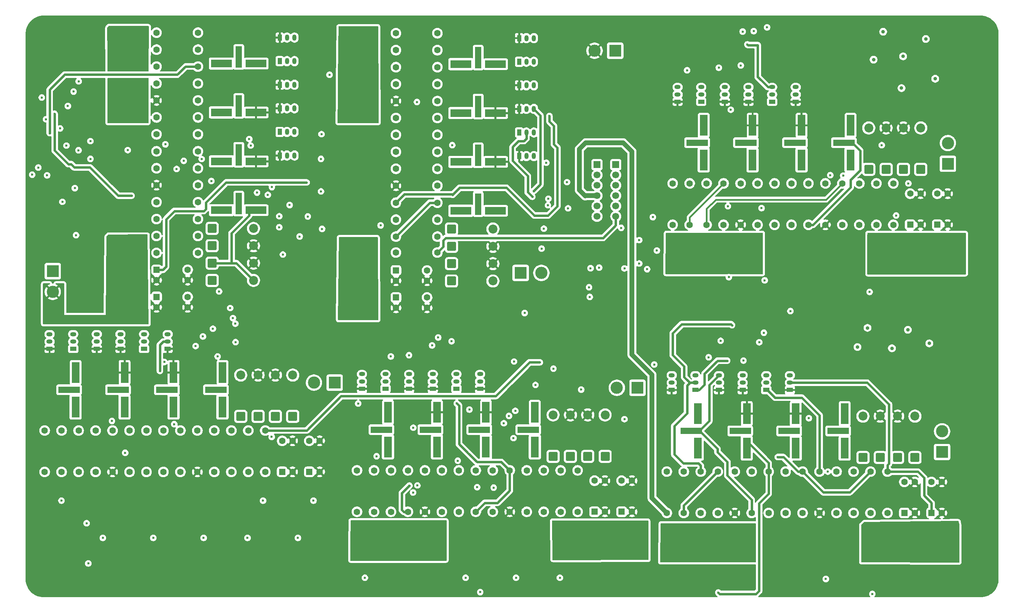
<source format=gbr>
%TF.GenerationSoftware,KiCad,Pcbnew,9.0.2*%
%TF.CreationDate,2025-10-03T07:29:48+01:00*%
%TF.ProjectId,MotorControl,4d6f746f-7243-46f6-9e74-726f6c2e6b69,rev?*%
%TF.SameCoordinates,Original*%
%TF.FileFunction,Copper,L5,Inr*%
%TF.FilePolarity,Positive*%
%FSLAX46Y46*%
G04 Gerber Fmt 4.6, Leading zero omitted, Abs format (unit mm)*
G04 Created by KiCad (PCBNEW 9.0.2) date 2025-10-03 07:29:48*
%MOMM*%
%LPD*%
G01*
G04 APERTURE LIST*
G04 Aperture macros list*
%AMRoundRect*
0 Rectangle with rounded corners*
0 $1 Rounding radius*
0 $2 $3 $4 $5 $6 $7 $8 $9 X,Y pos of 4 corners*
0 Add a 4 corners polygon primitive as box body*
4,1,4,$2,$3,$4,$5,$6,$7,$8,$9,$2,$3,0*
0 Add four circle primitives for the rounded corners*
1,1,$1+$1,$2,$3*
1,1,$1+$1,$4,$5*
1,1,$1+$1,$6,$7*
1,1,$1+$1,$8,$9*
0 Add four rect primitives between the rounded corners*
20,1,$1+$1,$2,$3,$4,$5,0*
20,1,$1+$1,$4,$5,$6,$7,0*
20,1,$1+$1,$6,$7,$8,$9,0*
20,1,$1+$1,$8,$9,$2,$3,0*%
G04 Aperture macros list end*
%TA.AperFunction,ComponentPad*%
%ADD10R,1.500000X1.050000*%
%TD*%
%TA.AperFunction,ComponentPad*%
%ADD11O,1.500000X1.050000*%
%TD*%
%TA.AperFunction,ComponentPad*%
%ADD12C,0.800000*%
%TD*%
%TA.AperFunction,ComponentPad*%
%ADD13C,5.400000*%
%TD*%
%TA.AperFunction,ComponentPad*%
%ADD14R,1.981200X5.130800*%
%TD*%
%TA.AperFunction,ComponentPad*%
%ADD15R,5.267200X1.625600*%
%TD*%
%TA.AperFunction,ComponentPad*%
%ADD16R,1.866900X5.130800*%
%TD*%
%TA.AperFunction,ComponentPad*%
%ADD17RoundRect,0.249999X-0.850001X-0.850001X0.850001X-0.850001X0.850001X0.850001X-0.850001X0.850001X0*%
%TD*%
%TA.AperFunction,ComponentPad*%
%ADD18C,2.200000*%
%TD*%
%TA.AperFunction,ComponentPad*%
%ADD19R,5.130800X1.981200*%
%TD*%
%TA.AperFunction,ComponentPad*%
%ADD20R,1.625600X5.267200*%
%TD*%
%TA.AperFunction,ComponentPad*%
%ADD21R,5.130800X1.866900*%
%TD*%
%TA.AperFunction,ComponentPad*%
%ADD22C,1.600000*%
%TD*%
%TA.AperFunction,ComponentPad*%
%ADD23R,1.050000X1.500000*%
%TD*%
%TA.AperFunction,ComponentPad*%
%ADD24O,1.050000X1.500000*%
%TD*%
%TA.AperFunction,ComponentPad*%
%ADD25R,3.000000X3.000000*%
%TD*%
%TA.AperFunction,ComponentPad*%
%ADD26C,3.000000*%
%TD*%
%TA.AperFunction,ComponentPad*%
%ADD27RoundRect,0.249999X0.850001X-0.850001X0.850001X0.850001X-0.850001X0.850001X-0.850001X-0.850001X0*%
%TD*%
%TA.AperFunction,ComponentPad*%
%ADD28RoundRect,0.250000X0.550000X-0.550000X0.550000X0.550000X-0.550000X0.550000X-0.550000X-0.550000X0*%
%TD*%
%TA.AperFunction,ComponentPad*%
%ADD29RoundRect,0.250000X-0.550000X-0.550000X0.550000X-0.550000X0.550000X0.550000X-0.550000X0.550000X0*%
%TD*%
%TA.AperFunction,ComponentPad*%
%ADD30R,1.700000X1.700000*%
%TD*%
%TA.AperFunction,ComponentPad*%
%ADD31C,1.700000*%
%TD*%
%TA.AperFunction,ViaPad*%
%ADD32C,0.600000*%
%TD*%
%TA.AperFunction,ViaPad*%
%ADD33C,0.900000*%
%TD*%
%TA.AperFunction,Conductor*%
%ADD34C,0.600000*%
%TD*%
%TA.AperFunction,Conductor*%
%ADD35C,0.400000*%
%TD*%
%TA.AperFunction,Conductor*%
%ADD36C,1.200000*%
%TD*%
G04 APERTURE END LIST*
D10*
%TO.N,GND*%
%TO.C,Q31*%
X204501800Y-40697200D03*
D11*
%TO.N,pnp_b3_3*%
X204501800Y-38919200D03*
%TO.N,pnp_e1_3*%
X204501800Y-37090400D03*
%TD*%
D12*
%TO.N,GND*%
%TO.C,H4*%
X37381200Y-26644600D03*
X37974309Y-25212709D03*
X37974309Y-28076491D03*
X39406200Y-24619600D03*
D13*
X39406200Y-26644600D03*
D12*
X39406200Y-28669600D03*
X40838091Y-25212709D03*
X40838091Y-28076491D03*
X41431200Y-26644600D03*
%TD*%
D14*
%TO.N,Net-(Q5-G)*%
%TO.C,Q5*%
X57391200Y-115632400D03*
D15*
%TO.N,Net-(D1-A)*%
X55783000Y-111390600D03*
D16*
%TO.N,GND*%
X57397550Y-107148800D03*
%TD*%
D17*
%TO.N,VDC*%
%TO.C,D17*%
X78837200Y-71788200D03*
D18*
%TO.N,Net-(D17-A)*%
X88997200Y-71788200D03*
%TD*%
D19*
%TO.N,VDC*%
%TO.C,Q82*%
X139811000Y-67451200D03*
D20*
%TO.N,pnp_e2_6*%
X144052800Y-65843000D03*
D21*
%TO.N,Net-(D23-K)*%
X148294600Y-67457550D03*
%TD*%
D10*
%TO.N,GND*%
%TO.C,Q43*%
X191493800Y-111436200D03*
D11*
%TO.N,npn_b1_4*%
X191493800Y-109658200D03*
%TO.N,npn_c1_4*%
X191493800Y-107829400D03*
%TD*%
D14*
%TO.N,Net-(Q11-G)*%
%TO.C,Q9*%
X69386400Y-115632400D03*
D15*
%TO.N,Net-(D3-K)*%
X67778200Y-111390600D03*
D16*
%TO.N,GND*%
X69392750Y-107148800D03*
%TD*%
D10*
%TO.N,GND*%
%TO.C,Q12*%
X56381000Y-101350200D03*
D11*
%TO.N,pnp_b4_1*%
X56381000Y-99572200D03*
%TO.N,pnp_e2_1*%
X56381000Y-97743400D03*
%TD*%
D22*
%TO.N,npn_c2_1*%
%TO.C,R3*%
X46127600Y-131542200D03*
%TO.N,pnp_b1_1*%
X46127600Y-121382200D03*
%TD*%
D23*
%TO.N,pnp_c2_6*%
%TO.C,Q95*%
X154093200Y-48240600D03*
D24*
%TO.N,pnp_b2_6*%
X155871200Y-48240600D03*
%TO.N,VDC*%
X157700000Y-48240600D03*
%TD*%
D14*
%TO.N,VDC*%
%TO.C,Q26*%
X157932800Y-125415800D03*
D15*
%TO.N,pnp_e2_2*%
X156324600Y-121174000D03*
D16*
%TO.N,Net-(D7-K)*%
X157939150Y-116932200D03*
%TD*%
D22*
%TO.N,pnp_c1_3*%
%TO.C,R35*%
X216673600Y-70889200D03*
%TO.N,Net-(Q33-G)*%
X216673600Y-60729200D03*
%TD*%
%TO.N,pnp_b4_3*%
%TO.C,R39*%
X233308800Y-70889200D03*
%TO.N,npn_c2_3*%
X233308800Y-60729200D03*
%TD*%
D10*
%TO.N,pnp_c1_4*%
%TO.C,Q44*%
X197283800Y-111436200D03*
D11*
%TO.N,pnp_b1_4*%
X197283800Y-109658200D03*
%TO.N,VDC*%
X197283800Y-107829400D03*
%TD*%
D14*
%TO.N,Net-(Q38-G)*%
%TO.C,Q39*%
X223297200Y-54979400D03*
D15*
%TO.N,Net-(D11-K)*%
X221689000Y-50737600D03*
D16*
%TO.N,GND*%
X223303550Y-46495800D03*
%TD*%
D22*
%TO.N,pnp_e1_6*%
%TO.C,R76*%
X123901200Y-44673600D03*
%TO.N,VDC*%
X134061200Y-44673600D03*
%TD*%
%TO.N,GND*%
%TO.C,R47*%
X206928000Y-141628200D03*
%TO.N,pnp_c1_4*%
X206928000Y-131468200D03*
%TD*%
%TO.N,pnp_c2_5*%
%TO.C,R64*%
X65227200Y-52848800D03*
%TO.N,Net-(Q66-G)*%
X75387200Y-52848800D03*
%TD*%
%TO.N,pnp_e1_5*%
%TO.C,R62*%
X65227200Y-44531200D03*
%TO.N,VDC*%
X75387200Y-44531200D03*
%TD*%
%TO.N,npn_c1_4*%
%TO.C,R54*%
X236039600Y-141628200D03*
%TO.N,pnp_b2_4*%
X236039600Y-131468200D03*
%TD*%
%TO.N,pnp_c2_2*%
%TO.C,R22*%
X143472800Y-141325600D03*
%TO.N,Net-(Q24-G)*%
X143472800Y-131165600D03*
%TD*%
%TO.N,npn_c1_1*%
%TO.C,R2*%
X41968800Y-131542200D03*
%TO.N,VDC*%
X41968800Y-121382200D03*
%TD*%
D25*
%TO.N,Net-(D17-A)*%
%TO.C,J7*%
X39801800Y-82270600D03*
D26*
%TO.N,Net-(D19-K)*%
X39801800Y-87350600D03*
%TD*%
D22*
%TO.N,pnp_e2_5*%
%TO.C,R65*%
X65227200Y-57007600D03*
%TO.N,VDC*%
X75387200Y-57007600D03*
%TD*%
D10*
%TO.N,GND*%
%TO.C,Q94*%
X221871800Y-40697200D03*
D11*
%TO.N,npn_b2_3*%
X221871800Y-38919200D03*
%TO.N,npn_c2_3*%
X221871800Y-37090400D03*
%TD*%
D27*
%TO.N,Net-(D5-A)*%
%TO.C,D6*%
X166662200Y-127715600D03*
D18*
%TO.N,GND*%
X166662200Y-117555600D03*
%TD*%
D12*
%TO.N,GND*%
%TO.C,H1*%
X264551800Y-155288600D03*
X265144909Y-153856709D03*
X265144909Y-156720491D03*
X266576800Y-153263600D03*
D13*
X266576800Y-155288600D03*
D12*
X266576800Y-157313600D03*
X268008691Y-153856709D03*
X268008691Y-156720491D03*
X268601800Y-155288600D03*
%TD*%
%TO.N,GND*%
%TO.C,H8*%
X192233600Y-26771600D03*
X192826709Y-25339709D03*
X192826709Y-28203491D03*
X194258600Y-24746600D03*
D13*
X194258600Y-26771600D03*
D12*
X194258600Y-28796600D03*
X195690491Y-25339709D03*
X195690491Y-28203491D03*
X196283600Y-26771600D03*
%TD*%
D28*
%TO.N,npn_b1_2*%
%TO.C,U3*%
X172572200Y-141315600D03*
D22*
%TO.N,GND*%
X175112200Y-141315600D03*
X175112200Y-133695600D03*
%TO.N,npn_c1_2*%
X172572200Y-133695600D03*
%TD*%
D28*
%TO.N,npn_b2_3*%
%TO.C,U6*%
X256571800Y-70879200D03*
D22*
%TO.N,GND*%
X259111800Y-70879200D03*
X259111800Y-63259200D03*
%TO.N,npn_c2_3*%
X256571800Y-63259200D03*
%TD*%
%TO.N,pnp_e2_3*%
%TO.C,R37*%
X224991200Y-70889200D03*
%TO.N,VDC*%
X224991200Y-60729200D03*
%TD*%
D10*
%TO.N,GND*%
%TO.C,Q88*%
X220443800Y-111436200D03*
D11*
%TO.N,npn_b2_4*%
X220443800Y-109658200D03*
%TO.N,npn_c2_4*%
X220443800Y-107829400D03*
%TD*%
D22*
%TO.N,pnp_e1_3*%
%TO.C,R34*%
X212514800Y-70889200D03*
%TO.N,VDC*%
X212514800Y-60729200D03*
%TD*%
D10*
%TO.N,GND*%
%TO.C,Q28*%
X132932200Y-111133600D03*
D11*
%TO.N,pnp_b4_2*%
X132932200Y-109355600D03*
%TO.N,pnp_e2_2*%
X132932200Y-107526800D03*
%TD*%
D23*
%TO.N,pnp_c1_6*%
%TO.C,Q72*%
X154093200Y-30870600D03*
D24*
%TO.N,pnp_b1_6*%
X155871200Y-30870600D03*
%TO.N,VDC*%
X157700000Y-30870600D03*
%TD*%
D22*
%TO.N,pnp_c1_4*%
%TO.C,R49*%
X215245600Y-141628200D03*
%TO.N,Net-(Q47-G)*%
X215245600Y-131468200D03*
%TD*%
%TO.N,GND*%
%TO.C,R24*%
X151790400Y-141325600D03*
%TO.N,pnp_c2_2*%
X151790400Y-131165600D03*
%TD*%
D19*
%TO.N,Net-(Q80-G)*%
%TO.C,Q81*%
X139811000Y-55456000D03*
D20*
%TO.N,Net-(D23-K)*%
X144052800Y-53847800D03*
D21*
%TO.N,GND*%
X148294600Y-55462350D03*
%TD*%
D10*
%TO.N,GND*%
%TO.C,Q90*%
X144512200Y-111133600D03*
D11*
%TO.N,npn_b2_2*%
X144512200Y-109355600D03*
%TO.N,npn_c2_2*%
X144512200Y-107526800D03*
%TD*%
D22*
%TO.N,GND*%
%TO.C,R66*%
X65227200Y-61166400D03*
%TO.N,pnp_c2_5*%
X75387200Y-61166400D03*
%TD*%
%TO.N,GND*%
%TO.C,R75*%
X123901200Y-40514800D03*
%TO.N,pnp_c1_6*%
X134061200Y-40514800D03*
%TD*%
D14*
%TO.N,Net-(Q33-G)*%
%TO.C,Q33*%
X211302000Y-54979400D03*
D15*
%TO.N,Net-(D10-K)*%
X209693800Y-50737600D03*
D16*
%TO.N,GND*%
X211308350Y-46495800D03*
%TD*%
D22*
%TO.N,npn_c1_4*%
%TO.C,R44*%
X194451600Y-141628200D03*
%TO.N,VDC*%
X194451600Y-131468200D03*
%TD*%
%TO.N,GND*%
%TO.C,R5*%
X54445200Y-131542200D03*
%TO.N,pnp_c1_1*%
X54445200Y-121382200D03*
%TD*%
D14*
%TO.N,VDC*%
%TO.C,Q18*%
X121947200Y-125415800D03*
D15*
%TO.N,pnp_e1_2*%
X120339000Y-121174000D03*
D16*
%TO.N,Net-(D5-A)*%
X121953550Y-116932200D03*
%TD*%
D29*
%TO.N,npn_b1_6*%
%TO.C,U11*%
X123911200Y-82090600D03*
D22*
%TO.N,GND*%
X123911200Y-84630600D03*
X131531200Y-84630600D03*
%TO.N,npn_c1_6*%
X131531200Y-82090600D03*
%TD*%
D10*
%TO.N,GND*%
%TO.C,Q42*%
X210291800Y-40697200D03*
D11*
%TO.N,pnp_b4_3*%
X210291800Y-38919200D03*
%TO.N,pnp_e2_3*%
X210291800Y-37090400D03*
%TD*%
D22*
%TO.N,pnp_b4_6*%
%TO.C,R81*%
X123901200Y-65467600D03*
%TO.N,npn_c2_6*%
X134061200Y-65467600D03*
%TD*%
D14*
%TO.N,VDC*%
%TO.C,Q4*%
X45396000Y-115632400D03*
D15*
%TO.N,pnp_e1_1*%
X43787800Y-111390600D03*
D16*
%TO.N,Net-(D1-A)*%
X45402350Y-107148800D03*
%TD*%
D22*
%TO.N,GND*%
%TO.C,R19*%
X130996400Y-141325600D03*
%TO.N,pnp_c1_2*%
X130996400Y-131165600D03*
%TD*%
D30*
%TO.N,FET11_1*%
%TO.C,J1*%
X173176800Y-56133600D03*
D31*
%TO.N,FET11_2*%
X173176800Y-58673600D03*
%TO.N,FET11_3*%
X173176800Y-61213600D03*
%TO.N,FET11_4*%
X173176800Y-63753600D03*
%TO.N,FET11_5*%
X173176800Y-66293600D03*
%TO.N,FET11_6*%
X173176800Y-68833600D03*
%TD*%
D22*
%TO.N,pnp_c1_6*%
%TO.C,R77*%
X134061200Y-48800000D03*
%TO.N,Net-(Q75-G)*%
X123901200Y-48800000D03*
%TD*%
D29*
%TO.N,npn_b2_6*%
%TO.C,U12*%
X123911200Y-88730600D03*
D22*
%TO.N,GND*%
X123911200Y-91270600D03*
X131531200Y-91270600D03*
%TO.N,npn_c2_6*%
X131531200Y-88730600D03*
%TD*%
D12*
%TO.N,GND*%
%TO.C,H2*%
X262180109Y-26771600D03*
X262773218Y-25339709D03*
X262773218Y-28203491D03*
X264205109Y-24746600D03*
D13*
X264205109Y-26771600D03*
D12*
X264205109Y-28796600D03*
X265637000Y-25339709D03*
X265637000Y-28203491D03*
X266230109Y-26771600D03*
%TD*%
D29*
%TO.N,npn_b2_5*%
%TO.C,U10*%
X65237200Y-88588200D03*
D22*
%TO.N,GND*%
X65237200Y-91128200D03*
X72857200Y-91128200D03*
%TO.N,npn_c2_5*%
X72857200Y-88588200D03*
%TD*%
%TO.N,pnp_e1_2*%
%TO.C,R20*%
X135155200Y-141325600D03*
%TO.N,VDC*%
X135155200Y-131165600D03*
%TD*%
%TO.N,npn_c2_3*%
%TO.C,R41*%
X241626400Y-70889200D03*
%TO.N,VDC*%
X241626400Y-60729200D03*
%TD*%
%TO.N,pnp_c2_1*%
%TO.C,R8*%
X66921600Y-131542200D03*
%TO.N,Net-(Q11-G)*%
X66921600Y-121382200D03*
%TD*%
D25*
%TO.N,VDC*%
%TO.C,J9*%
X177647600Y-28168600D03*
D26*
%TO.N,GND*%
X172567600Y-28168600D03*
%TD*%
D28*
%TO.N,npn_b1_4*%
%TO.C,U7*%
X248503800Y-141618200D03*
D22*
%TO.N,GND*%
X251043800Y-141618200D03*
X251043800Y-133998200D03*
%TO.N,npn_c1_4*%
X248503800Y-133998200D03*
%TD*%
%TO.N,pnp_e2_4*%
%TO.C,R51*%
X223563200Y-141628200D03*
%TO.N,VDC*%
X223563200Y-131468200D03*
%TD*%
D23*
%TO.N,GND*%
%TO.C,Q92*%
X95419200Y-53888200D03*
D24*
%TO.N,npn_b2_5*%
X97197200Y-53888200D03*
%TO.N,npn_c2_5*%
X99026000Y-53888200D03*
%TD*%
D23*
%TO.N,pnp_c2_5*%
%TO.C,Q91*%
X95419200Y-48098200D03*
D24*
%TO.N,pnp_b3_5*%
X97197200Y-48098200D03*
%TO.N,VDC*%
X99026000Y-48098200D03*
%TD*%
D22*
%TO.N,GND*%
%TO.C,R38*%
X229150000Y-70889200D03*
%TO.N,pnp_c2_3*%
X229150000Y-60729200D03*
%TD*%
D10*
%TO.N,pnp_c1_1*%
%TO.C,Q2*%
X44801000Y-101350200D03*
D11*
%TO.N,pnp_b1_1*%
X44801000Y-99572200D03*
%TO.N,VDC*%
X44801000Y-97743400D03*
%TD*%
D14*
%TO.N,Net-(Q19-G)*%
%TO.C,Q19*%
X133942400Y-125415800D03*
D15*
%TO.N,Net-(D5-A)*%
X132334200Y-121174000D03*
D16*
%TO.N,GND*%
X133948750Y-116932200D03*
%TD*%
D23*
%TO.N,GND*%
%TO.C,Q73*%
X154093200Y-36660600D03*
D24*
%TO.N,pnp_b3_6*%
X155871200Y-36660600D03*
%TO.N,pnp_e1_6*%
X157700000Y-36660600D03*
%TD*%
D27*
%TO.N,VDC*%
%TO.C,D1*%
X85861000Y-117932200D03*
D18*
%TO.N,Net-(D1-A)*%
X85861000Y-107772200D03*
%TD*%
D27*
%TO.N,Net-(D1-A)*%
%TO.C,D2*%
X90111000Y-117932200D03*
D18*
%TO.N,GND*%
X90111000Y-107772200D03*
%TD*%
D22*
%TO.N,FET12_4*%
%TO.C,R56*%
X244357200Y-141628200D03*
%TO.N,npn_b2_4*%
X244357200Y-131468200D03*
%TD*%
D27*
%TO.N,Net-(D13-A)*%
%TO.C,D14*%
X242593800Y-128018200D03*
D18*
%TO.N,GND*%
X242593800Y-117858200D03*
%TD*%
D23*
%TO.N,GND*%
%TO.C,Q96*%
X154093200Y-54030600D03*
D24*
%TO.N,npn_b2_6*%
X155871200Y-54030600D03*
%TO.N,npn_c2_6*%
X157700000Y-54030600D03*
%TD*%
D17*
%TO.N,Net-(D23-K)*%
%TO.C,D23*%
X137511200Y-80430600D03*
D18*
%TO.N,GND*%
X147671200Y-80430600D03*
%TD*%
D22*
%TO.N,npn_c2_6*%
%TO.C,R83*%
X123901200Y-73785200D03*
%TO.N,VDC*%
X134061200Y-73785200D03*
%TD*%
D23*
%TO.N,pnp_c1_5*%
%TO.C,Q58*%
X95419200Y-30728200D03*
D24*
%TO.N,pnp_b4_5*%
X97197200Y-30728200D03*
%TO.N,VDC*%
X99026000Y-30728200D03*
%TD*%
D10*
%TO.N,GND*%
%TO.C,Q1*%
X39011000Y-101350200D03*
D11*
%TO.N,npn_b1_1*%
X39011000Y-99572200D03*
%TO.N,npn_c1_1*%
X39011000Y-97743400D03*
%TD*%
D10*
%TO.N,pnp_c2_1*%
%TO.C,Q13*%
X62171000Y-101350200D03*
D11*
%TO.N,pnp_b2_1*%
X62171000Y-99572200D03*
%TO.N,VDC*%
X62171000Y-97743400D03*
%TD*%
D19*
%TO.N,VDC*%
%TO.C,Q74*%
X139811000Y-31465600D03*
D20*
%TO.N,pnp_e1_6*%
X144052800Y-29857400D03*
D21*
%TO.N,Net-(D21-A)*%
X148294600Y-31471950D03*
%TD*%
D22*
%TO.N,npn_c2_1*%
%TO.C,R13*%
X87715600Y-131542200D03*
%TO.N,VDC*%
X87715600Y-121382200D03*
%TD*%
%TO.N,FET12_6*%
%TO.C,R84*%
X134061200Y-77698600D03*
%TO.N,npn_b2_6*%
X123901200Y-77698600D03*
%TD*%
%TO.N,FET11_5*%
%TO.C,R57*%
X65227200Y-23737200D03*
%TO.N,npn_b1_5*%
X75387200Y-23737200D03*
%TD*%
D19*
%TO.N,VDC*%
%TO.C,Q68*%
X81137000Y-67308800D03*
D20*
%TO.N,pnp_e2_5*%
X85378800Y-65700600D03*
D21*
%TO.N,Net-(D19-K)*%
X89620600Y-67315150D03*
%TD*%
D22*
%TO.N,npn_c1_2*%
%TO.C,R26*%
X160108000Y-141325600D03*
%TO.N,pnp_b2_2*%
X160108000Y-131165600D03*
%TD*%
%TO.N,FET12_1*%
%TO.C,R14*%
X91874400Y-131542200D03*
%TO.N,npn_b2_1*%
X91874400Y-121382200D03*
%TD*%
D14*
%TO.N,VDC*%
%TO.C,Q32*%
X199306800Y-54979400D03*
D15*
%TO.N,pnp_e1_3*%
X197698600Y-50737600D03*
D16*
%TO.N,Net-(D10-K)*%
X199313150Y-46495800D03*
%TD*%
D22*
%TO.N,npn_c1_5*%
%TO.C,R58*%
X65227200Y-27896000D03*
%TO.N,VDC*%
X75387200Y-27896000D03*
%TD*%
D27*
%TO.N,Net-(D11-K)*%
%TO.C,D11*%
X248271800Y-57279200D03*
D18*
%TO.N,GND*%
X248271800Y-47119200D03*
%TD*%
D10*
%TO.N,pnp_c1_3*%
%TO.C,Q30*%
X198711800Y-40697200D03*
D11*
%TO.N,pnp_b1_3*%
X198711800Y-38919200D03*
%TO.N,VDC*%
X198711800Y-37090400D03*
%TD*%
D22*
%TO.N,pnp_e1_1*%
%TO.C,R6*%
X58604000Y-131542200D03*
%TO.N,VDC*%
X58604000Y-121382200D03*
%TD*%
D27*
%TO.N,Net-(D15-K)*%
%TO.C,D15*%
X246843800Y-128018200D03*
D18*
%TO.N,GND*%
X246843800Y-117858200D03*
%TD*%
D22*
%TO.N,npn_c2_2*%
%TO.C,R17*%
X122678800Y-141325600D03*
%TO.N,pnp_b1_2*%
X122678800Y-131165600D03*
%TD*%
%TO.N,npn_c2_2*%
%TO.C,R27*%
X164266800Y-141325600D03*
%TO.N,VDC*%
X164266800Y-131165600D03*
%TD*%
D14*
%TO.N,Net-(Q52-G)*%
%TO.C,Q53*%
X221869200Y-125718400D03*
D15*
%TO.N,Net-(D15-K)*%
X220261000Y-121476600D03*
D16*
%TO.N,GND*%
X221875550Y-117234800D03*
%TD*%
D22*
%TO.N,pnp_b4_4*%
%TO.C,R53*%
X231880800Y-141628200D03*
%TO.N,npn_c2_4*%
X231880800Y-131468200D03*
%TD*%
D10*
%TO.N,pnp_c2_3*%
%TO.C,Q93*%
X216081800Y-40697200D03*
D11*
%TO.N,pnp_b2_3*%
X216081800Y-38919200D03*
%TO.N,VDC*%
X216081800Y-37090400D03*
%TD*%
D22*
%TO.N,npn_c2_5*%
%TO.C,R59*%
X65227200Y-32054800D03*
%TO.N,pnp_b4_5*%
X75387200Y-32054800D03*
%TD*%
%TO.N,pnp_e2_2*%
%TO.C,R23*%
X147631600Y-141325600D03*
%TO.N,VDC*%
X147631600Y-131165600D03*
%TD*%
D27*
%TO.N,VDC*%
%TO.C,D4*%
X98611000Y-117932200D03*
D18*
%TO.N,Net-(D3-K)*%
X98611000Y-107772200D03*
%TD*%
D22*
%TO.N,npn_c2_5*%
%TO.C,R69*%
X65227200Y-73642800D03*
%TO.N,VDC*%
X75387200Y-73642800D03*
%TD*%
%TO.N,FET12_3*%
%TO.C,R42*%
X245785200Y-70889200D03*
%TO.N,npn_b2_3*%
X245785200Y-60729200D03*
%TD*%
%TO.N,FET11_6*%
%TO.C,R71*%
X123901200Y-23879600D03*
%TO.N,npn_b1_6*%
X134061200Y-23879600D03*
%TD*%
D10*
%TO.N,GND*%
%TO.C,Q3*%
X50591000Y-101350200D03*
D11*
%TO.N,pnp_b3_1*%
X50591000Y-99572200D03*
%TO.N,pnp_e1_1*%
X50591000Y-97743400D03*
%TD*%
D17*
%TO.N,VDC*%
%TO.C,D24*%
X137511200Y-84680600D03*
D18*
%TO.N,Net-(D23-K)*%
X147671200Y-84680600D03*
%TD*%
D25*
%TO.N,Net-(D21-A)*%
%TO.C,J8*%
X154457400Y-82702400D03*
D26*
%TO.N,Net-(D23-K)*%
X159537400Y-82702400D03*
%TD*%
D22*
%TO.N,npn_c2_4*%
%TO.C,R45*%
X198610400Y-141628200D03*
%TO.N,pnp_b1_4*%
X198610400Y-131468200D03*
%TD*%
%TO.N,FET11_1*%
%TO.C,R1*%
X37810000Y-131542200D03*
%TO.N,npn_b1_1*%
X37810000Y-121382200D03*
%TD*%
%TO.N,GND*%
%TO.C,R10*%
X75239200Y-131542200D03*
%TO.N,pnp_c2_1*%
X75239200Y-121382200D03*
%TD*%
D28*
%TO.N,npn_b1_1*%
%TO.C,U1*%
X96021000Y-131532200D03*
D22*
%TO.N,GND*%
X98561000Y-131532200D03*
X98561000Y-123912200D03*
%TO.N,npn_c1_1*%
X96021000Y-123912200D03*
%TD*%
D27*
%TO.N,Net-(D10-K)*%
%TO.C,D10*%
X244021800Y-57279200D03*
D18*
%TO.N,GND*%
X244021800Y-47119200D03*
%TD*%
D22*
%TO.N,npn_c1_6*%
%TO.C,R72*%
X123901200Y-28038400D03*
%TO.N,VDC*%
X134061200Y-28038400D03*
%TD*%
%TO.N,FET11_2*%
%TO.C,R15*%
X114361200Y-141325600D03*
%TO.N,npn_b1_2*%
X114361200Y-131165600D03*
%TD*%
%TO.N,pnp_b3_2*%
%TO.C,R18*%
X126837600Y-141325600D03*
%TO.N,npn_c1_2*%
X126837600Y-131165600D03*
%TD*%
D14*
%TO.N,VDC*%
%TO.C,Q10*%
X81381600Y-115632400D03*
D15*
%TO.N,pnp_e2_1*%
X79773400Y-111390600D03*
D16*
%TO.N,Net-(D3-K)*%
X81387950Y-107148800D03*
%TD*%
D10*
%TO.N,pnp_c2_4*%
%TO.C,Q87*%
X214653800Y-111436200D03*
D11*
%TO.N,pnp_b2_4*%
X214653800Y-109658200D03*
%TO.N,VDC*%
X214653800Y-107829400D03*
%TD*%
D12*
%TO.N,GND*%
%TO.C,H7*%
X194320800Y-100482400D03*
X194913909Y-99050509D03*
X194913909Y-101914291D03*
X196345800Y-98457400D03*
D13*
X196345800Y-100482400D03*
D12*
X196345800Y-102507400D03*
X197777691Y-99050509D03*
X197777691Y-101914291D03*
X198370800Y-100482400D03*
%TD*%
%TO.N,GND*%
%TO.C,H6*%
X224242000Y-100152200D03*
X224835109Y-98720309D03*
X224835109Y-101584091D03*
X226267000Y-98127200D03*
D13*
X226267000Y-100152200D03*
D12*
X226267000Y-102177200D03*
X227698891Y-98720309D03*
X227698891Y-101584091D03*
X228292000Y-100152200D03*
%TD*%
D27*
%TO.N,VDC*%
%TO.C,D5*%
X162412200Y-127715600D03*
D18*
%TO.N,Net-(D5-A)*%
X162412200Y-117555600D03*
%TD*%
D23*
%TO.N,GND*%
%TO.C,Q71*%
X154093200Y-25080600D03*
D24*
%TO.N,npn_b1_6*%
X155871200Y-25080600D03*
%TO.N,npn_c1_6*%
X157700000Y-25080600D03*
%TD*%
D19*
%TO.N,Net-(Q66-G)*%
%TO.C,Q67*%
X81137000Y-55313600D03*
D20*
%TO.N,Net-(D19-K)*%
X85378800Y-53705400D03*
D21*
%TO.N,GND*%
X89620600Y-55319950D03*
%TD*%
D22*
%TO.N,npn_c2_3*%
%TO.C,R31*%
X200038400Y-70889200D03*
%TO.N,pnp_b1_3*%
X200038400Y-60729200D03*
%TD*%
%TO.N,npn_c1_3*%
%TO.C,R40*%
X237467600Y-70889200D03*
%TO.N,pnp_b2_3*%
X237467600Y-60729200D03*
%TD*%
D10*
%TO.N,GND*%
%TO.C,Q29*%
X192921800Y-40697200D03*
D11*
%TO.N,npn_b1_3*%
X192921800Y-38919200D03*
%TO.N,npn_c1_3*%
X192921800Y-37090400D03*
%TD*%
D10*
%TO.N,GND*%
%TO.C,Q56*%
X208863800Y-111436200D03*
D11*
%TO.N,pnp_b4_4*%
X208863800Y-109658200D03*
%TO.N,pnp_e2_4*%
X208863800Y-107829400D03*
%TD*%
D22*
%TO.N,GND*%
%TO.C,R61*%
X65227200Y-40372400D03*
%TO.N,pnp_c1_5*%
X75387200Y-40372400D03*
%TD*%
D14*
%TO.N,Net-(Q24-G)*%
%TO.C,Q25*%
X145937600Y-125415800D03*
D15*
%TO.N,Net-(D7-K)*%
X144329400Y-121174000D03*
D16*
%TO.N,GND*%
X145943950Y-116932200D03*
%TD*%
D17*
%TO.N,Net-(D21-A)*%
%TO.C,D22*%
X137511200Y-76180600D03*
D18*
%TO.N,GND*%
X147671200Y-76180600D03*
%TD*%
D22*
%TO.N,pnp_b2_5*%
%TO.C,R60*%
X65227200Y-36213600D03*
%TO.N,npn_c1_5*%
X75387200Y-36213600D03*
%TD*%
D14*
%TO.N,VDC*%
%TO.C,Q46*%
X197878800Y-125718400D03*
D15*
%TO.N,pnp_e1_4*%
X196270600Y-121476600D03*
D16*
%TO.N,Net-(D13-A)*%
X197885150Y-117234800D03*
%TD*%
D22*
%TO.N,npn_c1_1*%
%TO.C,R12*%
X83556800Y-131542200D03*
%TO.N,pnp_b2_1*%
X83556800Y-121382200D03*
%TD*%
D30*
%TO.N,FET12_1*%
%TO.C,J2*%
X177776800Y-56133600D03*
D31*
%TO.N,FET12_2*%
X177776800Y-58673600D03*
%TO.N,FET12_3*%
X177776800Y-61213600D03*
%TO.N,FET12_4*%
X177776800Y-63753600D03*
%TO.N,FET12_5*%
X177776800Y-66293600D03*
%TO.N,FET12_6*%
X177776800Y-68833600D03*
%TD*%
D22*
%TO.N,pnp_e2_1*%
%TO.C,R9*%
X71080400Y-131542200D03*
%TO.N,VDC*%
X71080400Y-121382200D03*
%TD*%
D19*
%TO.N,VDC*%
%TO.C,Q60*%
X81137000Y-31323200D03*
D20*
%TO.N,pnp_e1_5*%
X85378800Y-29715000D03*
D21*
%TO.N,Net-(D17-A)*%
X89620600Y-31329550D03*
%TD*%
D22*
%TO.N,pnp_b4_2*%
%TO.C,R25*%
X155949200Y-141325600D03*
%TO.N,npn_c2_2*%
X155949200Y-131165600D03*
%TD*%
D10*
%TO.N,GND*%
%TO.C,Q17*%
X127142200Y-111133600D03*
D11*
%TO.N,pnp_b3_2*%
X127142200Y-109355600D03*
%TO.N,pnp_e1_2*%
X127142200Y-107526800D03*
%TD*%
D22*
%TO.N,npn_c1_2*%
%TO.C,R16*%
X118520000Y-141325600D03*
%TO.N,VDC*%
X118520000Y-131165600D03*
%TD*%
D12*
%TO.N,GND*%
%TO.C,H10*%
X262180109Y-100152200D03*
X262773218Y-98720309D03*
X262773218Y-101584091D03*
X264205109Y-98127200D03*
D13*
X264205109Y-100152200D03*
D12*
X264205109Y-102177200D03*
X265637000Y-98720309D03*
X265637000Y-101584091D03*
X266230109Y-100152200D03*
%TD*%
D22*
%TO.N,npn_c1_3*%
%TO.C,R30*%
X195879600Y-70889200D03*
%TO.N,VDC*%
X195879600Y-60729200D03*
%TD*%
D19*
%TO.N,Net-(Q61-G)*%
%TO.C,Q61*%
X81137000Y-43318400D03*
D20*
%TO.N,Net-(D17-A)*%
X85378800Y-41710200D03*
D21*
%TO.N,GND*%
X89620600Y-43324750D03*
%TD*%
D17*
%TO.N,VDC*%
%TO.C,D21*%
X137511200Y-71930600D03*
D18*
%TO.N,Net-(D21-A)*%
X147671200Y-71930600D03*
%TD*%
D22*
%TO.N,pnp_b3_4*%
%TO.C,R46*%
X202769200Y-141628200D03*
%TO.N,npn_c1_4*%
X202769200Y-131468200D03*
%TD*%
D23*
%TO.N,GND*%
%TO.C,Q59*%
X95419200Y-36518200D03*
D24*
%TO.N,pnp_b2_5*%
X97197200Y-36518200D03*
%TO.N,pnp_e1_5*%
X99026000Y-36518200D03*
%TD*%
D22*
%TO.N,pnp_b3_6*%
%TO.C,R74*%
X123901200Y-36356000D03*
%TO.N,npn_c1_6*%
X134061200Y-36356000D03*
%TD*%
D10*
%TO.N,pnp_c1_2*%
%TO.C,Q16*%
X121352200Y-111133600D03*
D11*
%TO.N,pnp_b1_2*%
X121352200Y-109355600D03*
%TO.N,VDC*%
X121352200Y-107526800D03*
%TD*%
D23*
%TO.N,GND*%
%TO.C,Q84*%
X154093200Y-42450600D03*
D24*
%TO.N,pnp_b4_6*%
X155871200Y-42450600D03*
%TO.N,pnp_e2_6*%
X157700000Y-42450600D03*
%TD*%
D10*
%TO.N,GND*%
%TO.C,Q15*%
X115562200Y-111133600D03*
D11*
%TO.N,npn_b1_2*%
X115562200Y-109355600D03*
%TO.N,npn_c1_2*%
X115562200Y-107526800D03*
%TD*%
D22*
%TO.N,npn_c1_5*%
%TO.C,R68*%
X65227200Y-69484000D03*
%TO.N,pnp_b3_5*%
X75387200Y-69484000D03*
%TD*%
D25*
%TO.N,Net-(D10-K)*%
%TO.C,J5*%
X259171800Y-55919200D03*
D26*
%TO.N,Net-(D11-K)*%
X259171800Y-50839200D03*
%TD*%
D22*
%TO.N,GND*%
%TO.C,R80*%
X123901200Y-61308800D03*
%TO.N,pnp_c2_6*%
X134061200Y-61308800D03*
%TD*%
%TO.N,pnp_c2_4*%
%TO.C,R50*%
X219404400Y-141628200D03*
%TO.N,Net-(Q52-G)*%
X219404400Y-131468200D03*
%TD*%
%TO.N,pnp_c1_1*%
%TO.C,R7*%
X62762800Y-131542200D03*
%TO.N,Net-(Q5-G)*%
X62762800Y-121382200D03*
%TD*%
D14*
%TO.N,Net-(Q47-G)*%
%TO.C,Q47*%
X209874000Y-125718400D03*
D15*
%TO.N,Net-(D13-A)*%
X208265800Y-121476600D03*
D16*
%TO.N,GND*%
X209880350Y-117234800D03*
%TD*%
D23*
%TO.N,GND*%
%TO.C,Q70*%
X95419200Y-42308200D03*
D24*
%TO.N,pnp_b1_5*%
X97197200Y-42308200D03*
%TO.N,pnp_e2_5*%
X99026000Y-42308200D03*
%TD*%
D22*
%TO.N,GND*%
%TO.C,R33*%
X208356000Y-70889200D03*
%TO.N,pnp_c1_3*%
X208356000Y-60729200D03*
%TD*%
%TO.N,pnp_e2_6*%
%TO.C,R79*%
X123901200Y-57150000D03*
%TO.N,VDC*%
X134061200Y-57150000D03*
%TD*%
%TO.N,FET12_5*%
%TO.C,R70*%
X65227200Y-77801600D03*
%TO.N,npn_b2_5*%
X75387200Y-77801600D03*
%TD*%
%TO.N,pnp_c2_3*%
%TO.C,R36*%
X220832400Y-70889200D03*
%TO.N,Net-(Q38-G)*%
X220832400Y-60729200D03*
%TD*%
D12*
%TO.N,GND*%
%TO.C,H9*%
X93508200Y-97332800D03*
X94101309Y-95900909D03*
X94101309Y-98764691D03*
X95533200Y-95307800D03*
D13*
X95533200Y-97332800D03*
D12*
X95533200Y-99357800D03*
X96965091Y-95900909D03*
X96965091Y-98764691D03*
X97558200Y-97332800D03*
%TD*%
D17*
%TO.N,Net-(D17-A)*%
%TO.C,D18*%
X78837200Y-76038200D03*
D18*
%TO.N,GND*%
X88997200Y-76038200D03*
%TD*%
D22*
%TO.N,pnp_e1_4*%
%TO.C,R48*%
X211086800Y-141628200D03*
%TO.N,VDC*%
X211086800Y-131468200D03*
%TD*%
D25*
%TO.N,Net-(D13-A)*%
%TO.C,J6*%
X257743800Y-126658200D03*
D26*
%TO.N,Net-(D15-K)*%
X257743800Y-121578200D03*
%TD*%
D22*
%TO.N,pnp_c2_6*%
%TO.C,R78*%
X123901200Y-52991200D03*
%TO.N,Net-(Q80-G)*%
X134061200Y-52991200D03*
%TD*%
D27*
%TO.N,VDC*%
%TO.C,D16*%
X251093800Y-128018200D03*
D18*
%TO.N,Net-(D15-K)*%
X251093800Y-117858200D03*
%TD*%
D22*
%TO.N,pnp_c1_5*%
%TO.C,R63*%
X65227200Y-48690000D03*
%TO.N,Net-(Q61-G)*%
X75387200Y-48690000D03*
%TD*%
D27*
%TO.N,VDC*%
%TO.C,D12*%
X252521800Y-57279200D03*
D18*
%TO.N,Net-(D11-K)*%
X252521800Y-47119200D03*
%TD*%
D28*
%TO.N,npn_b2_1*%
%TO.C,U2*%
X102661000Y-131532200D03*
D22*
%TO.N,GND*%
X105201000Y-131532200D03*
X105201000Y-123912200D03*
%TO.N,npn_c2_1*%
X102661000Y-123912200D03*
%TD*%
%TO.N,GND*%
%TO.C,R52*%
X227722000Y-141628200D03*
%TO.N,pnp_c2_4*%
X227722000Y-131468200D03*
%TD*%
D28*
%TO.N,npn_b2_4*%
%TO.C,U8*%
X255143800Y-141618200D03*
D22*
%TO.N,GND*%
X257683800Y-141618200D03*
X257683800Y-133998200D03*
%TO.N,npn_c2_4*%
X255143800Y-133998200D03*
%TD*%
D27*
%TO.N,VDC*%
%TO.C,D8*%
X175162200Y-127715600D03*
D18*
%TO.N,Net-(D7-K)*%
X175162200Y-117555600D03*
%TD*%
D10*
%TO.N,GND*%
%TO.C,Q14*%
X67961000Y-101350200D03*
D11*
%TO.N,npn_b2_1*%
X67961000Y-99572200D03*
%TO.N,npn_c2_1*%
X67961000Y-97743400D03*
%TD*%
D12*
%TO.N,GND*%
%TO.C,H3*%
X36339800Y-155041600D03*
X36932909Y-153609709D03*
X36932909Y-156473491D03*
X38364800Y-153016600D03*
D13*
X38364800Y-155041600D03*
D12*
X38364800Y-157066600D03*
X39796691Y-153609709D03*
X39796691Y-156473491D03*
X40389800Y-155041600D03*
%TD*%
D22*
%TO.N,pnp_b1_5*%
%TO.C,R67*%
X65227200Y-65325200D03*
%TO.N,npn_c2_5*%
X75387200Y-65325200D03*
%TD*%
D25*
%TO.N,Net-(D5-A)*%
%TO.C,J4*%
X183108600Y-110896400D03*
D26*
%TO.N,Net-(D7-K)*%
X178028600Y-110896400D03*
%TD*%
D12*
%TO.N,GND*%
%TO.C,H5*%
X224242000Y-26771600D03*
X224835109Y-25339709D03*
X224835109Y-28203491D03*
X226267000Y-24746600D03*
D13*
X226267000Y-26771600D03*
D12*
X226267000Y-28796600D03*
X227698891Y-25339709D03*
X227698891Y-28203491D03*
X228292000Y-26771600D03*
%TD*%
D19*
%TO.N,Net-(Q75-G)*%
%TO.C,Q75*%
X139811000Y-43460800D03*
D20*
%TO.N,Net-(D21-A)*%
X144052800Y-41852600D03*
D21*
%TO.N,GND*%
X148294600Y-43467150D03*
%TD*%
D14*
%TO.N,VDC*%
%TO.C,Q54*%
X233864400Y-125718400D03*
D15*
%TO.N,pnp_e2_4*%
X232256200Y-121476600D03*
D16*
%TO.N,Net-(D15-K)*%
X233870750Y-117234800D03*
%TD*%
D22*
%TO.N,FET11_4*%
%TO.C,R43*%
X190292800Y-141628200D03*
%TO.N,npn_b1_4*%
X190292800Y-131468200D03*
%TD*%
D29*
%TO.N,npn_b1_5*%
%TO.C,U9*%
X65237200Y-81948200D03*
D22*
%TO.N,GND*%
X65237200Y-84488200D03*
X72857200Y-84488200D03*
%TO.N,npn_c1_5*%
X72857200Y-81948200D03*
%TD*%
D28*
%TO.N,npn_b1_3*%
%TO.C,U5*%
X249931800Y-70879200D03*
D22*
%TO.N,GND*%
X252471800Y-70879200D03*
X252471800Y-63259200D03*
%TO.N,npn_c1_3*%
X249931800Y-63259200D03*
%TD*%
D23*
%TO.N,GND*%
%TO.C,Q57*%
X95419200Y-24938200D03*
D24*
%TO.N,npn_b1_5*%
X97197200Y-24938200D03*
%TO.N,npn_c1_5*%
X99026000Y-24938200D03*
%TD*%
D22*
%TO.N,npn_c2_4*%
%TO.C,R55*%
X240198400Y-141628200D03*
%TO.N,VDC*%
X240198400Y-131468200D03*
%TD*%
D25*
%TO.N,Net-(D1-A)*%
%TO.C,J3*%
X108889800Y-109626400D03*
D26*
%TO.N,Net-(D3-K)*%
X103809800Y-109626400D03*
%TD*%
D27*
%TO.N,Net-(D3-K)*%
%TO.C,D3*%
X94361000Y-117932200D03*
D18*
%TO.N,GND*%
X94361000Y-107772200D03*
%TD*%
D22*
%TO.N,pnp_b3_1*%
%TO.C,R4*%
X50286400Y-131542200D03*
%TO.N,npn_c1_1*%
X50286400Y-121382200D03*
%TD*%
%TO.N,npn_c1_6*%
%TO.C,R82*%
X123901200Y-69626400D03*
%TO.N,pnp_b2_6*%
X134061200Y-69626400D03*
%TD*%
%TO.N,FET12_2*%
%TO.C,R28*%
X168425600Y-141325600D03*
%TO.N,npn_b2_2*%
X168425600Y-131165600D03*
%TD*%
D28*
%TO.N,npn_b2_2*%
%TO.C,U4*%
X179212200Y-141315600D03*
D22*
%TO.N,GND*%
X181752200Y-141315600D03*
X181752200Y-133695600D03*
%TO.N,npn_c2_2*%
X179212200Y-133695600D03*
%TD*%
D27*
%TO.N,Net-(D7-K)*%
%TO.C,D7*%
X170912200Y-127715600D03*
D18*
%TO.N,GND*%
X170912200Y-117555600D03*
%TD*%
D10*
%TO.N,pnp_c2_2*%
%TO.C,Q89*%
X138722200Y-111133600D03*
D11*
%TO.N,pnp_b2_2*%
X138722200Y-109355600D03*
%TO.N,VDC*%
X138722200Y-107526800D03*
%TD*%
D27*
%TO.N,VDC*%
%TO.C,D13*%
X238343800Y-128018200D03*
D18*
%TO.N,Net-(D13-A)*%
X238343800Y-117858200D03*
%TD*%
D22*
%TO.N,pnp_b3_3*%
%TO.C,R32*%
X204197200Y-70889200D03*
%TO.N,npn_c1_3*%
X204197200Y-60729200D03*
%TD*%
D27*
%TO.N,VDC*%
%TO.C,D9*%
X239771800Y-57279200D03*
D18*
%TO.N,Net-(D10-K)*%
X239771800Y-47119200D03*
%TD*%
D22*
%TO.N,npn_c2_6*%
%TO.C,R73*%
X123901200Y-32197200D03*
%TO.N,pnp_b1_6*%
X134061200Y-32197200D03*
%TD*%
D17*
%TO.N,VDC*%
%TO.C,D20*%
X78837200Y-84538200D03*
D18*
%TO.N,Net-(D19-K)*%
X88997200Y-84538200D03*
%TD*%
D14*
%TO.N,VDC*%
%TO.C,Q40*%
X235292400Y-54979400D03*
D15*
%TO.N,pnp_e2_3*%
X233684200Y-50737600D03*
D16*
%TO.N,Net-(D11-K)*%
X235298750Y-46495800D03*
%TD*%
D10*
%TO.N,GND*%
%TO.C,Q45*%
X203073800Y-111436200D03*
D11*
%TO.N,pnp_b3_4*%
X203073800Y-109658200D03*
%TO.N,pnp_e1_4*%
X203073800Y-107829400D03*
%TD*%
D17*
%TO.N,Net-(D19-K)*%
%TO.C,D19*%
X78837200Y-80288200D03*
D18*
%TO.N,GND*%
X88997200Y-80288200D03*
%TD*%
D22*
%TO.N,FET11_3*%
%TO.C,R29*%
X191720800Y-70889200D03*
%TO.N,npn_b1_3*%
X191720800Y-60729200D03*
%TD*%
%TO.N,pnp_c1_2*%
%TO.C,R21*%
X139314000Y-141325600D03*
%TO.N,Net-(Q19-G)*%
X139314000Y-131165600D03*
%TD*%
%TO.N,pnp_b4_1*%
%TO.C,R11*%
X79398000Y-131542200D03*
%TO.N,npn_c2_1*%
X79398000Y-121382200D03*
%TD*%
D32*
%TO.N,Net-(D1-A)*%
X91331000Y-138592200D03*
X48500000Y-154000000D03*
X80200000Y-103200000D03*
X41931000Y-138592200D03*
%TO.N,VDC*%
X153326800Y-157525600D03*
X132750000Y-100500000D03*
D33*
X254600000Y-100000000D03*
X256050000Y-35050000D03*
D32*
X217450000Y-127900000D03*
D33*
X237000000Y-100900000D03*
X249350000Y-96650000D03*
D32*
X229258400Y-157828200D03*
D33*
X239450000Y-96200000D03*
X247800000Y-37350000D03*
D32*
X160150000Y-71850000D03*
X49027200Y-50352800D03*
D33*
X240950000Y-30350000D03*
D32*
X140976800Y-157525600D03*
X210032600Y-26619200D03*
X161250000Y-64500000D03*
X179100000Y-71650000D03*
D33*
X243300000Y-23500000D03*
D32*
X105527200Y-62702800D03*
D33*
X253750000Y-25300000D03*
D32*
X159600000Y-76750000D03*
X64425600Y-147742200D03*
D33*
X245450000Y-101200000D03*
D32*
X52075600Y-147742200D03*
D33*
X248200000Y-29550000D03*
D32*
X212572600Y-26797000D03*
X105650000Y-48650000D03*
X212928200Y-99720400D03*
%TO.N,GND*%
X128900000Y-106100000D03*
X171692200Y-157525600D03*
X129100000Y-161600000D03*
X123450000Y-159100000D03*
X108900000Y-36050000D03*
D33*
X260100000Y-41050000D03*
D32*
X177673000Y-79095600D03*
X211251800Y-31623000D03*
X106050000Y-32900000D03*
X108850000Y-40200000D03*
D33*
X258000000Y-95250000D03*
X267600000Y-43400000D03*
D32*
X123050000Y-157400000D03*
D33*
X266750000Y-34800000D03*
X266700000Y-92200000D03*
X243850000Y-97650000D03*
D32*
X104500000Y-34150000D03*
X124650000Y-156050000D03*
X166612200Y-157525600D03*
X124700000Y-157950000D03*
X121700000Y-101000000D03*
X163950000Y-70050000D03*
X170422200Y-157525600D03*
X133300000Y-161300000D03*
X167882200Y-157525600D03*
X164300000Y-76400000D03*
X125100000Y-105500000D03*
D33*
X267700000Y-79300000D03*
D32*
X111100000Y-158700000D03*
X169152200Y-157525600D03*
X113650000Y-161300000D03*
X171900000Y-71850000D03*
%TO.N,Net-(D3-K)*%
X93450000Y-122950000D03*
X103681000Y-138592200D03*
%TO.N,Net-(D5-A)*%
X124700000Y-151800000D03*
X139050000Y-128800000D03*
X144550000Y-161050000D03*
X124700000Y-149500000D03*
X124650000Y-147150000D03*
X124600000Y-144650000D03*
%TO.N,Net-(D7-K)*%
X174150000Y-149050000D03*
X174100000Y-144750000D03*
X174050000Y-146800000D03*
X174050000Y-151800000D03*
X150350000Y-119600000D03*
%TO.N,Net-(D10-K)*%
X187846200Y-77203800D03*
X202000000Y-75750000D03*
X208191800Y-77939200D03*
X202050000Y-81700000D03*
X202050000Y-74150000D03*
X202150000Y-79900000D03*
X201950000Y-77950000D03*
X220573600Y-92075000D03*
X195600000Y-77939200D03*
X214274400Y-84531200D03*
%TO.N,Net-(D11-K)*%
X251450000Y-76450000D03*
X245241800Y-78000000D03*
X251400000Y-79100000D03*
X257591800Y-77939200D03*
X242951000Y-51358800D03*
X251400000Y-81700000D03*
X251450000Y-74000000D03*
%TO.N,Net-(D13-A)*%
X200600000Y-149200000D03*
X200600000Y-151550000D03*
X194413800Y-148678200D03*
X200550000Y-147200000D03*
X200500000Y-145400000D03*
X206763800Y-148850000D03*
%TO.N,Net-(D15-K)*%
X250050000Y-149800000D03*
X249950000Y-145000000D03*
X249950000Y-152200000D03*
X250000000Y-147450000D03*
%TO.N,Net-(D17-A)*%
X58177200Y-40208200D03*
X36250000Y-56850000D03*
X49027200Y-54712800D03*
X89850000Y-63000000D03*
X87950000Y-49850000D03*
X58177200Y-27858200D03*
%TO.N,Net-(D19-K)*%
X54500000Y-83350000D03*
D33*
X58177200Y-89608200D03*
D32*
X59600000Y-83450000D03*
X57100000Y-83400000D03*
X61950000Y-83400000D03*
%TO.N,Net-(D21-A)*%
X114900000Y-34000000D03*
D33*
X114677200Y-40208200D03*
X114677200Y-27858200D03*
D32*
X112100000Y-34000000D03*
X113550000Y-34000000D03*
X105527200Y-54712800D03*
X110700000Y-34000000D03*
%TO.N,Net-(D23-K)*%
X118000000Y-83400000D03*
X114677200Y-89608200D03*
X113832200Y-75367800D03*
X111950000Y-83450000D03*
X114709500Y-77290500D03*
X114800000Y-83450000D03*
%TO.N,pnp_b2_2*%
X152700000Y-123250000D03*
%TO.N,pnp_b1_2*%
X119150000Y-127700000D03*
%TO.N,pnp_e1_2*%
X129150000Y-134850000D03*
%TO.N,pnp_b3_2*%
X127200000Y-134900000D03*
X128150000Y-120700000D03*
%TO.N,pnp_b4_2*%
X151600000Y-117800000D03*
X134250000Y-98550000D03*
X137525000Y-99475000D03*
%TO.N,pnp_c2_2*%
X138800000Y-114700000D03*
X127100000Y-102895400D03*
%TO.N,pnp_c1_2*%
X122650000Y-103200000D03*
%TO.N,pnp_b4_3*%
X214858600Y-22428200D03*
%TO.N,pnp_b2_3*%
X208864200Y-23469600D03*
%TO.N,pnp_b3_3*%
X211582000Y-23368000D03*
X205257400Y-66344800D03*
%TO.N,pnp_c2_3*%
X203022200Y-32334200D03*
X208407000Y-31775400D03*
%TO.N,pnp_b1_1*%
X79050000Y-96400000D03*
%TO.N,pnp_b4_1*%
X80550000Y-87250000D03*
%TO.N,pnp_e2_1*%
X74800000Y-100650000D03*
%TO.N,pnp_b2_1*%
X83950000Y-93799231D03*
%TO.N,pnp_b3_1*%
X83275000Y-91325000D03*
%TO.N,pnp_e1_1*%
X76600000Y-98300000D03*
%TO.N,pnp_c1_1*%
X84600000Y-99700000D03*
%TO.N,pnp_c2_1*%
X69575000Y-119825000D03*
X67150000Y-104550000D03*
X84550000Y-95150000D03*
%TO.N,pnp_b4_4*%
X214071200Y-97383600D03*
%TO.N,pnp_e2_4*%
X229743000Y-131470400D03*
%TO.N,pnp_b3_4*%
X200533000Y-103403400D03*
%TO.N,pnp_b1_4*%
X206273400Y-95529400D03*
%TO.N,pnp_b2_4*%
X203479400Y-99364800D03*
%TO.N,pnp_c1_4*%
X205054200Y-104241600D03*
%TO.N,pnp_c2_4*%
X209067400Y-104216200D03*
%TO.N,pnp_e1_6*%
X166090600Y-66852800D03*
X129050000Y-40750000D03*
X165836600Y-60426600D03*
%TO.N,pnp_b4_6*%
X157810200Y-68630800D03*
X161500000Y-44200000D03*
%TO.N,pnp_e2_6*%
X157650000Y-62600000D03*
%TO.N,pnp_b3_6*%
X161150000Y-66100000D03*
%TO.N,pnp_b2_6*%
X157300000Y-64000000D03*
%TO.N,pnp_c2_6*%
X137700000Y-51350000D03*
%TO.N,pnp_b2_5*%
X44900000Y-38200000D03*
%TO.N,pnp_e1_5*%
X43500000Y-41750000D03*
X58177200Y-52558200D03*
X46100000Y-52600000D03*
%TO.N,pnp_b1_5*%
X67400000Y-51150000D03*
X34750000Y-58600000D03*
X42150000Y-65250000D03*
%TO.N,pnp_b4_5*%
X39050000Y-48400000D03*
%TO.N,pnp_e2_5*%
X59100000Y-63750000D03*
X40250000Y-43650000D03*
X70150000Y-57200000D03*
X78650000Y-60150000D03*
%TO.N,pnp_b3_5*%
X43150000Y-51450000D03*
X45200000Y-61900000D03*
X41605200Y-47244000D03*
%TO.N,pnp_c1_5*%
X37100000Y-39650000D03*
%TO.N,pnp_c2_5*%
X71900000Y-55200000D03*
X38150000Y-45000000D03*
X88300000Y-51450000D03*
X76300000Y-54750000D03*
%TO.N,npn_c1_1*%
X158100000Y-110200000D03*
X57550000Y-126850000D03*
X54300000Y-119050000D03*
%TO.N,npn_b1_1*%
X162500000Y-106200000D03*
%TO.N,Net-(Q5-G)*%
X48100000Y-144150000D03*
X87521000Y-147742200D03*
%TO.N,Net-(Q11-G)*%
X99871000Y-147742200D03*
X76775600Y-147742200D03*
%TO.N,npn_b2_1*%
X66050000Y-106750000D03*
X159150000Y-104650000D03*
%TO.N,npn_c2_1*%
X114650000Y-114750000D03*
X153150000Y-116550000D03*
%TO.N,npn_c1_2*%
X171221400Y-86233000D03*
%TO.N,npn_b1_2*%
X171600000Y-81550000D03*
X179900000Y-118600000D03*
%TO.N,Net-(Q19-G)*%
X116276800Y-157525600D03*
%TO.N,npn_b2_2*%
X173700000Y-81400000D03*
X141900000Y-116250000D03*
%TO.N,npn_c2_2*%
X128100000Y-136600000D03*
X152850000Y-104450000D03*
X147850000Y-135400000D03*
X171400000Y-88600000D03*
%TO.N,npn_c1_3*%
X179900000Y-81600000D03*
%TO.N,npn_b1_3*%
X246481600Y-68605400D03*
%TO.N,Net-(Q33-G)*%
X205486000Y-83743800D03*
X213487000Y-66802000D03*
%TO.N,npn_b2_3*%
X249478800Y-60731400D03*
X195249800Y-32969200D03*
X186867800Y-69011800D03*
X230352600Y-58699400D03*
X233502200Y-58826400D03*
%TO.N,npn_c2_3*%
X205950000Y-42650000D03*
X185450000Y-81800000D03*
%TO.N,npn_c1_4*%
X169300000Y-111350000D03*
%TO.N,Net-(Q47-G)*%
X202900000Y-161150000D03*
%TO.N,npn_c2_4*%
X225094800Y-118364000D03*
%TO.N,npn_c1_5*%
X93500000Y-61650000D03*
%TO.N,npn_b1_5*%
X102006400Y-60500000D03*
%TO.N,Net-(Q61-G)*%
X46138603Y-35688603D03*
%TO.N,npn_c2_5*%
X92500000Y-63550000D03*
%TO.N,npn_b2_5*%
X96200000Y-78200000D03*
X97850000Y-66050000D03*
%TO.N,npn_c1_6*%
X95300800Y-68800000D03*
%TO.N,npn_b1_6*%
X102300000Y-68850000D03*
%TO.N,Net-(Q75-G)*%
X107625000Y-34075000D03*
%TO.N,npn_c2_6*%
X95300800Y-71500000D03*
%TO.N,npn_b2_6*%
X100304600Y-73761600D03*
%TO.N,FET11_1*%
X38400000Y-58750000D03*
%TO.N,FET12_1*%
X160750000Y-55650000D03*
%TO.N,FET11_2*%
X155450000Y-92550000D03*
%TO.N,FET12_4*%
X183515000Y-80400000D03*
X187198000Y-105181400D03*
X183515000Y-74650600D03*
%TO.N,Net-(Q24-G)*%
X143800000Y-135300000D03*
X164072200Y-157525600D03*
%TO.N,Net-(Q38-G)*%
X239979200Y-87376000D03*
%TO.N,Net-(Q52-G)*%
X240650000Y-161500000D03*
%TO.N,Net-(Q66-G)*%
X45500000Y-73450000D03*
%TO.N,Net-(Q80-G)*%
X120150000Y-71050000D03*
X105800000Y-71900000D03*
%TD*%
D34*
%TO.N,VDC*%
X212572600Y-34594800D02*
X212572600Y-26797000D01*
X210210400Y-26797000D02*
X210032600Y-26619200D01*
X235116600Y-136550000D02*
X240198400Y-131468200D01*
X223563200Y-131468200D02*
X228645000Y-136550000D01*
X213360000Y-35382200D02*
X212572600Y-34594800D01*
X212572600Y-26797000D02*
X210210400Y-26797000D01*
X228645000Y-136550000D02*
X235116600Y-136550000D01*
X223563200Y-131468200D02*
X222431830Y-131468200D01*
X222431830Y-131468200D02*
X218863630Y-127900000D01*
X215068200Y-37090400D02*
X213360000Y-35382200D01*
X218863630Y-127900000D02*
X217450000Y-127900000D01*
X216081800Y-37090400D02*
X215068200Y-37090400D01*
%TO.N,Net-(D19-K)*%
X87918800Y-68631200D02*
X83600000Y-72950000D01*
X78837200Y-80288200D02*
X83600000Y-80288200D01*
X83600000Y-80288200D02*
X84747200Y-80288200D01*
X87918800Y-67334200D02*
X87918800Y-68631200D01*
X83600000Y-72950000D02*
X83600000Y-80288200D01*
X84747200Y-80288200D02*
X88997200Y-84538200D01*
%TO.N,pnp_b3_2*%
X125350000Y-136750000D02*
X125350000Y-140850000D01*
X125850000Y-141350000D02*
X125874400Y-141325600D01*
X127200000Y-134900000D02*
X125350000Y-136750000D01*
X125350000Y-140850000D02*
X125850000Y-141350000D01*
X125874400Y-141325600D02*
X126837600Y-141325600D01*
%TO.N,pnp_c2_2*%
X145648400Y-139150000D02*
X148750000Y-139150000D01*
X151790400Y-136109600D02*
X151790400Y-131165600D01*
X148750000Y-139150000D02*
X151790400Y-136109600D01*
X149724800Y-129100000D02*
X145900000Y-129100000D01*
X143750000Y-129100000D02*
X141600000Y-126950000D01*
X145900000Y-129100000D02*
X143750000Y-129100000D01*
X139350000Y-124700000D02*
X139350000Y-118750000D01*
X141600000Y-126950000D02*
X139350000Y-124700000D01*
X151790400Y-131165600D02*
X149724800Y-129100000D01*
X143472800Y-141325600D02*
X145648400Y-139150000D01*
X139350000Y-118750000D02*
X139350000Y-115250000D01*
X139350000Y-115250000D02*
X138800000Y-114700000D01*
%TO.N,pnp_e2_3*%
X224991200Y-70889200D02*
X226122570Y-70889200D01*
X235331000Y-61680770D02*
X235331000Y-59842400D01*
X235708600Y-50737600D02*
X235317800Y-50737600D01*
X226122570Y-70889200D02*
X235331000Y-61680770D01*
X235331000Y-59842400D02*
X237667800Y-57505600D01*
X237667800Y-52696800D02*
X235708600Y-50737600D01*
X237667800Y-57505600D02*
X237667800Y-52696800D01*
%TO.N,pnp_b1_4*%
X195933800Y-109658200D02*
X195250000Y-110342000D01*
X197283800Y-109658200D02*
X195916600Y-109658200D01*
X195250000Y-110342000D02*
X195250000Y-117150000D01*
X191719200Y-97510600D02*
X193954400Y-95275400D01*
X192278000Y-103428800D02*
X191719200Y-102870000D01*
X194995800Y-108737400D02*
X194513200Y-108254800D01*
X191719200Y-102870000D02*
X191719200Y-97993200D01*
X198050000Y-129450000D02*
X198610400Y-130010400D01*
X195250000Y-117150000D02*
X192100000Y-120300000D01*
X194513200Y-108254800D02*
X194513200Y-106146600D01*
X192100000Y-120300000D02*
X192100000Y-127250000D01*
X194513200Y-105664000D02*
X192278000Y-103428800D01*
X192100000Y-127250000D02*
X194300000Y-129450000D01*
X197283800Y-109658200D02*
X195933800Y-109658200D01*
X194300000Y-129450000D02*
X198050000Y-129450000D01*
X206019400Y-95275400D02*
X206273400Y-95529400D01*
X195916600Y-109658200D02*
X194995800Y-108737400D01*
X191719200Y-97993200D02*
X191719200Y-97510600D01*
X198610400Y-130010400D02*
X198610400Y-131468200D01*
X194513200Y-106146600D02*
X194513200Y-105664000D01*
X193954400Y-95275400D02*
X206019400Y-95275400D01*
%TO.N,pnp_e1_4*%
X200718000Y-110185200D02*
X200718000Y-119002800D01*
X202700000Y-125881600D02*
X198295000Y-121476600D01*
X198244200Y-121476600D02*
X197904200Y-121476600D01*
X200718000Y-119002800D02*
X198244200Y-121476600D01*
X203073800Y-107829400D02*
X200718000Y-110185200D01*
X202700000Y-126700000D02*
X202700000Y-125881600D01*
X211086800Y-138386800D02*
X205125000Y-132425000D01*
X205125000Y-132425000D02*
X205125000Y-129125000D01*
X198295000Y-121476600D02*
X197904200Y-121476600D01*
X205125000Y-129125000D02*
X202700000Y-126700000D01*
X211086800Y-141628200D02*
X211086800Y-138386800D01*
%TO.N,pnp_c1_4*%
X199517000Y-107442000D02*
X199517000Y-110159800D01*
X199517000Y-110159800D02*
X198240600Y-111436200D01*
X205054200Y-104241600D02*
X202717400Y-104241600D01*
X198240600Y-111436200D02*
X197283800Y-111436200D01*
X202717400Y-104241600D02*
X199517000Y-107442000D01*
%TO.N,pnp_c2_4*%
X227722000Y-117638400D02*
X223393000Y-113309400D01*
X227722000Y-131468200D02*
X227722000Y-117638400D01*
X214941200Y-111436200D02*
X214653800Y-111436200D01*
X216814400Y-113309400D02*
X214941200Y-111436200D01*
X223393000Y-113309400D02*
X216814400Y-113309400D01*
%TO.N,pnp_b4_6*%
X161169200Y-68630800D02*
X157810200Y-68630800D01*
X162600000Y-51100000D02*
X163450000Y-51950000D01*
X125945000Y-63423800D02*
X137693400Y-63423800D01*
X139508734Y-61811666D02*
X150991066Y-61811666D01*
X163450000Y-66350000D02*
X161169200Y-68630800D01*
X161500000Y-44200000D02*
X161500000Y-45500000D01*
X163450000Y-51950000D02*
X163450000Y-66350000D01*
X123901200Y-65467600D02*
X125945000Y-63423800D01*
X137795000Y-63525400D02*
X139508734Y-61811666D01*
X137693400Y-63423800D02*
X137795000Y-63525400D01*
X150991066Y-61811666D02*
X157810200Y-68630800D01*
X162600000Y-46600000D02*
X162600000Y-51100000D01*
X161500000Y-45500000D02*
X162600000Y-46600000D01*
%TO.N,pnp_e2_6*%
X157650000Y-62600000D02*
X159300000Y-60950000D01*
X159300000Y-44050600D02*
X157700000Y-42450600D01*
X159300000Y-60950000D02*
X159300000Y-44050600D01*
%TO.N,pnp_b2_6*%
X156200000Y-58900000D02*
X152500000Y-55200000D01*
X153900000Y-50350000D02*
X155250000Y-50350000D01*
X152500000Y-51750000D02*
X153900000Y-50350000D01*
X157300000Y-64000000D02*
X156200000Y-62900000D01*
X155871200Y-49728800D02*
X155871200Y-48240600D01*
X155250000Y-50350000D02*
X155871200Y-49728800D01*
X156200000Y-62900000D02*
X156200000Y-58900000D01*
X152500000Y-55200000D02*
X152500000Y-51750000D01*
%TO.N,pnp_b4_5*%
X42700000Y-34050000D02*
X39050000Y-37700000D01*
X72295200Y-32054800D02*
X70300000Y-34050000D01*
X39050000Y-37700000D02*
X39050000Y-48400000D01*
X75387200Y-32054800D02*
X72295200Y-32054800D01*
X70300000Y-34050000D02*
X42700000Y-34050000D01*
%TO.N,pnp_e2_5*%
X59100000Y-63750000D02*
X55850000Y-63750000D01*
X48900000Y-56800000D02*
X45100000Y-56800000D01*
X43600000Y-56000000D02*
X40250000Y-52650000D01*
X55850000Y-63750000D02*
X48900000Y-56800000D01*
X44300000Y-56000000D02*
X43600000Y-56000000D01*
X40250000Y-52650000D02*
X40250000Y-43650000D01*
X45100000Y-56800000D02*
X44300000Y-56000000D01*
%TO.N,npn_b2_1*%
X66050000Y-106750000D02*
X66050000Y-100350000D01*
X110450000Y-112950000D02*
X102017800Y-121382200D01*
X148350000Y-112950000D02*
X110450000Y-112950000D01*
X66827800Y-99572200D02*
X67961000Y-99572200D01*
X156650000Y-104650000D02*
X148350000Y-112950000D01*
X159150000Y-104650000D02*
X156650000Y-104650000D01*
X66050000Y-100350000D02*
X66827800Y-99572200D01*
X102017800Y-121382200D02*
X91874400Y-121382200D01*
D35*
%TO.N,npn_c1_3*%
X204197200Y-60729200D02*
X195879600Y-69046800D01*
X195879600Y-69046800D02*
X195879600Y-70889200D01*
%TO.N,npn_c2_3*%
X229318800Y-64719200D02*
X202285600Y-64719200D01*
X200038400Y-66966400D02*
X200038400Y-70889200D01*
X233308800Y-60729200D02*
X229318800Y-64719200D01*
X202285600Y-64719200D02*
X200038400Y-66966400D01*
D34*
%TO.N,npn_c1_4*%
X194451600Y-141628200D02*
X194451600Y-139785800D01*
X194451600Y-139785800D02*
X202769200Y-131468200D01*
%TO.N,Net-(Q47-G)*%
X215245600Y-131468200D02*
X215245600Y-136904400D01*
X212450000Y-161200000D02*
X212150000Y-161500000D01*
X212150000Y-161500000D02*
X203650000Y-161500000D01*
X215245600Y-129362800D02*
X209899400Y-124016600D01*
X215245600Y-136904400D02*
X213300000Y-138850000D01*
X203650000Y-161500000D02*
X203250000Y-161500000D01*
X212900000Y-160750000D02*
X212450000Y-161200000D01*
X203250000Y-161500000D02*
X202900000Y-161150000D01*
X212900000Y-139250000D02*
X212900000Y-153200000D01*
X213300000Y-138850000D02*
X212900000Y-139250000D01*
X215245600Y-131468200D02*
X215245600Y-129362800D01*
X212900000Y-153200000D02*
X212900000Y-160750000D01*
%TO.N,npn_b2_4*%
X244357200Y-129861000D02*
X244357200Y-131468200D01*
X253314200Y-132969000D02*
X251813400Y-131468200D01*
X255143800Y-141618200D02*
X255143800Y-139167400D01*
X244729000Y-129489200D02*
X244357200Y-129861000D01*
X239401400Y-109658200D02*
X244729000Y-114985800D01*
X251813400Y-131468200D02*
X244357200Y-131468200D01*
X255143800Y-139167400D02*
X253314200Y-137337800D01*
X253314200Y-137337800D02*
X253314200Y-132969000D01*
X244729000Y-114985800D02*
X244729000Y-129489200D01*
X220443800Y-109658200D02*
X239401400Y-109658200D01*
%TO.N,npn_b1_5*%
X76800000Y-67500000D02*
X69600000Y-67500000D01*
X77300000Y-67000000D02*
X76800000Y-67500000D01*
X67550000Y-81150000D02*
X66751800Y-81948200D01*
X66751800Y-81948200D02*
X65237200Y-81948200D01*
X77300000Y-65450000D02*
X77300000Y-67000000D01*
X67550000Y-69550000D02*
X67550000Y-81150000D01*
X102006400Y-60500000D02*
X82250000Y-60500000D01*
X69600000Y-67500000D02*
X67550000Y-69550000D01*
X82250000Y-60500000D02*
X77300000Y-65450000D01*
%TO.N,npn_c2_6*%
X132218800Y-65467600D02*
X123901200Y-73785200D01*
X134061200Y-65467600D02*
X132218800Y-65467600D01*
D36*
%TO.N,FET11_4*%
X186650000Y-137985400D02*
X186650000Y-107700000D01*
X190292800Y-141628200D02*
X186650000Y-137985400D01*
X170300000Y-63800000D02*
X170346400Y-63753600D01*
X181750000Y-52900000D02*
X179600000Y-50750000D01*
X168850000Y-52300000D02*
X168850000Y-62350000D01*
X181750000Y-102800000D02*
X181750000Y-52900000D01*
X170346400Y-63753600D02*
X173176800Y-63753600D01*
X168850000Y-62350000D02*
X170300000Y-63800000D01*
X170400000Y-50750000D02*
X168850000Y-52300000D01*
X179600000Y-50750000D02*
X170400000Y-50750000D01*
X186650000Y-107700000D02*
X181750000Y-102800000D01*
D34*
%TO.N,FET12_6*%
X134061200Y-77698600D02*
X135483600Y-76276200D01*
X177776800Y-71016200D02*
X177776800Y-68833600D01*
X135483600Y-74752200D02*
X136118600Y-74117200D01*
X174675800Y-74117200D02*
X177776800Y-71016200D01*
X136118600Y-74117200D02*
X174675800Y-74117200D01*
X135483600Y-76276200D02*
X135483600Y-74752200D01*
%TD*%
%TA.AperFunction,Conductor*%
%TO.N,Net-(D15-K)*%
G36*
X261763006Y-143619685D02*
G01*
X261808761Y-143672489D01*
X261818079Y-143702447D01*
X261835294Y-143800000D01*
X261948172Y-144439642D01*
X261950057Y-144460517D01*
X262000135Y-153674861D01*
X261980815Y-153742007D01*
X261928261Y-153788048D01*
X261875880Y-153799535D01*
X238023743Y-153750050D01*
X237956744Y-153730226D01*
X237911099Y-153677327D01*
X237900000Y-153626050D01*
X237900000Y-144601362D01*
X237919685Y-144534323D01*
X237936319Y-144513681D01*
X238010358Y-144439642D01*
X238614139Y-143835860D01*
X238675460Y-143802377D01*
X238700710Y-143799548D01*
X261099439Y-143600005D01*
X261100544Y-143600000D01*
X261695967Y-143600000D01*
X261763006Y-143619685D01*
G37*
%TD.AperFunction*%
%TD*%
%TA.AperFunction,Conductor*%
%TO.N,Net-(D23-K)*%
G36*
X119393947Y-73919685D02*
G01*
X119439702Y-73972489D01*
X119450905Y-74023088D01*
X119599079Y-94174784D01*
X119599082Y-94175088D01*
X119579891Y-94242271D01*
X119527424Y-94288413D01*
X119475085Y-94300000D01*
X109825222Y-94300000D01*
X109758183Y-94280315D01*
X109712428Y-94227511D01*
X109701228Y-94174784D01*
X109898796Y-74022784D01*
X109919137Y-73955941D01*
X109972387Y-73910706D01*
X110022790Y-73900000D01*
X119326908Y-73900000D01*
X119393947Y-73919685D01*
G37*
%TD.AperFunction*%
%TD*%
%TA.AperFunction,Conductor*%
%TO.N,Net-(D5-A)*%
G36*
X136243039Y-143419685D02*
G01*
X136288794Y-143472489D01*
X136300000Y-143524000D01*
X136300000Y-153226000D01*
X136280315Y-153293039D01*
X136227511Y-153338794D01*
X136176000Y-153350000D01*
X112825253Y-153350000D01*
X112758214Y-153330315D01*
X112712459Y-153277511D01*
X112701259Y-153224754D01*
X112745911Y-148781782D01*
X112798766Y-143522753D01*
X112819124Y-143455916D01*
X112872385Y-143410694D01*
X112922760Y-143400000D01*
X136176000Y-143400000D01*
X136243039Y-143419685D01*
G37*
%TD.AperFunction*%
%TD*%
%TA.AperFunction,Conductor*%
%TO.N,Net-(D11-K)*%
G36*
X263477022Y-72872469D02*
G01*
X263544040Y-72892224D01*
X263589739Y-72945076D01*
X263600891Y-72996777D01*
X263594732Y-75472414D01*
X263576109Y-82959400D01*
X263576108Y-82959708D01*
X263556256Y-83026699D01*
X263503339Y-83072322D01*
X263452108Y-83083400D01*
X239544400Y-83083400D01*
X239477361Y-83063715D01*
X239431606Y-83010911D01*
X239420400Y-82959400D01*
X239420400Y-73257479D01*
X239420641Y-73249744D01*
X239436451Y-72996777D01*
X239438525Y-72963584D01*
X239462353Y-72897906D01*
X239517908Y-72855534D01*
X239562410Y-72847322D01*
X263477022Y-72872469D01*
G37*
%TD.AperFunction*%
%TD*%
%TA.AperFunction,Conductor*%
%TO.N,Net-(D19-K)*%
G36*
X62993903Y-73269973D02*
G01*
X63039929Y-73322541D01*
X63051394Y-73373230D01*
X63298578Y-95224354D01*
X63279653Y-95291612D01*
X63227370Y-95337961D01*
X63174347Y-95349757D01*
X37523761Y-95300238D01*
X37456759Y-95280424D01*
X37411106Y-95227532D01*
X37400000Y-95176238D01*
X37400000Y-85374000D01*
X37419685Y-85306961D01*
X37472489Y-85261206D01*
X37524000Y-85250000D01*
X39023456Y-85250000D01*
X39090495Y-85269685D01*
X39136250Y-85322489D01*
X39146194Y-85391647D01*
X39117169Y-85455203D01*
X39070909Y-85488561D01*
X38915328Y-85553004D01*
X38915317Y-85553009D01*
X38688271Y-85684096D01*
X38575433Y-85770679D01*
X38575433Y-85770680D01*
X39470121Y-86665368D01*
X39441805Y-86677097D01*
X39317328Y-86760270D01*
X39211470Y-86866128D01*
X39128297Y-86990605D01*
X39116568Y-87018921D01*
X38221880Y-86124233D01*
X38221879Y-86124233D01*
X38135296Y-86237071D01*
X38004209Y-86464117D01*
X38004204Y-86464128D01*
X37903875Y-86706344D01*
X37836022Y-86959579D01*
X37836020Y-86959590D01*
X37801800Y-87219505D01*
X37801800Y-87481694D01*
X37836020Y-87741609D01*
X37836022Y-87741620D01*
X37903875Y-87994855D01*
X38004204Y-88237071D01*
X38004209Y-88237082D01*
X38135288Y-88464116D01*
X38135294Y-88464124D01*
X38221880Y-88576965D01*
X39116567Y-87682277D01*
X39128297Y-87710595D01*
X39211470Y-87835072D01*
X39317328Y-87940930D01*
X39441805Y-88024103D01*
X39470120Y-88035831D01*
X38575433Y-88930517D01*
X38575433Y-88930518D01*
X38688275Y-89017105D01*
X38688283Y-89017111D01*
X38915317Y-89148190D01*
X38915328Y-89148195D01*
X39157544Y-89248524D01*
X39410779Y-89316377D01*
X39410790Y-89316379D01*
X39670705Y-89350599D01*
X39670720Y-89350600D01*
X39932880Y-89350600D01*
X39932894Y-89350599D01*
X40192809Y-89316379D01*
X40192820Y-89316377D01*
X40446055Y-89248524D01*
X40688271Y-89148195D01*
X40688282Y-89148190D01*
X40915316Y-89017111D01*
X40915334Y-89017099D01*
X41028165Y-88930519D01*
X41028165Y-88930517D01*
X40133479Y-88035831D01*
X40161795Y-88024103D01*
X40286272Y-87940930D01*
X40392130Y-87835072D01*
X40475303Y-87710595D01*
X40487031Y-87682279D01*
X41381717Y-88576965D01*
X41381719Y-88576965D01*
X41468299Y-88464134D01*
X41468311Y-88464116D01*
X41599390Y-88237082D01*
X41599395Y-88237071D01*
X41699724Y-87994855D01*
X41767577Y-87741620D01*
X41767579Y-87741609D01*
X41801799Y-87481694D01*
X41801800Y-87481680D01*
X41801800Y-87219519D01*
X41801799Y-87219505D01*
X41767579Y-86959590D01*
X41767577Y-86959579D01*
X41699724Y-86706344D01*
X41599395Y-86464128D01*
X41599390Y-86464117D01*
X41468311Y-86237083D01*
X41468305Y-86237075D01*
X41381718Y-86124233D01*
X41381717Y-86124233D01*
X40487031Y-87018920D01*
X40475303Y-86990605D01*
X40392130Y-86866128D01*
X40286272Y-86760270D01*
X40161795Y-86677097D01*
X40133477Y-86665367D01*
X41028165Y-85770680D01*
X40915324Y-85684094D01*
X40915316Y-85684088D01*
X40688282Y-85553009D01*
X40688271Y-85553004D01*
X40532691Y-85488561D01*
X40478288Y-85444720D01*
X40456223Y-85378426D01*
X40473502Y-85310727D01*
X40524639Y-85263116D01*
X40580144Y-85250000D01*
X42476000Y-85250000D01*
X42543039Y-85269685D01*
X42588794Y-85322489D01*
X42600000Y-85374000D01*
X42600000Y-93000000D01*
X52800000Y-93000000D01*
X52949664Y-73842950D01*
X52969871Y-73776069D01*
X52976824Y-73766469D01*
X53313017Y-73346228D01*
X53370266Y-73306178D01*
X53409198Y-73299694D01*
X62926763Y-73250635D01*
X62993903Y-73269973D01*
G37*
%TD.AperFunction*%
%TD*%
%TA.AperFunction,Conductor*%
%TO.N,Net-(D17-A)*%
G36*
X63239057Y-34870185D02*
G01*
X63284812Y-34922989D01*
X63296017Y-34975020D01*
X63250518Y-45826520D01*
X63230552Y-45893476D01*
X63177557Y-45939009D01*
X63126519Y-45950000D01*
X53323737Y-45950000D01*
X53256698Y-45930315D01*
X53210943Y-45877511D01*
X53199737Y-45826264D01*
X53176648Y-34974764D01*
X53196190Y-34907683D01*
X53248897Y-34861815D01*
X53300648Y-34850500D01*
X63172018Y-34850500D01*
X63239057Y-34870185D01*
G37*
%TD.AperFunction*%
%TA.AperFunction,Conductor*%
G36*
X63292518Y-22119685D02*
G01*
X63338273Y-22172489D01*
X63349477Y-22224519D01*
X63303769Y-33126022D01*
X63283804Y-33192976D01*
X63230809Y-33238509D01*
X63179771Y-33249500D01*
X53296715Y-33249500D01*
X53229676Y-33229815D01*
X53183921Y-33177011D01*
X53172715Y-33125764D01*
X53163680Y-28879804D01*
X53150097Y-22496016D01*
X53169639Y-22428939D01*
X53179940Y-22415069D01*
X53412884Y-22143302D01*
X53471459Y-22105212D01*
X53507032Y-22100000D01*
X63225479Y-22100000D01*
X63292518Y-22119685D01*
G37*
%TD.AperFunction*%
%TD*%
%TA.AperFunction,Conductor*%
%TO.N,Net-(D13-A)*%
G36*
X212042539Y-144169685D02*
G01*
X212088294Y-144222489D01*
X212099500Y-144274000D01*
X212099500Y-153577234D01*
X212079815Y-153644273D01*
X212027011Y-153690028D01*
X211975766Y-153701234D01*
X188771262Y-153751029D01*
X188704181Y-153731488D01*
X188658312Y-153678782D01*
X188647003Y-153625681D01*
X188748667Y-144272652D01*
X188769079Y-144205831D01*
X188822378Y-144160652D01*
X188872660Y-144150000D01*
X211975500Y-144150000D01*
X212042539Y-144169685D01*
G37*
%TD.AperFunction*%
%TD*%
%TA.AperFunction,Conductor*%
%TO.N,GND*%
G36*
X257283800Y-141670861D02*
G01*
X257311059Y-141772594D01*
X257363720Y-141863806D01*
X257438194Y-141938280D01*
X257529406Y-141990941D01*
X257631139Y-142018200D01*
X257637353Y-142018200D01*
X256957876Y-142697674D01*
X257002450Y-142730059D01*
X257184768Y-142822954D01*
X257378906Y-142886035D01*
X257436581Y-142925473D01*
X257463779Y-142989832D01*
X257451864Y-143058678D01*
X257404620Y-143110154D01*
X257341692Y-143127961D01*
X255914544Y-143140675D01*
X255847331Y-143121589D01*
X255801108Y-143069194D01*
X255790549Y-143000127D01*
X255819006Y-142936315D01*
X255874433Y-142898974D01*
X256013134Y-142853014D01*
X256162456Y-142760912D01*
X256286512Y-142636856D01*
X256378614Y-142487534D01*
X256405948Y-142405045D01*
X256445719Y-142347601D01*
X256510235Y-142320778D01*
X256579011Y-142333093D01*
X256590776Y-142343055D01*
X256604324Y-142344122D01*
X257283800Y-141664646D01*
X257283800Y-141670861D01*
G37*
%TD.AperFunction*%
%TA.AperFunction,Conductor*%
G36*
X63942706Y-89335187D02*
G01*
X63980274Y-89390806D01*
X64002386Y-89457534D01*
X64094488Y-89606856D01*
X64218544Y-89730912D01*
X64367866Y-89823014D01*
X64450352Y-89850347D01*
X64507797Y-89890120D01*
X64534620Y-89954636D01*
X64522305Y-90023412D01*
X64512343Y-90035175D01*
X64511277Y-90048724D01*
X65190754Y-90728200D01*
X65184539Y-90728200D01*
X65082806Y-90755459D01*
X64991594Y-90808120D01*
X64917120Y-90882594D01*
X64864459Y-90973806D01*
X64837200Y-91075539D01*
X64837200Y-91081753D01*
X64157724Y-90402277D01*
X64157723Y-90402277D01*
X64125343Y-90446844D01*
X64032444Y-90629168D01*
X63994940Y-90744594D01*
X63955502Y-90802269D01*
X63891143Y-90829467D01*
X63822297Y-90817552D01*
X63770821Y-90770307D01*
X63753017Y-90707678D01*
X63738577Y-89431212D01*
X63757502Y-89363957D01*
X63809785Y-89317608D01*
X63878827Y-89306882D01*
X63942706Y-89335187D01*
G37*
%TD.AperFunction*%
%TA.AperFunction,Conductor*%
G36*
X258711800Y-70931861D02*
G01*
X258739059Y-71033594D01*
X258791720Y-71124806D01*
X258866194Y-71199280D01*
X258957406Y-71251941D01*
X259059139Y-71279200D01*
X259065353Y-71279200D01*
X258385876Y-71958674D01*
X258430450Y-71991059D01*
X258612768Y-72083955D01*
X258723698Y-72119999D01*
X258781373Y-72159437D01*
X258808571Y-72223796D01*
X258796656Y-72292642D01*
X258749412Y-72344118D01*
X258685249Y-72361929D01*
X257465137Y-72360646D01*
X257398119Y-72340892D01*
X257352420Y-72288040D01*
X257342549Y-72218871D01*
X257371640Y-72155346D01*
X257426262Y-72118941D01*
X257441134Y-72114014D01*
X257590456Y-72021912D01*
X257714512Y-71897856D01*
X257806614Y-71748534D01*
X257833948Y-71666045D01*
X257873719Y-71608601D01*
X257938235Y-71581778D01*
X258007011Y-71594093D01*
X258018776Y-71604055D01*
X258032324Y-71605122D01*
X258711800Y-70925646D01*
X258711800Y-70931861D01*
G37*
%TD.AperFunction*%
%TA.AperFunction,Conductor*%
G36*
X252071800Y-70931861D02*
G01*
X252099059Y-71033594D01*
X252151720Y-71124806D01*
X252226194Y-71199280D01*
X252317406Y-71251941D01*
X252419139Y-71279200D01*
X252425353Y-71279200D01*
X251745876Y-71958674D01*
X251790450Y-71991059D01*
X251972768Y-72083955D01*
X252062139Y-72112994D01*
X252119814Y-72152432D01*
X252147012Y-72216791D01*
X252135097Y-72285637D01*
X252087852Y-72337113D01*
X252023690Y-72354924D01*
X251848953Y-72354741D01*
X250846142Y-72353686D01*
X250779123Y-72333931D01*
X250733423Y-72281079D01*
X250723553Y-72211910D01*
X250752645Y-72148385D01*
X250795800Y-72119658D01*
X250794591Y-72117064D01*
X250801126Y-72114016D01*
X250801134Y-72114014D01*
X250950456Y-72021912D01*
X251074512Y-71897856D01*
X251166614Y-71748534D01*
X251193948Y-71666045D01*
X251233719Y-71608601D01*
X251298235Y-71581778D01*
X251367011Y-71594093D01*
X251378776Y-71604055D01*
X251392324Y-71605122D01*
X252071800Y-70925646D01*
X252071800Y-70931861D01*
G37*
%TD.AperFunction*%
%TA.AperFunction,Conductor*%
G36*
X154343200Y-55280600D02*
G01*
X154666028Y-55280600D01*
X154666044Y-55280599D01*
X154725572Y-55274198D01*
X154725579Y-55274196D01*
X154860286Y-55223954D01*
X154860293Y-55223950D01*
X154975387Y-55137790D01*
X154975388Y-55137789D01*
X155029932Y-55064928D01*
X155085865Y-55023056D01*
X155155557Y-55018072D01*
X155212193Y-55048997D01*
X155212772Y-55048293D01*
X155216489Y-55051343D01*
X155216880Y-55051557D01*
X155217481Y-55052158D01*
X155385437Y-55164382D01*
X155385441Y-55164384D01*
X155385444Y-55164386D01*
X155572073Y-55241691D01*
X155718521Y-55270821D01*
X155770192Y-55281099D01*
X155770196Y-55281100D01*
X155770197Y-55281100D01*
X155972204Y-55281100D01*
X155972205Y-55281099D01*
X156170327Y-55241691D01*
X156356956Y-55164386D01*
X156524918Y-55052158D01*
X156667758Y-54909318D01*
X156682497Y-54887258D01*
X156736109Y-54842454D01*
X156805434Y-54833746D01*
X156868462Y-54863900D01*
X156888701Y-54887257D01*
X156895281Y-54897104D01*
X156903443Y-54909320D01*
X157046281Y-55052158D01*
X157214237Y-55164382D01*
X157214241Y-55164384D01*
X157214244Y-55164386D01*
X157400873Y-55241691D01*
X157547321Y-55270821D01*
X157598992Y-55281099D01*
X157598996Y-55281100D01*
X157598997Y-55281100D01*
X157801004Y-55281100D01*
X157801005Y-55281099D01*
X157999127Y-55241691D01*
X158185756Y-55164386D01*
X158306609Y-55083634D01*
X158373287Y-55062757D01*
X158440667Y-55081241D01*
X158487357Y-55133220D01*
X158499500Y-55186737D01*
X158499500Y-60567059D01*
X158479815Y-60634098D01*
X158463181Y-60654740D01*
X157212181Y-61905740D01*
X157150858Y-61939225D01*
X157081166Y-61934241D01*
X157025233Y-61892369D01*
X157000816Y-61826905D01*
X157000500Y-61818059D01*
X157000500Y-58821157D01*
X156991963Y-58778244D01*
X156991963Y-58778241D01*
X156969738Y-58666509D01*
X156969737Y-58666503D01*
X156950706Y-58620558D01*
X156909394Y-58520821D01*
X156909393Y-58520819D01*
X156909392Y-58520817D01*
X156821790Y-58389712D01*
X156785988Y-58353910D01*
X156710289Y-58278211D01*
X153865620Y-55433542D01*
X153832135Y-55372219D01*
X153837119Y-55302527D01*
X153843200Y-55293065D01*
X153843200Y-54310930D01*
X153862945Y-54330675D01*
X153948455Y-54380044D01*
X154043830Y-54405600D01*
X154142570Y-54405600D01*
X154237945Y-54380044D01*
X154323455Y-54330675D01*
X154343200Y-54310930D01*
X154343200Y-55280600D01*
G37*
%TD.AperFunction*%
%TA.AperFunction,Conductor*%
G36*
X156876903Y-49087552D02*
G01*
X156898803Y-49112375D01*
X156903443Y-49119320D01*
X157046281Y-49262158D01*
X157214237Y-49374382D01*
X157214241Y-49374384D01*
X157214244Y-49374386D01*
X157400873Y-49451691D01*
X157566777Y-49484691D01*
X157598992Y-49491099D01*
X157598996Y-49491100D01*
X157598997Y-49491100D01*
X157801004Y-49491100D01*
X157801005Y-49491099D01*
X157999127Y-49451691D01*
X158185756Y-49374386D01*
X158306609Y-49293634D01*
X158373287Y-49272757D01*
X158440667Y-49291241D01*
X158487357Y-49343220D01*
X158499500Y-49396737D01*
X158499500Y-52874462D01*
X158479815Y-52941501D01*
X158427011Y-52987256D01*
X158357853Y-52997200D01*
X158306610Y-52977565D01*
X158185760Y-52896816D01*
X158185752Y-52896812D01*
X157999127Y-52819509D01*
X157999119Y-52819507D01*
X157801007Y-52780100D01*
X157801003Y-52780100D01*
X157598997Y-52780100D01*
X157598992Y-52780100D01*
X157400880Y-52819507D01*
X157400872Y-52819509D01*
X157214247Y-52896812D01*
X157214237Y-52896817D01*
X157046281Y-53009041D01*
X156903444Y-53151878D01*
X156888702Y-53173942D01*
X156835089Y-53218746D01*
X156765764Y-53227453D01*
X156702737Y-53197298D01*
X156682498Y-53173942D01*
X156673375Y-53160289D01*
X156667758Y-53151882D01*
X156667757Y-53151881D01*
X156667755Y-53151878D01*
X156524918Y-53009041D01*
X156356962Y-52896817D01*
X156356952Y-52896812D01*
X156170327Y-52819509D01*
X156170319Y-52819507D01*
X155972207Y-52780100D01*
X155972203Y-52780100D01*
X155770197Y-52780100D01*
X155770192Y-52780100D01*
X155572080Y-52819507D01*
X155572072Y-52819509D01*
X155385447Y-52896812D01*
X155385437Y-52896817D01*
X155217485Y-53009039D01*
X155217476Y-53009047D01*
X155216872Y-53009651D01*
X155216478Y-53009865D01*
X155212778Y-53012903D01*
X155212201Y-53012200D01*
X155155546Y-53043130D01*
X155085855Y-53038138D01*
X155029934Y-52996273D01*
X154975387Y-52923409D01*
X154860293Y-52837249D01*
X154860286Y-52837245D01*
X154725579Y-52787003D01*
X154725572Y-52787001D01*
X154666044Y-52780600D01*
X154343200Y-52780600D01*
X154343200Y-53750270D01*
X154323455Y-53730525D01*
X154237945Y-53681156D01*
X154142570Y-53655600D01*
X154043830Y-53655600D01*
X153948455Y-53681156D01*
X153862945Y-53730525D01*
X153843200Y-53750270D01*
X153843200Y-52780600D01*
X153520355Y-52780600D01*
X153460827Y-52787001D01*
X153453270Y-52788787D01*
X153452499Y-52785523D01*
X153397895Y-52789317D01*
X153336640Y-52755707D01*
X153303280Y-52694316D01*
X153300500Y-52668205D01*
X153300500Y-52132940D01*
X153320185Y-52065901D01*
X153336819Y-52045259D01*
X154195259Y-51186819D01*
X154256582Y-51153334D01*
X154282940Y-51150500D01*
X155328844Y-51150500D01*
X155328845Y-51150499D01*
X155483497Y-51119737D01*
X155601592Y-51070821D01*
X155629172Y-51059397D01*
X155629172Y-51059396D01*
X155629179Y-51059394D01*
X155760289Y-50971789D01*
X156492988Y-50239090D01*
X156492989Y-50239089D01*
X156580594Y-50107979D01*
X156629255Y-49990500D01*
X156640937Y-49962298D01*
X156671700Y-49807643D01*
X156671700Y-49649958D01*
X156671700Y-49181265D01*
X156691385Y-49114226D01*
X156744189Y-49068471D01*
X156813347Y-49058527D01*
X156876903Y-49087552D01*
G37*
%TD.AperFunction*%
%TA.AperFunction,Conductor*%
G36*
X267193055Y-19549032D02*
G01*
X267590414Y-19567402D01*
X267601811Y-19568458D01*
X267992942Y-19623019D01*
X268004179Y-19625120D01*
X268388609Y-19715537D01*
X268399599Y-19718664D01*
X268774065Y-19844172D01*
X268784719Y-19848300D01*
X269145991Y-20007817D01*
X269156217Y-20012909D01*
X269391288Y-20143843D01*
X269501225Y-20205078D01*
X269510963Y-20211107D01*
X269836766Y-20434286D01*
X269845906Y-20441189D01*
X270149713Y-20693467D01*
X270158177Y-20701183D01*
X270437416Y-20980422D01*
X270445132Y-20988886D01*
X270697410Y-21292693D01*
X270704313Y-21301833D01*
X270927492Y-21627636D01*
X270933521Y-21637374D01*
X271047198Y-21841462D01*
X271114613Y-21962495D01*
X271125683Y-21982368D01*
X271130786Y-21992617D01*
X271253861Y-22271354D01*
X271290294Y-22353867D01*
X271294432Y-22364547D01*
X271419931Y-22738987D01*
X271423065Y-22750003D01*
X271513476Y-23134408D01*
X271515581Y-23145667D01*
X271570140Y-23536786D01*
X271571197Y-23548190D01*
X271589568Y-23945544D01*
X271589700Y-23951271D01*
X271589700Y-157887328D01*
X271589568Y-157893055D01*
X271571197Y-158290409D01*
X271570140Y-158301813D01*
X271515581Y-158692932D01*
X271513476Y-158704191D01*
X271423065Y-159088596D01*
X271419931Y-159099612D01*
X271294432Y-159474052D01*
X271290294Y-159484732D01*
X271130788Y-159845978D01*
X271125683Y-159856231D01*
X270933521Y-160201225D01*
X270927492Y-160210963D01*
X270704313Y-160536766D01*
X270697410Y-160545906D01*
X270445132Y-160849713D01*
X270437416Y-160858177D01*
X270158177Y-161137416D01*
X270149713Y-161145132D01*
X269845906Y-161397410D01*
X269836766Y-161404313D01*
X269510963Y-161627492D01*
X269501225Y-161633521D01*
X269156231Y-161825683D01*
X269145978Y-161830788D01*
X268784732Y-161990294D01*
X268774052Y-161994432D01*
X268399612Y-162119931D01*
X268388596Y-162123065D01*
X268004191Y-162213476D01*
X267992932Y-162215581D01*
X267601813Y-162270140D01*
X267590409Y-162271197D01*
X267193055Y-162289568D01*
X267187328Y-162289700D01*
X241291741Y-162289700D01*
X241224702Y-162270015D01*
X241178947Y-162217211D01*
X241169003Y-162148053D01*
X241198028Y-162084497D01*
X241204060Y-162078019D01*
X241271786Y-162010292D01*
X241271789Y-162010289D01*
X241359394Y-161879179D01*
X241419737Y-161733497D01*
X241450500Y-161578842D01*
X241450500Y-161421158D01*
X241450500Y-161421155D01*
X241450499Y-161421153D01*
X241445776Y-161397410D01*
X241419737Y-161266503D01*
X241404139Y-161228846D01*
X241359397Y-161120827D01*
X241359390Y-161120814D01*
X241271789Y-160989711D01*
X241271786Y-160989707D01*
X241160292Y-160878213D01*
X241160288Y-160878210D01*
X241029185Y-160790609D01*
X241029172Y-160790602D01*
X240883501Y-160730264D01*
X240883489Y-160730261D01*
X240728845Y-160699500D01*
X240728842Y-160699500D01*
X240571158Y-160699500D01*
X240571155Y-160699500D01*
X240416510Y-160730261D01*
X240416498Y-160730264D01*
X240270827Y-160790602D01*
X240270814Y-160790609D01*
X240139711Y-160878210D01*
X240139707Y-160878213D01*
X240028213Y-160989707D01*
X240028210Y-160989711D01*
X239940609Y-161120814D01*
X239940602Y-161120827D01*
X239880264Y-161266498D01*
X239880261Y-161266510D01*
X239849500Y-161421153D01*
X239849500Y-161578846D01*
X239880261Y-161733489D01*
X239880264Y-161733501D01*
X239940602Y-161879172D01*
X239940609Y-161879185D01*
X240028210Y-162010288D01*
X240028213Y-162010292D01*
X240095940Y-162078019D01*
X240129425Y-162139342D01*
X240124441Y-162209034D01*
X240082569Y-162264967D01*
X240017105Y-162289384D01*
X240008259Y-162289700D01*
X212791741Y-162289700D01*
X212724702Y-162270015D01*
X212678947Y-162217211D01*
X212669003Y-162148053D01*
X212698028Y-162084497D01*
X212704060Y-162078019D01*
X213071789Y-161710289D01*
X213521789Y-161260289D01*
X213601180Y-161141472D01*
X213601181Y-161141471D01*
X213609391Y-161129183D01*
X213609394Y-161129179D01*
X213669737Y-160983497D01*
X213700500Y-160828842D01*
X213700500Y-157749353D01*
X228457900Y-157749353D01*
X228457900Y-157907046D01*
X228488661Y-158061689D01*
X228488664Y-158061701D01*
X228549002Y-158207372D01*
X228549009Y-158207385D01*
X228636610Y-158338488D01*
X228636613Y-158338492D01*
X228748107Y-158449986D01*
X228748111Y-158449989D01*
X228879214Y-158537590D01*
X228879227Y-158537597D01*
X229024898Y-158597935D01*
X229024903Y-158597937D01*
X229179553Y-158628699D01*
X229179556Y-158628700D01*
X229179558Y-158628700D01*
X229337244Y-158628700D01*
X229337245Y-158628699D01*
X229491897Y-158597937D01*
X229637579Y-158537594D01*
X229768689Y-158449989D01*
X229880189Y-158338489D01*
X229967794Y-158207379D01*
X230028137Y-158061697D01*
X230058900Y-157907042D01*
X230058900Y-157749358D01*
X230058900Y-157749355D01*
X230058899Y-157749353D01*
X230030075Y-157604446D01*
X230028137Y-157594703D01*
X230028135Y-157594698D01*
X229967797Y-157449027D01*
X229967790Y-157449014D01*
X229880189Y-157317911D01*
X229880186Y-157317907D01*
X229768692Y-157206413D01*
X229768688Y-157206410D01*
X229637585Y-157118809D01*
X229637572Y-157118802D01*
X229491901Y-157058464D01*
X229491889Y-157058461D01*
X229337245Y-157027700D01*
X229337242Y-157027700D01*
X229179558Y-157027700D01*
X229179555Y-157027700D01*
X229024910Y-157058461D01*
X229024898Y-157058464D01*
X228879227Y-157118802D01*
X228879214Y-157118809D01*
X228748111Y-157206410D01*
X228748107Y-157206413D01*
X228636613Y-157317907D01*
X228636610Y-157317911D01*
X228549009Y-157449014D01*
X228549002Y-157449027D01*
X228488664Y-157594698D01*
X228488661Y-157594710D01*
X228457900Y-157749353D01*
X213700500Y-157749353D01*
X213700500Y-153121158D01*
X213700500Y-141761774D01*
X213720185Y-141694735D01*
X213772989Y-141648980D01*
X213842147Y-141639036D01*
X213905703Y-141668061D01*
X213943477Y-141726839D01*
X213946973Y-141742376D01*
X213977122Y-141932734D01*
X214040381Y-142127423D01*
X214086636Y-142218201D01*
X214133185Y-142309559D01*
X214133315Y-142309813D01*
X214253628Y-142475413D01*
X214398386Y-142620171D01*
X214505062Y-142697674D01*
X214563990Y-142740487D01*
X214680207Y-142799703D01*
X214746376Y-142833418D01*
X214746378Y-142833418D01*
X214746381Y-142833420D01*
X214850737Y-142867327D01*
X214941065Y-142896677D01*
X215029937Y-142910753D01*
X215143248Y-142928700D01*
X215143249Y-142928700D01*
X215347951Y-142928700D01*
X215347952Y-142928700D01*
X215550134Y-142896677D01*
X215744819Y-142833420D01*
X215927210Y-142740487D01*
X216069846Y-142636857D01*
X216092813Y-142620171D01*
X216092815Y-142620168D01*
X216092819Y-142620166D01*
X216237566Y-142475419D01*
X216237568Y-142475415D01*
X216237571Y-142475413D01*
X216314206Y-142369932D01*
X216357887Y-142309810D01*
X216450820Y-142127419D01*
X216514077Y-141932734D01*
X216546100Y-141730552D01*
X216546100Y-141525848D01*
X218103900Y-141525848D01*
X218103900Y-141730551D01*
X218135922Y-141932734D01*
X218199181Y-142127423D01*
X218245436Y-142218201D01*
X218291985Y-142309559D01*
X218292115Y-142309813D01*
X218412428Y-142475413D01*
X218557186Y-142620171D01*
X218663862Y-142697674D01*
X218722790Y-142740487D01*
X218839007Y-142799703D01*
X218905176Y-142833418D01*
X218905178Y-142833418D01*
X218905181Y-142833420D01*
X219009537Y-142867327D01*
X219099865Y-142896677D01*
X219188737Y-142910753D01*
X219302048Y-142928700D01*
X219302049Y-142928700D01*
X219506751Y-142928700D01*
X219506752Y-142928700D01*
X219708934Y-142896677D01*
X219903619Y-142833420D01*
X220086010Y-142740487D01*
X220228646Y-142636857D01*
X220251613Y-142620171D01*
X220251615Y-142620168D01*
X220251619Y-142620166D01*
X220396366Y-142475419D01*
X220396368Y-142475415D01*
X220396371Y-142475413D01*
X220473006Y-142369932D01*
X220516687Y-142309810D01*
X220609620Y-142127419D01*
X220672877Y-141932734D01*
X220704900Y-141730552D01*
X220704900Y-141525848D01*
X222262700Y-141525848D01*
X222262700Y-141730551D01*
X222294722Y-141932734D01*
X222357981Y-142127423D01*
X222404236Y-142218201D01*
X222450785Y-142309559D01*
X222450915Y-142309813D01*
X222571228Y-142475413D01*
X222715986Y-142620171D01*
X222822662Y-142697674D01*
X222881590Y-142740487D01*
X222997807Y-142799703D01*
X223063976Y-142833418D01*
X223063978Y-142833418D01*
X223063981Y-142833420D01*
X223168337Y-142867327D01*
X223258665Y-142896677D01*
X223347537Y-142910753D01*
X223460848Y-142928700D01*
X223460849Y-142928700D01*
X223665551Y-142928700D01*
X223665552Y-142928700D01*
X223867734Y-142896677D01*
X224062419Y-142833420D01*
X224244810Y-142740487D01*
X224387446Y-142636857D01*
X224410413Y-142620171D01*
X224410415Y-142620168D01*
X224410419Y-142620166D01*
X224555166Y-142475419D01*
X224555168Y-142475415D01*
X224555171Y-142475413D01*
X224631806Y-142369932D01*
X224675487Y-142309810D01*
X224768420Y-142127419D01*
X224831677Y-141932734D01*
X224863700Y-141730552D01*
X224863700Y-141525882D01*
X226422000Y-141525882D01*
X226422000Y-141730517D01*
X226454009Y-141932617D01*
X226517244Y-142127231D01*
X226610141Y-142309550D01*
X226610147Y-142309559D01*
X226642523Y-142354121D01*
X226642524Y-142354122D01*
X227322000Y-141674646D01*
X227322000Y-141680861D01*
X227349259Y-141782594D01*
X227401920Y-141873806D01*
X227476394Y-141948280D01*
X227567606Y-142000941D01*
X227669339Y-142028200D01*
X227675553Y-142028200D01*
X226996076Y-142707674D01*
X227040650Y-142740059D01*
X227222968Y-142832955D01*
X227417582Y-142896190D01*
X227619683Y-142928200D01*
X227824317Y-142928200D01*
X228026417Y-142896190D01*
X228221031Y-142832955D01*
X228403349Y-142740059D01*
X228447921Y-142707674D01*
X227768447Y-142028200D01*
X227774661Y-142028200D01*
X227876394Y-142000941D01*
X227967606Y-141948280D01*
X228042080Y-141873806D01*
X228094741Y-141782594D01*
X228122000Y-141680861D01*
X228122000Y-141674647D01*
X228801474Y-142354121D01*
X228833859Y-142309549D01*
X228926755Y-142127231D01*
X228989990Y-141932617D01*
X229022000Y-141730517D01*
X229022000Y-141525882D01*
X229021995Y-141525848D01*
X230580300Y-141525848D01*
X230580300Y-141730551D01*
X230612322Y-141932734D01*
X230675581Y-142127423D01*
X230721836Y-142218201D01*
X230768385Y-142309559D01*
X230768515Y-142309813D01*
X230888828Y-142475413D01*
X231033586Y-142620171D01*
X231140262Y-142697674D01*
X231199190Y-142740487D01*
X231315407Y-142799703D01*
X231381576Y-142833418D01*
X231381578Y-142833418D01*
X231381581Y-142833420D01*
X231485937Y-142867327D01*
X231576265Y-142896677D01*
X231665137Y-142910753D01*
X231778448Y-142928700D01*
X231778449Y-142928700D01*
X231983151Y-142928700D01*
X231983152Y-142928700D01*
X232185334Y-142896677D01*
X232380019Y-142833420D01*
X232562410Y-142740487D01*
X232705046Y-142636857D01*
X232728013Y-142620171D01*
X232728015Y-142620168D01*
X232728019Y-142620166D01*
X232872766Y-142475419D01*
X232872768Y-142475415D01*
X232872771Y-142475413D01*
X232949406Y-142369932D01*
X232993087Y-142309810D01*
X233086020Y-142127419D01*
X233149277Y-141932734D01*
X233181300Y-141730552D01*
X233181300Y-141525848D01*
X234739100Y-141525848D01*
X234739100Y-141730551D01*
X234771122Y-141932734D01*
X234834381Y-142127423D01*
X234880636Y-142218201D01*
X234927185Y-142309559D01*
X234927315Y-142309813D01*
X235047628Y-142475413D01*
X235192386Y-142620171D01*
X235299062Y-142697674D01*
X235357990Y-142740487D01*
X235474207Y-142799703D01*
X235540376Y-142833418D01*
X235540378Y-142833418D01*
X235540381Y-142833420D01*
X235644737Y-142867327D01*
X235735065Y-142896677D01*
X235823937Y-142910753D01*
X235937248Y-142928700D01*
X235937249Y-142928700D01*
X236141951Y-142928700D01*
X236141952Y-142928700D01*
X236344134Y-142896677D01*
X236538819Y-142833420D01*
X236721210Y-142740487D01*
X236863846Y-142636857D01*
X236886813Y-142620171D01*
X236886815Y-142620168D01*
X236886819Y-142620166D01*
X237031566Y-142475419D01*
X237031568Y-142475415D01*
X237031571Y-142475413D01*
X237108206Y-142369932D01*
X237151887Y-142309810D01*
X237244820Y-142127419D01*
X237308077Y-141932734D01*
X237340100Y-141730552D01*
X237340100Y-141525848D01*
X238897900Y-141525848D01*
X238897900Y-141730551D01*
X238929922Y-141932734D01*
X238993181Y-142127423D01*
X239039436Y-142218201D01*
X239085985Y-142309559D01*
X239086115Y-142309813D01*
X239206428Y-142475413D01*
X239351186Y-142620171D01*
X239457862Y-142697674D01*
X239516790Y-142740487D01*
X239633007Y-142799703D01*
X239699176Y-142833418D01*
X239699178Y-142833418D01*
X239699181Y-142833420D01*
X239803537Y-142867327D01*
X239893865Y-142896677D01*
X239982737Y-142910753D01*
X240096048Y-142928700D01*
X240096049Y-142928700D01*
X240300751Y-142928700D01*
X240300752Y-142928700D01*
X240502934Y-142896677D01*
X240697619Y-142833420D01*
X240880010Y-142740487D01*
X241022646Y-142636857D01*
X241045613Y-142620171D01*
X241045615Y-142620168D01*
X241045619Y-142620166D01*
X241190366Y-142475419D01*
X241190368Y-142475415D01*
X241190371Y-142475413D01*
X241267006Y-142369932D01*
X241310687Y-142309810D01*
X241403620Y-142127419D01*
X241466877Y-141932734D01*
X241498900Y-141730552D01*
X241498900Y-141525848D01*
X243056700Y-141525848D01*
X243056700Y-141730551D01*
X243088722Y-141932734D01*
X243151981Y-142127423D01*
X243198236Y-142218201D01*
X243244785Y-142309559D01*
X243244915Y-142309813D01*
X243365228Y-142475413D01*
X243509986Y-142620171D01*
X243616662Y-142697674D01*
X243675590Y-142740487D01*
X243791807Y-142799703D01*
X243857976Y-142833418D01*
X243857978Y-142833418D01*
X243857981Y-142833420D01*
X243962337Y-142867327D01*
X244052665Y-142896677D01*
X244141537Y-142910753D01*
X244254848Y-142928700D01*
X244254849Y-142928700D01*
X244459551Y-142928700D01*
X244459552Y-142928700D01*
X244661734Y-142896677D01*
X244856419Y-142833420D01*
X245038810Y-142740487D01*
X245181446Y-142636857D01*
X245204413Y-142620171D01*
X245204415Y-142620168D01*
X245204419Y-142620166D01*
X245349166Y-142475419D01*
X245349168Y-142475415D01*
X245349171Y-142475413D01*
X245425806Y-142369932D01*
X245469487Y-142309810D01*
X245562420Y-142127419D01*
X245625677Y-141932734D01*
X245657700Y-141730552D01*
X245657700Y-141525848D01*
X245640605Y-141417917D01*
X245625677Y-141323665D01*
X245593060Y-141223282D01*
X245562420Y-141128981D01*
X245562418Y-141128978D01*
X245562418Y-141128976D01*
X245533045Y-141071329D01*
X245521804Y-141049269D01*
X245505965Y-141018183D01*
X247203300Y-141018183D01*
X247203300Y-142218201D01*
X247203301Y-142218218D01*
X247213800Y-142320996D01*
X247213801Y-142320999D01*
X247259302Y-142458310D01*
X247268986Y-142487534D01*
X247361088Y-142636856D01*
X247485144Y-142760912D01*
X247634466Y-142853014D01*
X247801003Y-142908199D01*
X247903791Y-142918700D01*
X249103808Y-142918699D01*
X249206597Y-142908199D01*
X249373134Y-142853014D01*
X249522456Y-142760912D01*
X249646512Y-142636856D01*
X249738614Y-142487534D01*
X249768498Y-142397349D01*
X249772025Y-142390058D01*
X249790258Y-142369932D01*
X249805719Y-142347601D01*
X249813372Y-142344419D01*
X249818936Y-142338278D01*
X249845156Y-142331204D01*
X249870235Y-142320778D01*
X249878392Y-142322238D01*
X249886394Y-142320080D01*
X249912278Y-142328306D01*
X249939011Y-142333093D01*
X249946022Y-142339030D01*
X249952982Y-142341242D01*
X249954743Y-142343368D01*
X249964324Y-142344122D01*
X250643800Y-141664646D01*
X250643800Y-141670861D01*
X250671059Y-141772594D01*
X250723720Y-141863806D01*
X250798194Y-141938280D01*
X250889406Y-141990941D01*
X250991139Y-142018200D01*
X250997353Y-142018200D01*
X250317876Y-142697674D01*
X250362450Y-142730059D01*
X250544768Y-142822955D01*
X250739382Y-142886190D01*
X250941483Y-142918200D01*
X251146117Y-142918200D01*
X251348217Y-142886190D01*
X251542831Y-142822955D01*
X251725149Y-142730059D01*
X251769722Y-142697674D01*
X251090247Y-142018200D01*
X251096461Y-142018200D01*
X251198194Y-141990941D01*
X251289406Y-141938280D01*
X251363880Y-141863806D01*
X251416541Y-141772594D01*
X251443800Y-141670861D01*
X251443800Y-141664647D01*
X252123274Y-142344121D01*
X252155659Y-142299549D01*
X252248555Y-142117231D01*
X252311790Y-141922617D01*
X252343800Y-141720517D01*
X252343800Y-141515882D01*
X252311790Y-141313782D01*
X252248555Y-141119168D01*
X252155659Y-140936850D01*
X252123274Y-140892277D01*
X252123274Y-140892276D01*
X251443800Y-141571751D01*
X251443800Y-141565539D01*
X251416541Y-141463806D01*
X251363880Y-141372594D01*
X251289406Y-141298120D01*
X251198194Y-141245459D01*
X251096461Y-141218200D01*
X251090246Y-141218200D01*
X251769722Y-140538724D01*
X251769721Y-140538723D01*
X251725159Y-140506347D01*
X251725150Y-140506341D01*
X251542831Y-140413444D01*
X251348217Y-140350209D01*
X251146117Y-140318200D01*
X250941483Y-140318200D01*
X250739382Y-140350209D01*
X250544768Y-140413444D01*
X250362444Y-140506343D01*
X250317877Y-140538723D01*
X250317877Y-140538724D01*
X250997354Y-141218200D01*
X250991139Y-141218200D01*
X250889406Y-141245459D01*
X250798194Y-141298120D01*
X250723720Y-141372594D01*
X250671059Y-141463806D01*
X250643800Y-141565539D01*
X250643800Y-141571753D01*
X249964324Y-140892277D01*
X249947145Y-140893629D01*
X249928640Y-140907899D01*
X249924586Y-140908247D01*
X249921210Y-140910524D01*
X249890061Y-140911212D01*
X249859027Y-140913878D01*
X249855426Y-140911978D01*
X249851357Y-140912068D01*
X249824785Y-140895810D01*
X249797232Y-140881272D01*
X249794234Y-140877118D01*
X249791758Y-140875603D01*
X249785924Y-140865602D01*
X249772025Y-140846340D01*
X249768496Y-140839044D01*
X249738614Y-140748866D01*
X249646512Y-140599544D01*
X249522456Y-140475488D01*
X249373134Y-140383386D01*
X249206597Y-140328201D01*
X249206595Y-140328200D01*
X249103810Y-140317700D01*
X247903798Y-140317700D01*
X247903781Y-140317701D01*
X247801003Y-140328200D01*
X247801000Y-140328201D01*
X247634468Y-140383385D01*
X247634463Y-140383387D01*
X247485142Y-140475489D01*
X247361089Y-140599542D01*
X247268987Y-140748863D01*
X247268985Y-140748868D01*
X247246553Y-140816565D01*
X247213801Y-140915403D01*
X247213801Y-140915404D01*
X247213800Y-140915404D01*
X247203300Y-141018183D01*
X245505965Y-141018183D01*
X245469487Y-140946590D01*
X245443284Y-140910524D01*
X245349171Y-140780986D01*
X245204413Y-140636228D01*
X245038813Y-140515915D01*
X245038812Y-140515914D01*
X245038810Y-140515913D01*
X244981853Y-140486891D01*
X244856423Y-140422981D01*
X244661734Y-140359722D01*
X244478171Y-140330649D01*
X244459552Y-140327700D01*
X244254848Y-140327700D01*
X244236229Y-140330649D01*
X244052665Y-140359722D01*
X243857976Y-140422981D01*
X243675586Y-140515915D01*
X243509986Y-140636228D01*
X243365228Y-140780986D01*
X243244915Y-140946586D01*
X243151981Y-141128976D01*
X243088722Y-141323665D01*
X243056700Y-141525848D01*
X241498900Y-141525848D01*
X241481805Y-141417917D01*
X241466877Y-141323665D01*
X241434260Y-141223282D01*
X241403620Y-141128981D01*
X241403618Y-141128978D01*
X241403618Y-141128976D01*
X241369903Y-141062807D01*
X241310687Y-140946590D01*
X241284484Y-140910524D01*
X241190371Y-140780986D01*
X241045613Y-140636228D01*
X240880013Y-140515915D01*
X240880012Y-140515914D01*
X240880010Y-140515913D01*
X240823053Y-140486891D01*
X240697623Y-140422981D01*
X240502934Y-140359722D01*
X240319371Y-140330649D01*
X240300752Y-140327700D01*
X240096048Y-140327700D01*
X240077429Y-140330649D01*
X239893865Y-140359722D01*
X239699176Y-140422981D01*
X239516786Y-140515915D01*
X239351186Y-140636228D01*
X239206428Y-140780986D01*
X239086115Y-140946586D01*
X238993181Y-141128976D01*
X238929922Y-141323665D01*
X238897900Y-141525848D01*
X237340100Y-141525848D01*
X237323005Y-141417917D01*
X237308077Y-141323665D01*
X237275460Y-141223282D01*
X237244820Y-141128981D01*
X237244818Y-141128978D01*
X237244818Y-141128976D01*
X237211103Y-141062807D01*
X237151887Y-140946590D01*
X237125684Y-140910524D01*
X237031571Y-140780986D01*
X236886813Y-140636228D01*
X236721213Y-140515915D01*
X236721212Y-140515914D01*
X236721210Y-140515913D01*
X236664253Y-140486891D01*
X236538823Y-140422981D01*
X236344134Y-140359722D01*
X236160571Y-140330649D01*
X236141952Y-140327700D01*
X235937248Y-140327700D01*
X235918629Y-140330649D01*
X235735065Y-140359722D01*
X235540376Y-140422981D01*
X235357986Y-140515915D01*
X235192386Y-140636228D01*
X235047628Y-140780986D01*
X234927315Y-140946586D01*
X234834381Y-141128976D01*
X234771122Y-141323665D01*
X234739100Y-141525848D01*
X233181300Y-141525848D01*
X233164205Y-141417917D01*
X233149277Y-141323665D01*
X233116660Y-141223282D01*
X233086020Y-141128981D01*
X233086018Y-141128978D01*
X233086018Y-141128976D01*
X233052303Y-141062807D01*
X232993087Y-140946590D01*
X232966884Y-140910524D01*
X232872771Y-140780986D01*
X232728013Y-140636228D01*
X232562413Y-140515915D01*
X232562412Y-140515914D01*
X232562410Y-140515913D01*
X232505453Y-140486891D01*
X232380023Y-140422981D01*
X232185334Y-140359722D01*
X232001771Y-140330649D01*
X231983152Y-140327700D01*
X231778448Y-140327700D01*
X231759829Y-140330649D01*
X231576265Y-140359722D01*
X231381576Y-140422981D01*
X231199186Y-140515915D01*
X231033586Y-140636228D01*
X230888828Y-140780986D01*
X230768515Y-140946586D01*
X230675581Y-141128976D01*
X230612322Y-141323665D01*
X230580300Y-141525848D01*
X229021995Y-141525848D01*
X228989990Y-141323782D01*
X228926755Y-141129168D01*
X228833859Y-140946850D01*
X228801474Y-140902277D01*
X228801474Y-140902276D01*
X228122000Y-141581751D01*
X228122000Y-141575539D01*
X228094741Y-141473806D01*
X228042080Y-141382594D01*
X227967606Y-141308120D01*
X227876394Y-141255459D01*
X227774661Y-141228200D01*
X227768446Y-141228200D01*
X228447922Y-140548724D01*
X228447921Y-140548723D01*
X228403359Y-140516347D01*
X228403350Y-140516341D01*
X228221031Y-140423444D01*
X228026417Y-140360209D01*
X227824317Y-140328200D01*
X227619683Y-140328200D01*
X227417582Y-140360209D01*
X227222968Y-140423444D01*
X227040644Y-140516343D01*
X226996077Y-140548723D01*
X226996077Y-140548724D01*
X227675554Y-141228200D01*
X227669339Y-141228200D01*
X227567606Y-141255459D01*
X227476394Y-141308120D01*
X227401920Y-141382594D01*
X227349259Y-141473806D01*
X227322000Y-141575539D01*
X227322000Y-141581753D01*
X226642524Y-140902277D01*
X226642523Y-140902277D01*
X226610143Y-140946844D01*
X226517244Y-141129168D01*
X226454009Y-141323782D01*
X226422000Y-141525882D01*
X224863700Y-141525882D01*
X224863700Y-141525848D01*
X224846605Y-141417917D01*
X224831677Y-141323665D01*
X224799060Y-141223282D01*
X224768420Y-141128981D01*
X224768418Y-141128978D01*
X224768418Y-141128976D01*
X224734703Y-141062807D01*
X224675487Y-140946590D01*
X224649284Y-140910524D01*
X224555171Y-140780986D01*
X224410413Y-140636228D01*
X224244813Y-140515915D01*
X224244812Y-140515914D01*
X224244810Y-140515913D01*
X224187853Y-140486891D01*
X224062423Y-140422981D01*
X223867734Y-140359722D01*
X223684171Y-140330649D01*
X223665552Y-140327700D01*
X223460848Y-140327700D01*
X223442229Y-140330649D01*
X223258665Y-140359722D01*
X223063976Y-140422981D01*
X222881586Y-140515915D01*
X222715986Y-140636228D01*
X222571228Y-140780986D01*
X222450915Y-140946586D01*
X222357981Y-141128976D01*
X222294722Y-141323665D01*
X222262700Y-141525848D01*
X220704900Y-141525848D01*
X220687805Y-141417917D01*
X220672877Y-141323665D01*
X220640260Y-141223282D01*
X220609620Y-141128981D01*
X220609618Y-141128978D01*
X220609618Y-141128976D01*
X220575903Y-141062807D01*
X220516687Y-140946590D01*
X220490484Y-140910524D01*
X220396371Y-140780986D01*
X220251613Y-140636228D01*
X220086013Y-140515915D01*
X220086012Y-140515914D01*
X220086010Y-140515913D01*
X220029053Y-140486891D01*
X219903623Y-140422981D01*
X219708934Y-140359722D01*
X219525371Y-140330649D01*
X219506752Y-140327700D01*
X219302048Y-140327700D01*
X219283429Y-140330649D01*
X219099865Y-140359722D01*
X218905176Y-140422981D01*
X218722786Y-140515915D01*
X218557186Y-140636228D01*
X218412428Y-140780986D01*
X218292115Y-140946586D01*
X218199181Y-141128976D01*
X218135922Y-141323665D01*
X218103900Y-141525848D01*
X216546100Y-141525848D01*
X216529005Y-141417917D01*
X216514077Y-141323665D01*
X216481460Y-141223282D01*
X216450820Y-141128981D01*
X216450818Y-141128978D01*
X216450818Y-141128976D01*
X216417103Y-141062807D01*
X216357887Y-140946590D01*
X216331684Y-140910524D01*
X216237571Y-140780986D01*
X216092813Y-140636228D01*
X215927213Y-140515915D01*
X215927212Y-140515914D01*
X215927210Y-140515913D01*
X215870253Y-140486891D01*
X215744823Y-140422981D01*
X215550134Y-140359722D01*
X215366571Y-140330649D01*
X215347952Y-140327700D01*
X215143248Y-140327700D01*
X215124629Y-140330649D01*
X214941065Y-140359722D01*
X214746376Y-140422981D01*
X214563986Y-140515915D01*
X214398386Y-140636228D01*
X214253628Y-140780986D01*
X214133315Y-140946586D01*
X214040381Y-141128976D01*
X213977122Y-141323665D01*
X213946973Y-141514023D01*
X213917044Y-141577158D01*
X213857732Y-141614089D01*
X213787870Y-141613091D01*
X213729637Y-141574481D01*
X213701523Y-141510517D01*
X213700500Y-141494625D01*
X213700500Y-139632940D01*
X213720185Y-139565901D01*
X213736819Y-139545259D01*
X215867386Y-137414692D01*
X215867389Y-137414689D01*
X215954994Y-137283579D01*
X216015337Y-137137897D01*
X216046100Y-136983242D01*
X216046100Y-136825558D01*
X216046100Y-132557233D01*
X216065785Y-132490194D01*
X216089562Y-132462948D01*
X216092812Y-132460171D01*
X216092819Y-132460166D01*
X216237566Y-132315419D01*
X216237568Y-132315415D01*
X216237571Y-132315413D01*
X216293859Y-132237938D01*
X216357887Y-132149810D01*
X216450820Y-131967419D01*
X216514077Y-131772734D01*
X216546100Y-131570552D01*
X216546100Y-131365848D01*
X216525798Y-131237666D01*
X216514077Y-131163665D01*
X216471564Y-131032824D01*
X216450820Y-130968981D01*
X216450818Y-130968977D01*
X216450818Y-130968976D01*
X216389488Y-130848611D01*
X216357887Y-130786590D01*
X216350156Y-130775949D01*
X216237571Y-130620986D01*
X216092815Y-130476230D01*
X216089554Y-130473444D01*
X216051370Y-130414931D01*
X216046100Y-130379166D01*
X216046100Y-129283957D01*
X216046099Y-129283953D01*
X216025260Y-129179185D01*
X216015338Y-129129303D01*
X215954994Y-128983621D01*
X215954992Y-128983618D01*
X215954990Y-128983614D01*
X215867389Y-128852511D01*
X215867386Y-128852507D01*
X214836032Y-127821153D01*
X216649500Y-127821153D01*
X216649500Y-127978846D01*
X216680261Y-128133489D01*
X216680264Y-128133501D01*
X216740602Y-128279172D01*
X216740609Y-128279185D01*
X216828210Y-128410288D01*
X216828213Y-128410292D01*
X216939707Y-128521786D01*
X216939711Y-128521789D01*
X217070814Y-128609390D01*
X217070827Y-128609397D01*
X217189857Y-128658700D01*
X217216503Y-128669737D01*
X217371153Y-128700499D01*
X217371156Y-128700500D01*
X217371158Y-128700500D01*
X218480690Y-128700500D01*
X218547729Y-128720185D01*
X218568371Y-128736819D01*
X219822216Y-129990664D01*
X219855701Y-130051987D01*
X219850717Y-130121679D01*
X219808845Y-130177612D01*
X219743381Y-130202029D01*
X219713884Y-130199611D01*
X219713746Y-130200485D01*
X219610298Y-130184100D01*
X219506752Y-130167700D01*
X219302048Y-130167700D01*
X219277729Y-130171551D01*
X219099865Y-130199722D01*
X218905176Y-130262981D01*
X218722786Y-130355915D01*
X218557186Y-130476228D01*
X218412428Y-130620986D01*
X218292115Y-130786586D01*
X218199181Y-130968976D01*
X218135922Y-131163665D01*
X218103900Y-131365848D01*
X218103900Y-131570551D01*
X218135922Y-131772734D01*
X218199181Y-131967423D01*
X218236789Y-132041231D01*
X218283149Y-132132218D01*
X218292115Y-132149813D01*
X218412428Y-132315413D01*
X218557186Y-132460171D01*
X218682006Y-132550856D01*
X218722790Y-132580487D01*
X218803624Y-132621674D01*
X218905176Y-132673418D01*
X218905178Y-132673418D01*
X218905181Y-132673420D01*
X218979907Y-132697700D01*
X219099865Y-132736677D01*
X219200957Y-132752688D01*
X219302048Y-132768700D01*
X219302049Y-132768700D01*
X219506751Y-132768700D01*
X219506752Y-132768700D01*
X219708934Y-132736677D01*
X219903619Y-132673420D01*
X220086010Y-132580487D01*
X220178990Y-132512932D01*
X220251613Y-132460171D01*
X220251615Y-132460168D01*
X220251619Y-132460166D01*
X220396366Y-132315419D01*
X220396368Y-132315415D01*
X220396371Y-132315413D01*
X220452659Y-132237938D01*
X220516687Y-132149810D01*
X220609620Y-131967419D01*
X220672877Y-131772734D01*
X220704900Y-131570552D01*
X220704900Y-131365848D01*
X220684598Y-131237666D01*
X220672115Y-131158854D01*
X220674100Y-131158539D01*
X220677176Y-131097214D01*
X220717847Y-131040401D01*
X220782777Y-131014596D01*
X220851350Y-131027991D01*
X220881935Y-131050383D01*
X221921537Y-132089986D01*
X221921541Y-132089989D01*
X222052644Y-132177590D01*
X222052657Y-132177597D01*
X222163597Y-132223549D01*
X222198333Y-132237937D01*
X222350077Y-132268121D01*
X222352983Y-132268699D01*
X222352986Y-132268700D01*
X222352988Y-132268700D01*
X222474167Y-132268700D01*
X222541206Y-132288385D01*
X222568452Y-132312162D01*
X222571235Y-132315420D01*
X222715986Y-132460171D01*
X222840806Y-132550856D01*
X222881590Y-132580487D01*
X222962424Y-132621674D01*
X223063976Y-132673418D01*
X223063978Y-132673418D01*
X223063981Y-132673420D01*
X223138707Y-132697700D01*
X223258665Y-132736677D01*
X223359757Y-132752688D01*
X223460848Y-132768700D01*
X223460849Y-132768700D01*
X223665544Y-132768700D01*
X223665552Y-132768700D01*
X223665559Y-132768698D01*
X223669792Y-132768365D01*
X223738172Y-132782718D01*
X223767222Y-132804300D01*
X228023211Y-137060289D01*
X228095862Y-137132940D01*
X228134712Y-137171790D01*
X228209541Y-137221789D01*
X228265821Y-137259394D01*
X228368833Y-137302062D01*
X228411502Y-137319737D01*
X228566152Y-137350499D01*
X228566155Y-137350500D01*
X228566157Y-137350500D01*
X235195444Y-137350500D01*
X235195445Y-137350499D01*
X235350097Y-137319737D01*
X235495779Y-137259394D01*
X235626889Y-137171789D01*
X239994378Y-132804298D01*
X240055699Y-132770815D01*
X240091804Y-132768365D01*
X240096043Y-132768699D01*
X240096048Y-132768700D01*
X240096053Y-132768700D01*
X240300751Y-132768700D01*
X240300752Y-132768700D01*
X240502934Y-132736677D01*
X240697619Y-132673420D01*
X240880010Y-132580487D01*
X240972990Y-132512932D01*
X241045613Y-132460171D01*
X241045615Y-132460168D01*
X241045619Y-132460166D01*
X241190366Y-132315419D01*
X241190368Y-132315415D01*
X241190371Y-132315413D01*
X241246659Y-132237938D01*
X241310687Y-132149810D01*
X241403620Y-131967419D01*
X241466877Y-131772734D01*
X241498900Y-131570552D01*
X241498900Y-131365848D01*
X241478598Y-131237666D01*
X241466877Y-131163665D01*
X241424364Y-131032824D01*
X241403620Y-130968981D01*
X241403618Y-130968977D01*
X241403618Y-130968976D01*
X241342288Y-130848611D01*
X241310687Y-130786590D01*
X241302956Y-130775949D01*
X241190371Y-130620986D01*
X241045613Y-130476228D01*
X240880013Y-130355915D01*
X240880012Y-130355914D01*
X240880010Y-130355913D01*
X240816072Y-130323335D01*
X240697623Y-130262981D01*
X240502934Y-130199722D01*
X240326360Y-130171756D01*
X240300752Y-130167700D01*
X240096048Y-130167700D01*
X240071729Y-130171551D01*
X239893865Y-130199722D01*
X239699176Y-130262981D01*
X239516786Y-130355915D01*
X239351186Y-130476228D01*
X239206428Y-130620986D01*
X239086115Y-130786586D01*
X238993181Y-130968976D01*
X238929922Y-131163665D01*
X238897900Y-131365848D01*
X238897900Y-131570559D01*
X238898235Y-131574819D01*
X238883867Y-131643196D01*
X238862298Y-131672222D01*
X234821341Y-135713181D01*
X234760018Y-135746666D01*
X234733660Y-135749500D01*
X229027940Y-135749500D01*
X228960901Y-135729815D01*
X228940259Y-135713181D01*
X224899300Y-131672222D01*
X224865815Y-131610899D01*
X224863365Y-131574792D01*
X224863698Y-131570559D01*
X224863700Y-131570552D01*
X224863700Y-131365848D01*
X224843398Y-131237666D01*
X224831677Y-131163665D01*
X224789164Y-131032824D01*
X224768420Y-130968981D01*
X224768418Y-130968977D01*
X224768418Y-130968976D01*
X224707088Y-130848611D01*
X224675487Y-130786590D01*
X224667756Y-130775949D01*
X224555171Y-130620986D01*
X224410413Y-130476228D01*
X224244813Y-130355915D01*
X224244812Y-130355914D01*
X224244810Y-130355913D01*
X224180872Y-130323335D01*
X224062423Y-130262981D01*
X223867734Y-130199722D01*
X223691160Y-130171756D01*
X223665552Y-130167700D01*
X223460848Y-130167700D01*
X223436529Y-130171551D01*
X223258665Y-130199722D01*
X223063976Y-130262981D01*
X222881590Y-130355912D01*
X222718233Y-130474597D01*
X222652426Y-130498076D01*
X222584372Y-130482250D01*
X222557667Y-130461959D01*
X221091688Y-128995980D01*
X221058203Y-128934657D01*
X221063187Y-128864965D01*
X221105059Y-128809032D01*
X221170523Y-128784615D01*
X221179369Y-128784299D01*
X222907671Y-128784299D01*
X222907672Y-128784299D01*
X222967283Y-128777891D01*
X223102131Y-128727596D01*
X223217346Y-128641346D01*
X223303596Y-128526131D01*
X223353891Y-128391283D01*
X223360300Y-128331673D01*
X223360299Y-123105128D01*
X223353891Y-123045517D01*
X223347672Y-123028844D01*
X223303597Y-122910671D01*
X223303595Y-122910668D01*
X223274018Y-122871158D01*
X223232907Y-122816241D01*
X223208490Y-122750778D01*
X223223341Y-122682505D01*
X223247408Y-122654750D01*
X223245875Y-122653217D01*
X223252142Y-122646948D01*
X223252146Y-122646946D01*
X223338396Y-122531731D01*
X223388691Y-122396883D01*
X223395100Y-122337273D01*
X223395099Y-120615928D01*
X223388691Y-120556317D01*
X223384612Y-120545381D01*
X223338397Y-120421471D01*
X223338393Y-120421464D01*
X223252147Y-120306255D01*
X223224907Y-120285863D01*
X223183037Y-120229929D01*
X223178053Y-120160237D01*
X223199953Y-120112285D01*
X223252352Y-120042289D01*
X223252354Y-120042286D01*
X223302596Y-119907579D01*
X223302598Y-119907572D01*
X223308999Y-119848044D01*
X223309000Y-119848027D01*
X223309000Y-118285153D01*
X224294300Y-118285153D01*
X224294300Y-118442846D01*
X224325061Y-118597489D01*
X224325064Y-118597501D01*
X224385402Y-118743172D01*
X224385409Y-118743185D01*
X224473010Y-118874288D01*
X224473013Y-118874292D01*
X224584507Y-118985786D01*
X224584511Y-118985789D01*
X224715614Y-119073390D01*
X224715627Y-119073397D01*
X224849485Y-119128842D01*
X224861303Y-119133737D01*
X224973729Y-119156100D01*
X225015953Y-119164499D01*
X225015956Y-119164500D01*
X225015958Y-119164500D01*
X225173644Y-119164500D01*
X225173645Y-119164499D01*
X225328297Y-119133737D01*
X225454064Y-119081643D01*
X225473972Y-119073397D01*
X225473972Y-119073396D01*
X225473979Y-119073394D01*
X225605089Y-118985789D01*
X225716589Y-118874289D01*
X225804194Y-118743179D01*
X225864537Y-118597497D01*
X225895300Y-118442842D01*
X225895300Y-118285158D01*
X225895300Y-118285155D01*
X225895299Y-118285153D01*
X225864537Y-118130503D01*
X225864535Y-118130498D01*
X225804197Y-117984827D01*
X225804190Y-117984814D01*
X225716589Y-117853711D01*
X225716586Y-117853707D01*
X225605092Y-117742213D01*
X225605088Y-117742210D01*
X225473985Y-117654609D01*
X225473972Y-117654602D01*
X225328301Y-117594264D01*
X225328289Y-117594261D01*
X225173645Y-117563500D01*
X225173642Y-117563500D01*
X225015958Y-117563500D01*
X225015955Y-117563500D01*
X224861310Y-117594261D01*
X224861298Y-117594264D01*
X224715627Y-117654602D01*
X224715614Y-117654609D01*
X224584511Y-117742210D01*
X224584507Y-117742213D01*
X224473013Y-117853707D01*
X224473010Y-117853711D01*
X224385409Y-117984814D01*
X224385402Y-117984827D01*
X224325064Y-118130498D01*
X224325061Y-118130510D01*
X224294300Y-118285153D01*
X223309000Y-118285153D01*
X223309000Y-117484800D01*
X220442100Y-117484800D01*
X220442100Y-119848044D01*
X220448501Y-119907572D01*
X220448503Y-119907580D01*
X220481469Y-119995967D01*
X220486453Y-120065659D01*
X220452967Y-120126982D01*
X220391644Y-120160466D01*
X220365287Y-120163300D01*
X217579529Y-120163300D01*
X217579523Y-120163301D01*
X217519916Y-120169708D01*
X217385071Y-120220002D01*
X217385064Y-120220006D01*
X217269855Y-120306252D01*
X217269852Y-120306255D01*
X217183606Y-120421464D01*
X217183602Y-120421471D01*
X217133308Y-120556317D01*
X217129178Y-120594735D01*
X217126901Y-120615923D01*
X217126900Y-120615935D01*
X217126900Y-122337270D01*
X217126901Y-122337276D01*
X217133308Y-122396883D01*
X217183602Y-122531728D01*
X217183606Y-122531735D01*
X217269852Y-122646944D01*
X217269855Y-122646947D01*
X217385064Y-122733193D01*
X217385071Y-122733197D01*
X217519917Y-122783491D01*
X217519916Y-122783491D01*
X217526844Y-122784235D01*
X217579527Y-122789900D01*
X220301254Y-122789899D01*
X220368293Y-122809584D01*
X220414048Y-122862387D01*
X220423992Y-122931546D01*
X220417436Y-122957231D01*
X220384509Y-123045514D01*
X220384508Y-123045516D01*
X220380213Y-123085474D01*
X220378101Y-123105123D01*
X220378100Y-123105135D01*
X220378100Y-127983029D01*
X220358415Y-128050068D01*
X220305611Y-128095823D01*
X220236453Y-128105767D01*
X220172897Y-128076742D01*
X220166419Y-128070710D01*
X219373922Y-127278213D01*
X219373918Y-127278210D01*
X219242815Y-127190609D01*
X219242802Y-127190602D01*
X219097131Y-127130264D01*
X219097119Y-127130261D01*
X218942475Y-127099500D01*
X218942472Y-127099500D01*
X217371158Y-127099500D01*
X217371155Y-127099500D01*
X217216510Y-127130261D01*
X217216498Y-127130264D01*
X217070827Y-127190602D01*
X217070814Y-127190609D01*
X216939711Y-127278210D01*
X216939707Y-127278213D01*
X216828213Y-127389707D01*
X216828210Y-127389711D01*
X216740609Y-127520814D01*
X216740602Y-127520827D01*
X216680264Y-127666498D01*
X216680261Y-127666510D01*
X216649500Y-127821153D01*
X214836032Y-127821153D01*
X211401418Y-124386539D01*
X211367933Y-124325216D01*
X211365099Y-124298858D01*
X211365099Y-123105129D01*
X211365098Y-123105123D01*
X211365097Y-123105116D01*
X211358691Y-123045517D01*
X211352472Y-123028844D01*
X211308397Y-122910671D01*
X211308395Y-122910668D01*
X211278818Y-122871158D01*
X211237707Y-122816241D01*
X211213290Y-122750778D01*
X211228141Y-122682505D01*
X211252208Y-122654750D01*
X211250675Y-122653217D01*
X211256942Y-122646948D01*
X211256946Y-122646946D01*
X211343196Y-122531731D01*
X211393491Y-122396883D01*
X211399900Y-122337273D01*
X211399899Y-120615928D01*
X211393491Y-120556317D01*
X211389412Y-120545381D01*
X211343197Y-120421471D01*
X211343193Y-120421464D01*
X211256947Y-120306255D01*
X211229707Y-120285863D01*
X211187837Y-120229929D01*
X211182853Y-120160237D01*
X211204753Y-120112285D01*
X211257152Y-120042289D01*
X211257154Y-120042286D01*
X211307396Y-119907579D01*
X211307398Y-119907572D01*
X211313799Y-119848044D01*
X211313800Y-119848027D01*
X211313800Y-117484800D01*
X208446900Y-117484800D01*
X208446900Y-119848044D01*
X208453301Y-119907572D01*
X208453303Y-119907580D01*
X208486269Y-119995967D01*
X208491253Y-120065659D01*
X208457767Y-120126982D01*
X208396444Y-120160466D01*
X208370087Y-120163300D01*
X205584329Y-120163300D01*
X205584323Y-120163301D01*
X205524716Y-120169708D01*
X205389871Y-120220002D01*
X205389864Y-120220006D01*
X205274655Y-120306252D01*
X205274652Y-120306255D01*
X205188406Y-120421464D01*
X205188402Y-120421471D01*
X205138108Y-120556317D01*
X205133978Y-120594735D01*
X205131701Y-120615923D01*
X205131700Y-120615935D01*
X205131700Y-122337270D01*
X205131701Y-122337276D01*
X205138108Y-122396883D01*
X205188402Y-122531728D01*
X205188406Y-122531735D01*
X205274652Y-122646944D01*
X205274655Y-122646947D01*
X205389864Y-122733193D01*
X205389871Y-122733197D01*
X205524717Y-122783491D01*
X205524716Y-122783491D01*
X205531644Y-122784235D01*
X205584327Y-122789900D01*
X208306054Y-122789899D01*
X208373093Y-122809584D01*
X208418848Y-122862387D01*
X208428792Y-122931546D01*
X208422236Y-122957231D01*
X208389309Y-123045514D01*
X208389308Y-123045516D01*
X208385013Y-123085474D01*
X208382901Y-123105123D01*
X208382900Y-123105135D01*
X208382900Y-128331670D01*
X208382901Y-128331676D01*
X208389308Y-128391283D01*
X208439602Y-128526128D01*
X208439606Y-128526135D01*
X208525852Y-128641344D01*
X208525855Y-128641347D01*
X208641064Y-128727593D01*
X208641071Y-128727597D01*
X208775917Y-128777891D01*
X208775916Y-128777891D01*
X208782844Y-128778635D01*
X208835527Y-128784300D01*
X210912472Y-128784299D01*
X210972083Y-128777891D01*
X211106931Y-128727596D01*
X211222146Y-128641346D01*
X211308396Y-128526131D01*
X211358691Y-128391283D01*
X211365100Y-128331673D01*
X211365099Y-126913738D01*
X211384784Y-126846700D01*
X211437587Y-126800945D01*
X211506746Y-126791001D01*
X211570302Y-126820026D01*
X211576780Y-126826058D01*
X214408781Y-129658059D01*
X214442266Y-129719382D01*
X214445100Y-129745740D01*
X214445100Y-130379166D01*
X214425415Y-130446205D01*
X214401646Y-130473444D01*
X214398384Y-130476230D01*
X214253628Y-130620986D01*
X214133315Y-130786586D01*
X214040381Y-130968976D01*
X213977122Y-131163665D01*
X213945100Y-131365848D01*
X213945100Y-131570551D01*
X213977122Y-131772734D01*
X214040381Y-131967423D01*
X214077989Y-132041231D01*
X214124349Y-132132218D01*
X214133315Y-132149813D01*
X214253628Y-132315413D01*
X214398379Y-132460164D01*
X214401638Y-132462948D01*
X214439827Y-132521458D01*
X214445100Y-132557233D01*
X214445100Y-136521460D01*
X214425415Y-136588499D01*
X214408781Y-136609141D01*
X212789710Y-138228212D01*
X212389711Y-138628211D01*
X212360811Y-138657111D01*
X212278209Y-138739712D01*
X212190609Y-138870814D01*
X212190602Y-138870827D01*
X212130263Y-139016500D01*
X212129959Y-139017505D01*
X212129656Y-139017966D01*
X212127932Y-139022130D01*
X212127142Y-139021802D01*
X212091659Y-139075942D01*
X212027845Y-139104395D01*
X211958779Y-139093832D01*
X211906387Y-139047605D01*
X211887300Y-138981504D01*
X211887300Y-138307957D01*
X211887299Y-138307954D01*
X211871438Y-138228212D01*
X211856537Y-138153302D01*
X211829042Y-138086924D01*
X211796194Y-138007621D01*
X211796193Y-138007619D01*
X211796192Y-138007617D01*
X211708590Y-137876512D01*
X211654539Y-137822461D01*
X211597089Y-137765011D01*
X206812459Y-132980381D01*
X206778974Y-132919058D01*
X206783958Y-132849366D01*
X206825830Y-132793433D01*
X206891294Y-132769016D01*
X206900140Y-132768700D01*
X207030351Y-132768700D01*
X207030352Y-132768700D01*
X207232534Y-132736677D01*
X207427219Y-132673420D01*
X207609610Y-132580487D01*
X207702590Y-132512932D01*
X207775213Y-132460171D01*
X207775215Y-132460168D01*
X207775219Y-132460166D01*
X207919966Y-132315419D01*
X207919968Y-132315415D01*
X207919971Y-132315413D01*
X207976259Y-132237938D01*
X208040287Y-132149810D01*
X208133220Y-131967419D01*
X208196477Y-131772734D01*
X208228500Y-131570552D01*
X208228500Y-131365848D01*
X209786300Y-131365848D01*
X209786300Y-131570551D01*
X209818322Y-131772734D01*
X209881581Y-131967423D01*
X209919189Y-132041231D01*
X209965549Y-132132218D01*
X209974515Y-132149813D01*
X210094828Y-132315413D01*
X210239586Y-132460171D01*
X210364406Y-132550856D01*
X210405190Y-132580487D01*
X210486024Y-132621674D01*
X210587576Y-132673418D01*
X210587578Y-132673418D01*
X210587581Y-132673420D01*
X210662307Y-132697700D01*
X210782265Y-132736677D01*
X210883357Y-132752688D01*
X210984448Y-132768700D01*
X210984449Y-132768700D01*
X211189151Y-132768700D01*
X211189152Y-132768700D01*
X211391334Y-132736677D01*
X211586019Y-132673420D01*
X211768410Y-132580487D01*
X211861390Y-132512932D01*
X211934013Y-132460171D01*
X211934015Y-132460168D01*
X211934019Y-132460166D01*
X212078766Y-132315419D01*
X212078768Y-132315415D01*
X212078771Y-132315413D01*
X212135059Y-132237938D01*
X212199087Y-132149810D01*
X212292020Y-131967419D01*
X212355277Y-131772734D01*
X212387300Y-131570552D01*
X212387300Y-131365848D01*
X212366998Y-131237666D01*
X212355277Y-131163665D01*
X212312764Y-131032824D01*
X212292020Y-130968981D01*
X212292018Y-130968977D01*
X212292018Y-130968976D01*
X212230688Y-130848611D01*
X212199087Y-130786590D01*
X212191356Y-130775949D01*
X212078771Y-130620986D01*
X211934013Y-130476228D01*
X211768413Y-130355915D01*
X211768412Y-130355914D01*
X211768410Y-130355913D01*
X211704472Y-130323335D01*
X211586023Y-130262981D01*
X211391334Y-130199722D01*
X211214760Y-130171756D01*
X211189152Y-130167700D01*
X210984448Y-130167700D01*
X210960129Y-130171551D01*
X210782265Y-130199722D01*
X210587576Y-130262981D01*
X210405186Y-130355915D01*
X210239586Y-130476228D01*
X210094828Y-130620986D01*
X209974515Y-130786586D01*
X209881581Y-130968976D01*
X209818322Y-131163665D01*
X209786300Y-131365848D01*
X208228500Y-131365848D01*
X208208198Y-131237666D01*
X208196477Y-131163665D01*
X208153964Y-131032824D01*
X208133220Y-130968981D01*
X208133218Y-130968977D01*
X208133218Y-130968976D01*
X208071888Y-130848611D01*
X208040287Y-130786590D01*
X208032556Y-130775949D01*
X207919971Y-130620986D01*
X207775213Y-130476228D01*
X207609613Y-130355915D01*
X207609612Y-130355914D01*
X207609610Y-130355913D01*
X207545672Y-130323335D01*
X207427223Y-130262981D01*
X207232534Y-130199722D01*
X207055960Y-130171756D01*
X207030352Y-130167700D01*
X206825648Y-130167700D01*
X206801329Y-130171551D01*
X206623465Y-130199722D01*
X206428776Y-130262981D01*
X206246390Y-130355912D01*
X206122385Y-130446007D01*
X206056578Y-130469486D01*
X205988524Y-130453660D01*
X205939830Y-130403554D01*
X205925500Y-130345688D01*
X205925500Y-129046155D01*
X205925499Y-129046153D01*
X205923133Y-129034257D01*
X205894737Y-128891503D01*
X205894735Y-128891498D01*
X205834397Y-128745827D01*
X205834390Y-128745814D01*
X205746790Y-128614712D01*
X205698576Y-128566498D01*
X205635289Y-128503211D01*
X203536819Y-126404741D01*
X203503334Y-126343418D01*
X203500500Y-126317060D01*
X203500500Y-125802757D01*
X203500499Y-125802753D01*
X203469739Y-125648110D01*
X203469738Y-125648103D01*
X203409394Y-125502421D01*
X203409392Y-125502418D01*
X203409390Y-125502414D01*
X203321789Y-125371311D01*
X203321786Y-125371307D01*
X199489358Y-121538880D01*
X199455873Y-121477557D01*
X199460857Y-121407865D01*
X199489356Y-121363520D01*
X201339789Y-119513089D01*
X201427394Y-119381979D01*
X201487738Y-119236297D01*
X201518500Y-119081642D01*
X201518500Y-118923957D01*
X201518500Y-114621555D01*
X208446900Y-114621555D01*
X208446900Y-116984800D01*
X209630350Y-116984800D01*
X210130350Y-116984800D01*
X211313800Y-116984800D01*
X211313800Y-114621572D01*
X211313799Y-114621555D01*
X211307398Y-114562027D01*
X211307396Y-114562020D01*
X211257154Y-114427313D01*
X211257150Y-114427306D01*
X211170990Y-114312212D01*
X211170987Y-114312209D01*
X211055893Y-114226049D01*
X211055886Y-114226045D01*
X210921179Y-114175803D01*
X210921172Y-114175801D01*
X210861644Y-114169400D01*
X210130350Y-114169400D01*
X210130350Y-116984800D01*
X209630350Y-116984800D01*
X209630350Y-114169400D01*
X208899055Y-114169400D01*
X208839527Y-114175801D01*
X208839520Y-114175803D01*
X208704813Y-114226045D01*
X208704806Y-114226049D01*
X208589712Y-114312209D01*
X208589709Y-114312212D01*
X208503549Y-114427306D01*
X208503545Y-114427313D01*
X208453303Y-114562020D01*
X208453301Y-114562027D01*
X208446900Y-114621555D01*
X201518500Y-114621555D01*
X201518500Y-110568139D01*
X201538185Y-110501100D01*
X201554819Y-110480458D01*
X201669013Y-110366264D01*
X201813671Y-110221605D01*
X201874992Y-110188122D01*
X201944683Y-110193106D01*
X202000617Y-110234977D01*
X202004452Y-110240396D01*
X202052244Y-110311921D01*
X202052842Y-110312519D01*
X202053054Y-110312909D01*
X202056107Y-110316628D01*
X202055401Y-110317206D01*
X202086327Y-110373842D01*
X202081343Y-110443534D01*
X202039473Y-110499466D01*
X201966609Y-110554012D01*
X201880449Y-110669106D01*
X201880445Y-110669113D01*
X201830203Y-110803820D01*
X201830201Y-110803827D01*
X201823800Y-110863355D01*
X201823800Y-111186200D01*
X202793470Y-111186200D01*
X202773725Y-111205945D01*
X202724356Y-111291455D01*
X202698800Y-111386830D01*
X202698800Y-111485570D01*
X202724356Y-111580945D01*
X202773725Y-111666455D01*
X202793470Y-111686200D01*
X201823800Y-111686200D01*
X201823800Y-112009044D01*
X201830201Y-112068572D01*
X201830203Y-112068579D01*
X201880445Y-112203286D01*
X201880449Y-112203293D01*
X201966609Y-112318387D01*
X201966612Y-112318390D01*
X202081706Y-112404550D01*
X202081713Y-112404554D01*
X202216420Y-112454796D01*
X202216427Y-112454798D01*
X202275955Y-112461199D01*
X202275972Y-112461200D01*
X202823800Y-112461200D01*
X202823800Y-111716530D01*
X202843545Y-111736275D01*
X202929055Y-111785644D01*
X203024430Y-111811200D01*
X203123170Y-111811200D01*
X203218545Y-111785644D01*
X203304055Y-111736275D01*
X203323800Y-111716530D01*
X203323800Y-112461200D01*
X203871628Y-112461200D01*
X203871644Y-112461199D01*
X203931172Y-112454798D01*
X203931179Y-112454796D01*
X204065886Y-112404554D01*
X204065893Y-112404550D01*
X204180987Y-112318390D01*
X204180990Y-112318387D01*
X204267150Y-112203293D01*
X204267154Y-112203286D01*
X204317396Y-112068579D01*
X204317398Y-112068572D01*
X204323799Y-112009044D01*
X204323800Y-112009027D01*
X204323800Y-111686200D01*
X203354130Y-111686200D01*
X203373875Y-111666455D01*
X203423244Y-111580945D01*
X203448800Y-111485570D01*
X203448800Y-111386830D01*
X203423244Y-111291455D01*
X203373875Y-111205945D01*
X203354130Y-111186200D01*
X204323800Y-111186200D01*
X204323800Y-110863372D01*
X204323799Y-110863355D01*
X204317398Y-110803827D01*
X204317396Y-110803820D01*
X204267154Y-110669113D01*
X204267150Y-110669106D01*
X204180990Y-110554013D01*
X204108127Y-110499467D01*
X204066256Y-110443533D01*
X204061272Y-110373841D01*
X204092197Y-110317205D01*
X204091493Y-110316628D01*
X204094540Y-110312914D01*
X204094755Y-110312520D01*
X204095358Y-110311918D01*
X204207586Y-110143956D01*
X204284891Y-109957327D01*
X204324300Y-109759203D01*
X204324300Y-109557197D01*
X204284891Y-109359073D01*
X204207586Y-109172444D01*
X204207584Y-109172441D01*
X204207582Y-109172437D01*
X204095358Y-109004481D01*
X203952520Y-108861643D01*
X203930459Y-108846903D01*
X203885654Y-108793291D01*
X203876946Y-108723966D01*
X203907100Y-108660938D01*
X203930459Y-108640697D01*
X203952518Y-108625958D01*
X204095358Y-108483118D01*
X204207586Y-108315156D01*
X204284891Y-108128527D01*
X204324300Y-107930403D01*
X204324300Y-107728397D01*
X204324299Y-107728392D01*
X207613300Y-107728392D01*
X207613300Y-107930407D01*
X207652707Y-108128519D01*
X207652709Y-108128527D01*
X207730012Y-108315152D01*
X207730017Y-108315162D01*
X207842241Y-108483118D01*
X207985078Y-108625955D01*
X207985081Y-108625957D01*
X207985082Y-108625958D01*
X207997095Y-108633985D01*
X208007142Y-108640698D01*
X208051946Y-108694311D01*
X208060653Y-108763636D01*
X208030498Y-108826663D01*
X208007142Y-108846902D01*
X207985078Y-108861644D01*
X207842241Y-109004481D01*
X207730017Y-109172437D01*
X207730012Y-109172447D01*
X207652709Y-109359072D01*
X207652707Y-109359080D01*
X207613300Y-109557192D01*
X207613300Y-109759207D01*
X207652707Y-109957319D01*
X207652709Y-109957327D01*
X207730012Y-110143952D01*
X207730017Y-110143962D01*
X207842241Y-110311918D01*
X207842842Y-110312519D01*
X207843054Y-110312909D01*
X207846107Y-110316628D01*
X207845401Y-110317206D01*
X207876327Y-110373842D01*
X207871343Y-110443534D01*
X207829473Y-110499466D01*
X207756609Y-110554012D01*
X207670449Y-110669106D01*
X207670445Y-110669113D01*
X207620203Y-110803820D01*
X207620201Y-110803827D01*
X207613800Y-110863355D01*
X207613800Y-111186200D01*
X208583470Y-111186200D01*
X208563725Y-111205945D01*
X208514356Y-111291455D01*
X208488800Y-111386830D01*
X208488800Y-111485570D01*
X208514356Y-111580945D01*
X208563725Y-111666455D01*
X208583470Y-111686200D01*
X207613800Y-111686200D01*
X207613800Y-112009044D01*
X207620201Y-112068572D01*
X207620203Y-112068579D01*
X207670445Y-112203286D01*
X207670449Y-112203293D01*
X207756609Y-112318387D01*
X207756612Y-112318390D01*
X207871706Y-112404550D01*
X207871713Y-112404554D01*
X208006420Y-112454796D01*
X208006427Y-112454798D01*
X208065955Y-112461199D01*
X208065972Y-112461200D01*
X208613800Y-112461200D01*
X208613800Y-111716530D01*
X208633545Y-111736275D01*
X208719055Y-111785644D01*
X208814430Y-111811200D01*
X208913170Y-111811200D01*
X209008545Y-111785644D01*
X209094055Y-111736275D01*
X209113800Y-111716530D01*
X209113800Y-112461200D01*
X209661628Y-112461200D01*
X209661644Y-112461199D01*
X209721172Y-112454798D01*
X209721179Y-112454796D01*
X209855886Y-112404554D01*
X209855893Y-112404550D01*
X209970987Y-112318390D01*
X209970990Y-112318387D01*
X210057150Y-112203293D01*
X210057154Y-112203286D01*
X210107396Y-112068579D01*
X210107398Y-112068572D01*
X210113799Y-112009044D01*
X210113800Y-112009027D01*
X210113800Y-111686200D01*
X209144130Y-111686200D01*
X209163875Y-111666455D01*
X209213244Y-111580945D01*
X209238800Y-111485570D01*
X209238800Y-111386830D01*
X209213244Y-111291455D01*
X209163875Y-111205945D01*
X209144130Y-111186200D01*
X210113800Y-111186200D01*
X210113800Y-110863372D01*
X210113799Y-110863355D01*
X210107398Y-110803827D01*
X210107396Y-110803820D01*
X210057154Y-110669113D01*
X210057150Y-110669106D01*
X209970990Y-110554013D01*
X209898127Y-110499467D01*
X209856256Y-110443533D01*
X209851272Y-110373841D01*
X209882197Y-110317205D01*
X209881493Y-110316628D01*
X209884540Y-110312914D01*
X209884755Y-110312520D01*
X209885358Y-110311918D01*
X209997586Y-110143956D01*
X210074891Y-109957327D01*
X210114300Y-109759203D01*
X210114300Y-109557197D01*
X210074891Y-109359073D01*
X209997586Y-109172444D01*
X209997584Y-109172441D01*
X209997582Y-109172437D01*
X209885358Y-109004481D01*
X209742520Y-108861643D01*
X209720459Y-108846903D01*
X209675654Y-108793291D01*
X209666946Y-108723966D01*
X209697100Y-108660938D01*
X209720459Y-108640697D01*
X209742518Y-108625958D01*
X209885358Y-108483118D01*
X209997586Y-108315156D01*
X210074891Y-108128527D01*
X210114300Y-107930403D01*
X210114300Y-107728397D01*
X210114299Y-107728392D01*
X213403300Y-107728392D01*
X213403300Y-107930407D01*
X213442707Y-108128519D01*
X213442709Y-108128527D01*
X213520012Y-108315152D01*
X213520017Y-108315162D01*
X213632241Y-108483118D01*
X213775078Y-108625955D01*
X213775081Y-108625957D01*
X213775082Y-108625958D01*
X213787095Y-108633985D01*
X213797142Y-108640698D01*
X213841946Y-108694311D01*
X213850653Y-108763636D01*
X213820498Y-108826663D01*
X213797142Y-108846902D01*
X213775078Y-108861644D01*
X213632241Y-109004481D01*
X213520017Y-109172437D01*
X213520012Y-109172447D01*
X213442709Y-109359072D01*
X213442707Y-109359080D01*
X213403300Y-109557192D01*
X213403300Y-109759207D01*
X213442707Y-109957319D01*
X213442709Y-109957327D01*
X213520012Y-110143952D01*
X213520017Y-110143962D01*
X213632241Y-110311918D01*
X213632485Y-110312162D01*
X213632570Y-110312318D01*
X213636107Y-110316628D01*
X213635289Y-110317298D01*
X213665970Y-110373485D01*
X213660986Y-110443177D01*
X213619116Y-110499109D01*
X213546252Y-110553655D01*
X213460006Y-110668864D01*
X213460002Y-110668871D01*
X213409708Y-110803717D01*
X213405839Y-110839709D01*
X213403301Y-110863323D01*
X213403300Y-110863335D01*
X213403300Y-112009070D01*
X213403301Y-112009076D01*
X213409708Y-112068683D01*
X213460002Y-112203528D01*
X213460006Y-112203535D01*
X213546252Y-112318744D01*
X213546255Y-112318747D01*
X213661464Y-112404993D01*
X213661471Y-112404997D01*
X213796317Y-112455291D01*
X213796316Y-112455291D01*
X213803244Y-112456035D01*
X213855927Y-112461700D01*
X214783259Y-112461699D01*
X214850298Y-112481383D01*
X214870940Y-112498018D01*
X216192611Y-113819689D01*
X216251848Y-113878926D01*
X216304112Y-113931190D01*
X216435214Y-114018790D01*
X216435227Y-114018797D01*
X216487887Y-114040609D01*
X216580903Y-114079137D01*
X216735553Y-114109899D01*
X216735556Y-114109900D01*
X216735558Y-114109900D01*
X220488639Y-114109900D01*
X220555678Y-114129585D01*
X220601433Y-114182389D01*
X220611377Y-114251547D01*
X220587905Y-114308211D01*
X220498749Y-114427306D01*
X220498745Y-114427313D01*
X220448503Y-114562020D01*
X220448501Y-114562027D01*
X220442100Y-114621555D01*
X220442100Y-116984800D01*
X223309000Y-116984800D01*
X223309000Y-114656840D01*
X223328685Y-114589801D01*
X223381489Y-114544046D01*
X223450647Y-114534102D01*
X223514203Y-114563127D01*
X223520681Y-114569159D01*
X226885181Y-117933659D01*
X226918666Y-117994982D01*
X226921500Y-118021340D01*
X226921500Y-130379166D01*
X226901815Y-130446205D01*
X226878046Y-130473444D01*
X226874784Y-130476230D01*
X226730028Y-130620986D01*
X226609715Y-130786586D01*
X226516781Y-130968976D01*
X226453522Y-131163665D01*
X226421500Y-131365848D01*
X226421500Y-131570551D01*
X226453522Y-131772734D01*
X226516781Y-131967423D01*
X226554389Y-132041231D01*
X226600749Y-132132218D01*
X226609715Y-132149813D01*
X226730028Y-132315413D01*
X226874786Y-132460171D01*
X226999606Y-132550856D01*
X227040390Y-132580487D01*
X227121224Y-132621674D01*
X227222776Y-132673418D01*
X227222778Y-132673418D01*
X227222781Y-132673420D01*
X227297507Y-132697700D01*
X227417465Y-132736677D01*
X227518557Y-132752688D01*
X227619648Y-132768700D01*
X227619649Y-132768700D01*
X227824351Y-132768700D01*
X227824352Y-132768700D01*
X228026534Y-132736677D01*
X228221219Y-132673420D01*
X228403610Y-132580487D01*
X228496590Y-132512932D01*
X228569213Y-132460171D01*
X228569215Y-132460168D01*
X228569219Y-132460166D01*
X228713966Y-132315419D01*
X228713968Y-132315415D01*
X228713971Y-132315413D01*
X228803991Y-132191509D01*
X228834287Y-132149810D01*
X228911287Y-131998688D01*
X228959260Y-131947893D01*
X229027081Y-131931098D01*
X229093216Y-131953635D01*
X229117624Y-131976319D01*
X229121212Y-131980691D01*
X229232707Y-132092186D01*
X229232711Y-132092189D01*
X229363814Y-132179790D01*
X229363827Y-132179797D01*
X229504194Y-132237938D01*
X229509503Y-132240137D01*
X229650187Y-132268121D01*
X229664153Y-132270899D01*
X229664156Y-132270900D01*
X229664158Y-132270900D01*
X229821844Y-132270900D01*
X229821845Y-132270899D01*
X229976497Y-132240137D01*
X230122179Y-132179794D01*
X230253289Y-132092189D01*
X230364789Y-131980689D01*
X230415987Y-131904065D01*
X230434765Y-131875963D01*
X230488377Y-131831158D01*
X230557702Y-131822451D01*
X230620729Y-131852605D01*
X230655797Y-131906535D01*
X230675580Y-131967419D01*
X230759549Y-132132218D01*
X230768515Y-132149813D01*
X230888828Y-132315413D01*
X231033586Y-132460171D01*
X231158406Y-132550856D01*
X231199190Y-132580487D01*
X231280024Y-132621674D01*
X231381576Y-132673418D01*
X231381578Y-132673418D01*
X231381581Y-132673420D01*
X231456307Y-132697700D01*
X231576265Y-132736677D01*
X231677357Y-132752688D01*
X231778448Y-132768700D01*
X231778449Y-132768700D01*
X231983151Y-132768700D01*
X231983152Y-132768700D01*
X232185334Y-132736677D01*
X232380019Y-132673420D01*
X232562410Y-132580487D01*
X232655390Y-132512932D01*
X232728013Y-132460171D01*
X232728015Y-132460168D01*
X232728019Y-132460166D01*
X232872766Y-132315419D01*
X232872768Y-132315415D01*
X232872771Y-132315413D01*
X232929059Y-132237938D01*
X232993087Y-132149810D01*
X233086020Y-131967419D01*
X233149277Y-131772734D01*
X233181300Y-131570552D01*
X233181300Y-131365848D01*
X234739100Y-131365848D01*
X234739100Y-131570551D01*
X234771122Y-131772734D01*
X234834381Y-131967423D01*
X234871989Y-132041231D01*
X234918349Y-132132218D01*
X234927315Y-132149813D01*
X235047628Y-132315413D01*
X235192386Y-132460171D01*
X235317206Y-132550856D01*
X235357990Y-132580487D01*
X235438824Y-132621674D01*
X235540376Y-132673418D01*
X235540378Y-132673418D01*
X235540381Y-132673420D01*
X235615107Y-132697700D01*
X235735065Y-132736677D01*
X235836157Y-132752688D01*
X235937248Y-132768700D01*
X235937249Y-132768700D01*
X236141951Y-132768700D01*
X236141952Y-132768700D01*
X236344134Y-132736677D01*
X236538819Y-132673420D01*
X236721210Y-132580487D01*
X236814190Y-132512932D01*
X236886813Y-132460171D01*
X236886815Y-132460168D01*
X236886819Y-132460166D01*
X237031566Y-132315419D01*
X237031568Y-132315415D01*
X237031571Y-132315413D01*
X237087859Y-132237938D01*
X237151887Y-132149810D01*
X237244820Y-131967419D01*
X237308077Y-131772734D01*
X237340100Y-131570552D01*
X237340100Y-131365848D01*
X237319798Y-131237666D01*
X237308077Y-131163665D01*
X237265564Y-131032824D01*
X237244820Y-130968981D01*
X237244818Y-130968977D01*
X237244818Y-130968976D01*
X237183488Y-130848611D01*
X237151887Y-130786590D01*
X237144156Y-130775949D01*
X237031571Y-130620986D01*
X236886813Y-130476228D01*
X236721213Y-130355915D01*
X236721212Y-130355914D01*
X236721210Y-130355913D01*
X236657272Y-130323335D01*
X236538823Y-130262981D01*
X236344134Y-130199722D01*
X236167560Y-130171756D01*
X236141952Y-130167700D01*
X235937248Y-130167700D01*
X235912929Y-130171551D01*
X235735065Y-130199722D01*
X235540376Y-130262981D01*
X235357986Y-130355915D01*
X235192386Y-130476228D01*
X235047628Y-130620986D01*
X234927315Y-130786586D01*
X234834381Y-130968976D01*
X234771122Y-131163665D01*
X234739100Y-131365848D01*
X233181300Y-131365848D01*
X233160998Y-131237666D01*
X233149277Y-131163665D01*
X233106764Y-131032824D01*
X233086020Y-130968981D01*
X233086018Y-130968977D01*
X233086018Y-130968976D01*
X233024688Y-130848611D01*
X232993087Y-130786590D01*
X232985356Y-130775949D01*
X232872771Y-130620986D01*
X232728013Y-130476228D01*
X232562413Y-130355915D01*
X232562412Y-130355914D01*
X232562410Y-130355913D01*
X232498472Y-130323335D01*
X232380023Y-130262981D01*
X232185334Y-130199722D01*
X232008760Y-130171756D01*
X231983152Y-130167700D01*
X231778448Y-130167700D01*
X231754129Y-130171551D01*
X231576265Y-130199722D01*
X231381576Y-130262981D01*
X231199186Y-130355915D01*
X231033586Y-130476228D01*
X230888828Y-130620986D01*
X230768515Y-130786586D01*
X230675581Y-130968977D01*
X230654836Y-131032824D01*
X230615398Y-131090499D01*
X230551039Y-131117697D01*
X230482192Y-131105782D01*
X230433803Y-131063396D01*
X230364789Y-130960111D01*
X230364786Y-130960107D01*
X230253292Y-130848613D01*
X230253288Y-130848610D01*
X230122185Y-130761009D01*
X230122172Y-130761002D01*
X229976501Y-130700664D01*
X229976489Y-130700661D01*
X229821845Y-130669900D01*
X229821842Y-130669900D01*
X229664158Y-130669900D01*
X229664155Y-130669900D01*
X229509510Y-130700661D01*
X229509498Y-130700664D01*
X229363827Y-130761002D01*
X229363814Y-130761009D01*
X229232711Y-130848610D01*
X229232707Y-130848613D01*
X229121206Y-130960114D01*
X229118997Y-130962806D01*
X229117486Y-130963834D01*
X229116903Y-130964418D01*
X229116792Y-130964307D01*
X229061247Y-131002133D01*
X228991402Y-131003995D01*
X228931638Y-130967800D01*
X228912669Y-130940424D01*
X228908474Y-130932191D01*
X228834287Y-130786590D01*
X228834285Y-130786587D01*
X228834284Y-130786585D01*
X228713971Y-130620986D01*
X228569215Y-130476230D01*
X228565954Y-130473444D01*
X228527770Y-130414931D01*
X228522500Y-130379166D01*
X228522500Y-120615935D01*
X229122100Y-120615935D01*
X229122100Y-122337270D01*
X229122101Y-122337276D01*
X229128508Y-122396883D01*
X229178802Y-122531728D01*
X229178806Y-122531735D01*
X229265052Y-122646944D01*
X229265055Y-122646947D01*
X229380264Y-122733193D01*
X229380271Y-122733197D01*
X229515117Y-122783491D01*
X229515116Y-122783491D01*
X229522044Y-122784235D01*
X229574727Y-122789900D01*
X232296454Y-122789899D01*
X232363493Y-122809584D01*
X232409248Y-122862387D01*
X232419192Y-122931546D01*
X232412636Y-122957231D01*
X232379709Y-123045514D01*
X232379708Y-123045516D01*
X232375413Y-123085474D01*
X232373301Y-123105123D01*
X232373300Y-123105135D01*
X232373300Y-128331670D01*
X232373301Y-128331676D01*
X232379708Y-128391283D01*
X232430002Y-128526128D01*
X232430006Y-128526135D01*
X232516252Y-128641344D01*
X232516255Y-128641347D01*
X232631464Y-128727593D01*
X232631471Y-128727597D01*
X232766317Y-128777891D01*
X232766316Y-128777891D01*
X232773244Y-128778635D01*
X232825927Y-128784300D01*
X234902872Y-128784299D01*
X234962483Y-128777891D01*
X235097331Y-128727596D01*
X235212546Y-128641346D01*
X235298796Y-128526131D01*
X235349091Y-128391283D01*
X235355500Y-128331673D01*
X235355500Y-127118182D01*
X236743300Y-127118182D01*
X236743300Y-128918217D01*
X236753800Y-129020996D01*
X236762137Y-129046155D01*
X236808986Y-129187535D01*
X236901088Y-129336856D01*
X237025144Y-129460912D01*
X237174465Y-129553014D01*
X237341002Y-129608199D01*
X237443790Y-129618700D01*
X237443795Y-129618700D01*
X239243805Y-129618700D01*
X239243810Y-129618700D01*
X239346598Y-129608199D01*
X239513135Y-129553014D01*
X239662456Y-129460912D01*
X239786512Y-129336856D01*
X239878614Y-129187535D01*
X239933799Y-129020998D01*
X239944300Y-128918210D01*
X239944300Y-127118190D01*
X239933799Y-127015402D01*
X239878614Y-126848865D01*
X239786512Y-126699544D01*
X239662456Y-126575488D01*
X239513135Y-126483386D01*
X239346598Y-126428201D01*
X239346596Y-126428200D01*
X239243817Y-126417700D01*
X239243810Y-126417700D01*
X237443790Y-126417700D01*
X237443782Y-126417700D01*
X237341003Y-126428200D01*
X237341002Y-126428201D01*
X237258469Y-126455549D01*
X237174467Y-126483385D01*
X237174462Y-126483387D01*
X237025142Y-126575489D01*
X236901089Y-126699542D01*
X236808987Y-126848862D01*
X236808985Y-126848867D01*
X236792207Y-126899500D01*
X236753801Y-127015402D01*
X236753801Y-127015403D01*
X236753800Y-127015403D01*
X236743300Y-127118182D01*
X235355500Y-127118182D01*
X235355499Y-125648110D01*
X235355499Y-123105129D01*
X235355498Y-123105123D01*
X235355497Y-123105116D01*
X235349091Y-123045517D01*
X235342872Y-123028844D01*
X235298797Y-122910671D01*
X235298795Y-122910668D01*
X235269218Y-122871158D01*
X235228107Y-122816241D01*
X235203690Y-122750778D01*
X235218541Y-122682505D01*
X235242608Y-122654750D01*
X235241075Y-122653217D01*
X235247342Y-122646948D01*
X235247346Y-122646946D01*
X235333596Y-122531731D01*
X235383891Y-122396883D01*
X235390300Y-122337273D01*
X235390299Y-120615928D01*
X235383891Y-120556317D01*
X235379812Y-120545381D01*
X235333597Y-120421471D01*
X235333593Y-120421464D01*
X235247348Y-120306256D01*
X235247346Y-120306255D01*
X235247346Y-120306254D01*
X235220506Y-120286161D01*
X235178637Y-120230230D01*
X235173653Y-120160539D01*
X235195552Y-120112586D01*
X235247996Y-120042531D01*
X235298291Y-119907683D01*
X235304700Y-119848073D01*
X235304699Y-117732238D01*
X236743300Y-117732238D01*
X236743300Y-117984162D01*
X236762534Y-118105600D01*
X236782710Y-118232985D01*
X236860560Y-118472583D01*
X236925737Y-118600499D01*
X236974795Y-118696781D01*
X236974932Y-118697048D01*
X237123001Y-118900849D01*
X237123005Y-118900854D01*
X237301145Y-119078994D01*
X237301150Y-119078998D01*
X237445674Y-119184000D01*
X237504955Y-119227070D01*
X237647984Y-119299947D01*
X237729416Y-119341439D01*
X237729418Y-119341439D01*
X237729421Y-119341441D01*
X237969015Y-119419290D01*
X238217838Y-119458700D01*
X238217839Y-119458700D01*
X238469761Y-119458700D01*
X238469762Y-119458700D01*
X238718585Y-119419290D01*
X238958179Y-119341441D01*
X239182645Y-119227070D01*
X239386456Y-119078993D01*
X239564593Y-118900856D01*
X239712670Y-118697045D01*
X239827041Y-118472579D01*
X239904890Y-118232985D01*
X239944300Y-117984162D01*
X239944300Y-117732238D01*
X239904890Y-117483415D01*
X239827041Y-117243821D01*
X239827039Y-117243818D01*
X239827039Y-117243816D01*
X239761653Y-117115490D01*
X239712670Y-117019355D01*
X239669103Y-116959390D01*
X239564598Y-116815550D01*
X239564594Y-116815545D01*
X239386454Y-116637405D01*
X239386449Y-116637401D01*
X239182648Y-116489332D01*
X239182647Y-116489331D01*
X239182645Y-116489330D01*
X239112547Y-116453613D01*
X238958183Y-116374960D01*
X238718585Y-116297110D01*
X238469762Y-116257700D01*
X238217838Y-116257700D01*
X238194806Y-116261348D01*
X237969014Y-116297110D01*
X237729416Y-116374960D01*
X237504951Y-116489332D01*
X237301150Y-116637401D01*
X237301145Y-116637405D01*
X237123005Y-116815545D01*
X237123001Y-116815550D01*
X236974932Y-117019351D01*
X236860560Y-117243816D01*
X236782710Y-117483414D01*
X236751326Y-117681562D01*
X236743300Y-117732238D01*
X235304699Y-117732238D01*
X235304699Y-117228846D01*
X235304699Y-114621529D01*
X235304698Y-114621523D01*
X235304697Y-114621516D01*
X235299499Y-114573157D01*
X235298291Y-114561916D01*
X235247997Y-114427071D01*
X235247993Y-114427064D01*
X235161747Y-114311855D01*
X235161744Y-114311852D01*
X235046535Y-114225606D01*
X235046528Y-114225602D01*
X234911682Y-114175308D01*
X234911683Y-114175308D01*
X234852083Y-114168901D01*
X234852081Y-114168900D01*
X234852073Y-114168900D01*
X234852064Y-114168900D01*
X232889429Y-114168900D01*
X232889423Y-114168901D01*
X232829816Y-114175308D01*
X232694971Y-114225602D01*
X232694964Y-114225606D01*
X232579755Y-114311852D01*
X232579752Y-114311855D01*
X232493506Y-114427064D01*
X232493502Y-114427071D01*
X232443208Y-114561917D01*
X232436801Y-114621516D01*
X232436801Y-114621523D01*
X232436800Y-114621535D01*
X232436800Y-119848070D01*
X232436801Y-119848076D01*
X232443209Y-119907684D01*
X232476136Y-119995968D01*
X232481120Y-120065659D01*
X232447634Y-120126982D01*
X232386311Y-120160466D01*
X232359954Y-120163300D01*
X229574729Y-120163300D01*
X229574723Y-120163301D01*
X229515116Y-120169708D01*
X229380271Y-120220002D01*
X229380264Y-120220006D01*
X229265055Y-120306252D01*
X229265052Y-120306255D01*
X229178806Y-120421464D01*
X229178802Y-120421471D01*
X229128508Y-120556317D01*
X229124378Y-120594735D01*
X229122101Y-120615923D01*
X229122100Y-120615935D01*
X228522500Y-120615935D01*
X228522500Y-117559557D01*
X228522499Y-117559554D01*
X228521712Y-117555599D01*
X228509037Y-117491873D01*
X228491738Y-117404903D01*
X228431394Y-117259221D01*
X228431392Y-117259218D01*
X228431390Y-117259214D01*
X228343789Y-117128111D01*
X228343786Y-117128107D01*
X223903292Y-112687613D01*
X223903288Y-112687610D01*
X223772185Y-112600009D01*
X223772172Y-112600002D01*
X223626501Y-112539664D01*
X223626489Y-112539661D01*
X223471845Y-112508900D01*
X223471842Y-112508900D01*
X221656094Y-112508900D01*
X221589055Y-112489215D01*
X221543300Y-112436411D01*
X221533356Y-112367253D01*
X221556828Y-112310588D01*
X221637152Y-112203289D01*
X221637154Y-112203286D01*
X221687396Y-112068579D01*
X221687398Y-112068572D01*
X221693799Y-112009044D01*
X221693800Y-112009027D01*
X221693800Y-111686200D01*
X220724130Y-111686200D01*
X220743875Y-111666455D01*
X220793244Y-111580945D01*
X220818800Y-111485570D01*
X220818800Y-111386830D01*
X220793244Y-111291455D01*
X220743875Y-111205945D01*
X220724130Y-111186200D01*
X221693800Y-111186200D01*
X221693800Y-110863372D01*
X221693799Y-110863355D01*
X221687398Y-110803827D01*
X221687396Y-110803820D01*
X221637154Y-110669113D01*
X221637152Y-110669110D01*
X221628095Y-110657011D01*
X221603678Y-110591546D01*
X221618530Y-110523273D01*
X221667935Y-110473868D01*
X221727362Y-110458700D01*
X239018460Y-110458700D01*
X239085499Y-110478385D01*
X239106141Y-110495019D01*
X243892181Y-115281059D01*
X243925666Y-115342382D01*
X243928500Y-115368740D01*
X243928500Y-116825689D01*
X243908815Y-116892728D01*
X243892181Y-116913370D01*
X243117587Y-117687964D01*
X243106318Y-117645908D01*
X243033910Y-117520492D01*
X242931508Y-117418090D01*
X242806092Y-117345682D01*
X242764032Y-117334412D01*
X243534498Y-116563948D01*
X243432383Y-116489757D01*
X243207984Y-116375419D01*
X242968469Y-116297597D01*
X242719728Y-116258200D01*
X242467872Y-116258200D01*
X242219130Y-116297597D01*
X241979615Y-116375419D01*
X241755213Y-116489759D01*
X241653101Y-116563947D01*
X241653100Y-116563948D01*
X242423565Y-117334412D01*
X242381508Y-117345682D01*
X242256092Y-117418090D01*
X242153690Y-117520492D01*
X242081282Y-117645908D01*
X242070012Y-117687965D01*
X241299548Y-116917500D01*
X241299547Y-116917501D01*
X241225359Y-117019613D01*
X241111019Y-117244015D01*
X241033197Y-117483530D01*
X240993800Y-117732271D01*
X240993800Y-117984128D01*
X241033197Y-118232869D01*
X241111019Y-118472384D01*
X241225357Y-118696783D01*
X241299548Y-118798897D01*
X241299548Y-118798898D01*
X242070012Y-118028434D01*
X242081282Y-118070492D01*
X242153690Y-118195908D01*
X242256092Y-118298310D01*
X242381508Y-118370718D01*
X242423565Y-118381987D01*
X241653100Y-119152450D01*
X241755216Y-119226642D01*
X241979615Y-119340980D01*
X242219130Y-119418802D01*
X242467872Y-119458200D01*
X242719728Y-119458200D01*
X242968469Y-119418802D01*
X243207984Y-119340980D01*
X243432375Y-119226646D01*
X243432381Y-119226642D01*
X243534497Y-119152450D01*
X243534498Y-119152450D01*
X242764034Y-118381987D01*
X242806092Y-118370718D01*
X242931508Y-118298310D01*
X243033910Y-118195908D01*
X243106318Y-118070492D01*
X243117587Y-118028434D01*
X243892181Y-118803028D01*
X243925666Y-118864351D01*
X243928500Y-118890709D01*
X243928500Y-126366462D01*
X243908815Y-126433501D01*
X243856011Y-126479256D01*
X243786853Y-126489200D01*
X243765496Y-126484168D01*
X243677621Y-126455049D01*
X243596598Y-126428201D01*
X243596596Y-126428200D01*
X243493817Y-126417700D01*
X243493810Y-126417700D01*
X241693790Y-126417700D01*
X241693782Y-126417700D01*
X241591003Y-126428200D01*
X241591002Y-126428201D01*
X241508469Y-126455549D01*
X241424467Y-126483385D01*
X241424462Y-126483387D01*
X241275142Y-126575489D01*
X241151089Y-126699542D01*
X241058987Y-126848862D01*
X241058985Y-126848867D01*
X241042207Y-126899500D01*
X241003801Y-127015402D01*
X241003801Y-127015403D01*
X241003800Y-127015403D01*
X240993300Y-127118182D01*
X240993300Y-128918217D01*
X241003800Y-129020996D01*
X241012137Y-129046155D01*
X241058986Y-129187535D01*
X241151088Y-129336856D01*
X241275144Y-129460912D01*
X241424465Y-129553014D01*
X241591002Y-129608199D01*
X241693790Y-129618700D01*
X241693795Y-129618700D01*
X243438119Y-129618700D01*
X243505158Y-129638385D01*
X243550913Y-129691189D01*
X243560857Y-129760347D01*
X243559736Y-129766891D01*
X243556700Y-129782153D01*
X243556700Y-130379166D01*
X243537015Y-130446205D01*
X243513246Y-130473444D01*
X243509984Y-130476230D01*
X243365228Y-130620986D01*
X243244915Y-130786586D01*
X243151981Y-130968976D01*
X243088722Y-131163665D01*
X243056700Y-131365848D01*
X243056700Y-131570551D01*
X243088722Y-131772734D01*
X243151981Y-131967423D01*
X243189589Y-132041231D01*
X243235949Y-132132218D01*
X243244915Y-132149813D01*
X243365228Y-132315413D01*
X243509986Y-132460171D01*
X243634806Y-132550856D01*
X243675590Y-132580487D01*
X243756424Y-132621674D01*
X243857976Y-132673418D01*
X243857978Y-132673418D01*
X243857981Y-132673420D01*
X243932707Y-132697700D01*
X244052665Y-132736677D01*
X244153757Y-132752688D01*
X244254848Y-132768700D01*
X244254849Y-132768700D01*
X244459551Y-132768700D01*
X244459552Y-132768700D01*
X244661734Y-132736677D01*
X244856419Y-132673420D01*
X245038810Y-132580487D01*
X245131790Y-132512932D01*
X245204413Y-132460171D01*
X245204415Y-132460168D01*
X245204419Y-132460166D01*
X245349166Y-132315419D01*
X245349172Y-132315410D01*
X245351948Y-132312162D01*
X245410458Y-132273973D01*
X245446233Y-132268700D01*
X251430460Y-132268700D01*
X251497499Y-132288385D01*
X251518141Y-132305019D01*
X251979871Y-132766749D01*
X252013356Y-132828072D01*
X252008372Y-132897764D01*
X251966500Y-132953697D01*
X251901036Y-132978114D01*
X251832763Y-132963262D01*
X251819304Y-132954748D01*
X251725149Y-132886340D01*
X251542831Y-132793444D01*
X251348217Y-132730209D01*
X251146117Y-132698200D01*
X250941483Y-132698200D01*
X250739382Y-132730209D01*
X250544768Y-132793444D01*
X250362444Y-132886343D01*
X250317877Y-132918723D01*
X250317877Y-132918724D01*
X250997354Y-133598200D01*
X250991139Y-133598200D01*
X250889406Y-133625459D01*
X250798194Y-133678120D01*
X250723720Y-133752594D01*
X250671059Y-133843806D01*
X250643800Y-133945539D01*
X250643800Y-133951753D01*
X249964324Y-133272277D01*
X249964323Y-133272277D01*
X249931943Y-133316844D01*
X249884565Y-133409830D01*
X249836590Y-133460626D01*
X249768769Y-133477421D01*
X249702634Y-133454883D01*
X249663595Y-133409830D01*
X249616087Y-133316590D01*
X249616085Y-133316587D01*
X249616084Y-133316585D01*
X249495771Y-133150986D01*
X249351013Y-133006228D01*
X249185413Y-132885915D01*
X249185412Y-132885914D01*
X249185410Y-132885913D01*
X249113683Y-132849366D01*
X249003023Y-132792981D01*
X248808334Y-132729722D01*
X248633795Y-132702078D01*
X248606152Y-132697700D01*
X248401448Y-132697700D01*
X248377129Y-132701551D01*
X248199265Y-132729722D01*
X248004576Y-132792981D01*
X247822186Y-132885915D01*
X247656586Y-133006228D01*
X247511828Y-133150986D01*
X247391515Y-133316586D01*
X247298581Y-133498976D01*
X247235322Y-133693665D01*
X247203300Y-133895848D01*
X247203300Y-134100551D01*
X247235322Y-134302734D01*
X247298581Y-134497423D01*
X247350593Y-134599500D01*
X247391385Y-134679559D01*
X247391515Y-134679813D01*
X247511828Y-134845413D01*
X247656586Y-134990171D01*
X247809662Y-135101385D01*
X247822190Y-135110487D01*
X247932141Y-135166510D01*
X248004576Y-135203418D01*
X248004578Y-135203418D01*
X248004581Y-135203420D01*
X248083841Y-135229173D01*
X248199265Y-135266677D01*
X248278155Y-135279172D01*
X248401448Y-135298700D01*
X248401449Y-135298700D01*
X248606151Y-135298700D01*
X248606152Y-135298700D01*
X248808334Y-135266677D01*
X249003019Y-135203420D01*
X249185410Y-135110487D01*
X249290210Y-135034346D01*
X249351013Y-134990171D01*
X249351015Y-134990168D01*
X249351019Y-134990166D01*
X249495766Y-134845419D01*
X249495768Y-134845415D01*
X249495771Y-134845413D01*
X249616086Y-134679811D01*
X249616215Y-134679559D01*
X249663595Y-134586569D01*
X249711569Y-134535773D01*
X249779390Y-134518978D01*
X249845525Y-134541515D01*
X249884565Y-134586569D01*
X249931941Y-134679550D01*
X249931947Y-134679559D01*
X249964323Y-134724121D01*
X249964324Y-134724122D01*
X250643800Y-134044646D01*
X250643800Y-134050861D01*
X250671059Y-134152594D01*
X250723720Y-134243806D01*
X250798194Y-134318280D01*
X250889406Y-134370941D01*
X250991139Y-134398200D01*
X250997353Y-134398200D01*
X250317876Y-135077674D01*
X250362450Y-135110059D01*
X250544768Y-135202955D01*
X250739382Y-135266190D01*
X250941483Y-135298200D01*
X251146117Y-135298200D01*
X251348217Y-135266190D01*
X251542831Y-135202955D01*
X251725149Y-135110059D01*
X251769721Y-135077674D01*
X251090247Y-134398200D01*
X251096461Y-134398200D01*
X251198194Y-134370941D01*
X251289406Y-134318280D01*
X251363880Y-134243806D01*
X251416541Y-134152594D01*
X251443800Y-134050861D01*
X251443800Y-134044646D01*
X252123274Y-134724121D01*
X252155659Y-134679549D01*
X252248554Y-134497231D01*
X252271769Y-134425787D01*
X252311207Y-134368112D01*
X252375566Y-134340914D01*
X252444412Y-134352829D01*
X252495888Y-134400073D01*
X252513700Y-134464106D01*
X252513700Y-137416646D01*
X252544461Y-137571289D01*
X252544464Y-137571301D01*
X252604802Y-137716972D01*
X252604809Y-137716985D01*
X252692410Y-137848088D01*
X252692413Y-137848092D01*
X254306981Y-139462659D01*
X254340466Y-139523982D01*
X254343300Y-139550340D01*
X254343300Y-140272291D01*
X254323615Y-140339330D01*
X254279531Y-140377841D01*
X254280613Y-140379595D01*
X254274467Y-140383385D01*
X254274466Y-140383386D01*
X254176219Y-140443984D01*
X254125142Y-140475489D01*
X254001089Y-140599542D01*
X253908987Y-140748863D01*
X253908985Y-140748868D01*
X253886553Y-140816565D01*
X253853801Y-140915403D01*
X253853801Y-140915404D01*
X253853800Y-140915404D01*
X253843300Y-141018183D01*
X253843300Y-142218201D01*
X253843301Y-142218218D01*
X253853800Y-142320996D01*
X253853801Y-142320999D01*
X253899302Y-142458310D01*
X253908986Y-142487534D01*
X254001088Y-142636856D01*
X254125144Y-142760912D01*
X254274466Y-142853014D01*
X254441003Y-142908199D01*
X254441010Y-142908199D01*
X254443597Y-142908754D01*
X254445042Y-142909537D01*
X254447429Y-142910328D01*
X254447287Y-142910753D01*
X254505029Y-142942039D01*
X254538714Y-143003252D01*
X254533958Y-143072959D01*
X254492270Y-143129030D01*
X254426885Y-143153660D01*
X254418740Y-143154001D01*
X238696211Y-143294067D01*
X238696203Y-143294068D01*
X238644425Y-143297191D01*
X238644418Y-143297191D01*
X238619184Y-143300018D01*
X238619177Y-143300019D01*
X238582888Y-143305983D01*
X238568013Y-143308428D01*
X238568011Y-143308428D01*
X238568009Y-143308429D01*
X238433203Y-143358708D01*
X238433201Y-143358709D01*
X238378375Y-143388645D01*
X238377266Y-143389168D01*
X238371880Y-143392191D01*
X238256697Y-143478417D01*
X238256685Y-143478427D01*
X237578889Y-144156225D01*
X237578856Y-144156260D01*
X237542718Y-144196492D01*
X237526073Y-144217147D01*
X237494433Y-144261025D01*
X237434663Y-144391899D01*
X237414976Y-144458944D01*
X237394500Y-144601363D01*
X237394500Y-153626057D01*
X237405940Y-153732987D01*
X237405940Y-153732989D01*
X237417037Y-153784255D01*
X237417040Y-153784267D01*
X237427327Y-153815335D01*
X237450844Y-153886363D01*
X237450845Y-153886365D01*
X237528375Y-154007557D01*
X237528382Y-154007567D01*
X237533058Y-154012986D01*
X237574025Y-154060463D01*
X237574026Y-154060464D01*
X237574028Y-154060466D01*
X237574031Y-154060469D01*
X237682564Y-154154909D01*
X237682565Y-154154909D01*
X237682567Y-154154911D01*
X237813321Y-154214953D01*
X237813325Y-154214954D01*
X237813330Y-154214956D01*
X237863570Y-154229821D01*
X237880320Y-154234777D01*
X237880321Y-154234777D01*
X237880342Y-154234780D01*
X237880354Y-154234782D01*
X237880399Y-154234788D01*
X238022694Y-154255549D01*
X261874831Y-154305034D01*
X261922339Y-154299935D01*
X261984157Y-154293302D01*
X261984162Y-154293301D01*
X262036543Y-154281814D01*
X262140750Y-154246718D01*
X262261366Y-154168274D01*
X262313920Y-154122233D01*
X262407548Y-154012985D01*
X262466606Y-153881784D01*
X262466608Y-153881775D01*
X262466610Y-153881772D01*
X262480060Y-153835024D01*
X262485926Y-153814638D01*
X262505628Y-153672114D01*
X262455550Y-144457770D01*
X262453509Y-144415056D01*
X262451624Y-144394181D01*
X262445980Y-144351794D01*
X262315887Y-143614599D01*
X262300769Y-143552313D01*
X262291451Y-143522355D01*
X262268580Y-143462496D01*
X262268578Y-143462492D01*
X262190796Y-143341462D01*
X262190787Y-143341451D01*
X262145043Y-143288659D01*
X262145039Y-143288656D01*
X262145037Y-143288653D01*
X262036303Y-143194433D01*
X262036300Y-143194431D01*
X262036298Y-143194430D01*
X261905432Y-143134664D01*
X261905427Y-143134662D01*
X261905426Y-143134662D01*
X261838387Y-143114977D01*
X261838389Y-143114977D01*
X261838384Y-143114976D01*
X261790911Y-143108150D01*
X261695967Y-143094500D01*
X261100544Y-143094500D01*
X261099129Y-143094503D01*
X261098162Y-143094505D01*
X261097037Y-143094510D01*
X261095235Y-143094522D01*
X261094936Y-143094525D01*
X258047466Y-143121673D01*
X257980254Y-143102588D01*
X257934031Y-143050193D01*
X257923472Y-142981126D01*
X257951929Y-142917314D01*
X258008043Y-142879748D01*
X258182831Y-142822954D01*
X258365149Y-142730059D01*
X258409722Y-142697674D01*
X257730247Y-142018200D01*
X257736461Y-142018200D01*
X257838194Y-141990941D01*
X257929406Y-141938280D01*
X258003880Y-141863806D01*
X258056541Y-141772594D01*
X258083800Y-141670861D01*
X258083800Y-141664647D01*
X258763274Y-142344121D01*
X258795659Y-142299549D01*
X258888555Y-142117231D01*
X258951790Y-141922617D01*
X258983800Y-141720517D01*
X258983800Y-141515882D01*
X258951790Y-141313782D01*
X258888555Y-141119168D01*
X258795659Y-140936850D01*
X258763274Y-140892277D01*
X258763274Y-140892276D01*
X258083800Y-141571751D01*
X258083800Y-141565539D01*
X258056541Y-141463806D01*
X258003880Y-141372594D01*
X257929406Y-141298120D01*
X257838194Y-141245459D01*
X257736461Y-141218200D01*
X257730246Y-141218200D01*
X258409722Y-140538724D01*
X258409721Y-140538723D01*
X258365159Y-140506347D01*
X258365150Y-140506341D01*
X258182831Y-140413444D01*
X257988217Y-140350209D01*
X257786117Y-140318200D01*
X257581483Y-140318200D01*
X257379382Y-140350209D01*
X257184768Y-140413444D01*
X257002444Y-140506343D01*
X256957877Y-140538723D01*
X256957877Y-140538724D01*
X257637354Y-141218200D01*
X257631139Y-141218200D01*
X257529406Y-141245459D01*
X257438194Y-141298120D01*
X257363720Y-141372594D01*
X257311059Y-141463806D01*
X257283800Y-141565539D01*
X257283800Y-141571753D01*
X256604324Y-140892277D01*
X256587145Y-140893629D01*
X256568640Y-140907899D01*
X256564586Y-140908247D01*
X256561210Y-140910524D01*
X256530061Y-140911212D01*
X256499027Y-140913878D01*
X256495426Y-140911978D01*
X256491357Y-140912068D01*
X256464785Y-140895810D01*
X256437232Y-140881272D01*
X256434234Y-140877118D01*
X256431758Y-140875603D01*
X256425924Y-140865602D01*
X256412025Y-140846340D01*
X256408496Y-140839044D01*
X256378614Y-140748866D01*
X256286512Y-140599544D01*
X256162456Y-140475488D01*
X256013134Y-140383386D01*
X256013132Y-140383385D01*
X256006987Y-140379595D01*
X256008090Y-140377805D01*
X255963449Y-140338490D01*
X255944300Y-140272291D01*
X255944300Y-139088560D01*
X255944299Y-139088550D01*
X255943865Y-139086370D01*
X255943862Y-139086361D01*
X255943293Y-139083498D01*
X255913537Y-138933903D01*
X255898288Y-138897089D01*
X255853194Y-138788221D01*
X255853192Y-138788219D01*
X255853192Y-138788217D01*
X255765590Y-138657112D01*
X255736689Y-138628211D01*
X255654089Y-138545611D01*
X254151019Y-137042541D01*
X254117534Y-136981218D01*
X254114700Y-136954860D01*
X254114700Y-135101385D01*
X254134385Y-135034346D01*
X254187189Y-134988591D01*
X254256347Y-134978647D01*
X254311585Y-135001067D01*
X254462190Y-135110487D01*
X254572141Y-135166510D01*
X254644576Y-135203418D01*
X254644578Y-135203418D01*
X254644581Y-135203420D01*
X254723841Y-135229173D01*
X254839265Y-135266677D01*
X254918155Y-135279172D01*
X255041448Y-135298700D01*
X255041449Y-135298700D01*
X255246151Y-135298700D01*
X255246152Y-135298700D01*
X255448334Y-135266677D01*
X255643019Y-135203420D01*
X255825410Y-135110487D01*
X255930210Y-135034346D01*
X255991013Y-134990171D01*
X255991015Y-134990168D01*
X255991019Y-134990166D01*
X256135766Y-134845419D01*
X256135768Y-134845415D01*
X256135771Y-134845413D01*
X256256086Y-134679811D01*
X256256215Y-134679559D01*
X256303595Y-134586569D01*
X256351569Y-134535773D01*
X256419390Y-134518978D01*
X256485525Y-134541515D01*
X256524565Y-134586569D01*
X256571941Y-134679550D01*
X256571947Y-134679559D01*
X256604323Y-134724121D01*
X256604324Y-134724122D01*
X257283800Y-134044646D01*
X257283800Y-134050861D01*
X257311059Y-134152594D01*
X257363720Y-134243806D01*
X257438194Y-134318280D01*
X257529406Y-134370941D01*
X257631139Y-134398200D01*
X257637353Y-134398200D01*
X256957876Y-135077674D01*
X257002450Y-135110059D01*
X257184768Y-135202955D01*
X257379382Y-135266190D01*
X257581483Y-135298200D01*
X257786117Y-135298200D01*
X257988217Y-135266190D01*
X258182831Y-135202955D01*
X258365149Y-135110059D01*
X258409721Y-135077674D01*
X257730247Y-134398200D01*
X257736461Y-134398200D01*
X257838194Y-134370941D01*
X257929406Y-134318280D01*
X258003880Y-134243806D01*
X258056541Y-134152594D01*
X258083800Y-134050861D01*
X258083800Y-134044647D01*
X258763274Y-134724121D01*
X258795659Y-134679549D01*
X258888555Y-134497231D01*
X258951790Y-134302617D01*
X258983800Y-134100517D01*
X258983800Y-133895882D01*
X258951790Y-133693782D01*
X258888555Y-133499168D01*
X258795659Y-133316850D01*
X258763274Y-133272277D01*
X258763274Y-133272276D01*
X258083800Y-133951751D01*
X258083800Y-133945539D01*
X258056541Y-133843806D01*
X258003880Y-133752594D01*
X257929406Y-133678120D01*
X257838194Y-133625459D01*
X257736461Y-133598200D01*
X257730246Y-133598200D01*
X258409722Y-132918724D01*
X258409721Y-132918723D01*
X258365159Y-132886347D01*
X258365150Y-132886341D01*
X258182831Y-132793444D01*
X257988217Y-132730209D01*
X257786117Y-132698200D01*
X257581483Y-132698200D01*
X257379382Y-132730209D01*
X257184768Y-132793444D01*
X257002444Y-132886343D01*
X256957877Y-132918723D01*
X256957877Y-132918724D01*
X257637354Y-133598200D01*
X257631139Y-133598200D01*
X257529406Y-133625459D01*
X257438194Y-133678120D01*
X257363720Y-133752594D01*
X257311059Y-133843806D01*
X257283800Y-133945539D01*
X257283800Y-133951753D01*
X256604324Y-133272277D01*
X256604323Y-133272277D01*
X256571943Y-133316844D01*
X256524565Y-133409830D01*
X256476590Y-133460626D01*
X256408769Y-133477421D01*
X256342634Y-133454883D01*
X256303595Y-133409830D01*
X256256087Y-133316590D01*
X256256085Y-133316587D01*
X256256084Y-133316585D01*
X256135771Y-133150986D01*
X255991013Y-133006228D01*
X255825413Y-132885915D01*
X255825412Y-132885914D01*
X255825410Y-132885913D01*
X255753683Y-132849366D01*
X255643023Y-132792981D01*
X255448334Y-132729722D01*
X255273795Y-132702078D01*
X255246152Y-132697700D01*
X255041448Y-132697700D01*
X255017129Y-132701551D01*
X254839265Y-132729722D01*
X254644576Y-132792981D01*
X254462186Y-132885915D01*
X254311585Y-132995332D01*
X254245778Y-133018812D01*
X254177725Y-133002986D01*
X254129030Y-132952880D01*
X254116251Y-132914565D01*
X254114700Y-132904851D01*
X254114700Y-132890158D01*
X254103271Y-132832699D01*
X254083938Y-132735503D01*
X254023594Y-132589821D01*
X254023592Y-132589818D01*
X254023590Y-132589814D01*
X253935989Y-132458711D01*
X253935986Y-132458707D01*
X252323692Y-130846413D01*
X252323688Y-130846410D01*
X252192585Y-130758809D01*
X252192572Y-130758802D01*
X252046901Y-130698464D01*
X252046889Y-130698461D01*
X251892245Y-130667700D01*
X251892242Y-130667700D01*
X245446233Y-130667700D01*
X245416792Y-130659055D01*
X245386806Y-130652532D01*
X245382401Y-130648956D01*
X245379194Y-130648015D01*
X245358551Y-130631381D01*
X245351862Y-130624692D01*
X245349166Y-130620981D01*
X245204419Y-130476234D01*
X245200710Y-130473539D01*
X245194018Y-130466847D01*
X245179509Y-130440276D01*
X245162970Y-130414931D01*
X245161971Y-130408157D01*
X245160534Y-130405524D01*
X245160877Y-130400727D01*
X245157700Y-130379166D01*
X245157700Y-130243940D01*
X245177385Y-130176901D01*
X245194014Y-130156263D01*
X245350789Y-129999489D01*
X245438394Y-129868379D01*
X245498738Y-129722697D01*
X245513885Y-129646541D01*
X245546270Y-129584631D01*
X245606985Y-129550057D01*
X245674503Y-129553026D01*
X245841002Y-129608199D01*
X245943790Y-129618700D01*
X245943795Y-129618700D01*
X247743805Y-129618700D01*
X247743810Y-129618700D01*
X247846598Y-129608199D01*
X248013135Y-129553014D01*
X248162456Y-129460912D01*
X248286512Y-129336856D01*
X248378614Y-129187535D01*
X248433799Y-129020998D01*
X248444300Y-128918210D01*
X248444300Y-127118190D01*
X248444299Y-127118182D01*
X249493300Y-127118182D01*
X249493300Y-128918217D01*
X249503800Y-129020996D01*
X249512137Y-129046155D01*
X249558986Y-129187535D01*
X249651088Y-129336856D01*
X249775144Y-129460912D01*
X249924465Y-129553014D01*
X250091002Y-129608199D01*
X250193790Y-129618700D01*
X250193795Y-129618700D01*
X251993805Y-129618700D01*
X251993810Y-129618700D01*
X252096598Y-129608199D01*
X252263135Y-129553014D01*
X252412456Y-129460912D01*
X252536512Y-129336856D01*
X252628614Y-129187535D01*
X252683799Y-129020998D01*
X252694300Y-128918210D01*
X252694300Y-127118190D01*
X252683799Y-127015402D01*
X252628614Y-126848865D01*
X252536512Y-126699544D01*
X252412456Y-126575488D01*
X252263135Y-126483386D01*
X252096598Y-126428201D01*
X252096596Y-126428200D01*
X251993817Y-126417700D01*
X251993810Y-126417700D01*
X250193790Y-126417700D01*
X250193782Y-126417700D01*
X250091003Y-126428200D01*
X250091002Y-126428201D01*
X250008469Y-126455549D01*
X249924467Y-126483385D01*
X249924462Y-126483387D01*
X249775142Y-126575489D01*
X249651089Y-126699542D01*
X249558987Y-126848862D01*
X249558985Y-126848867D01*
X249542207Y-126899500D01*
X249503801Y-127015402D01*
X249503801Y-127015403D01*
X249503800Y-127015403D01*
X249493300Y-127118182D01*
X248444299Y-127118182D01*
X248433799Y-127015402D01*
X248378614Y-126848865D01*
X248286512Y-126699544D01*
X248162456Y-126575488D01*
X248013135Y-126483386D01*
X247846598Y-126428201D01*
X247846596Y-126428200D01*
X247743817Y-126417700D01*
X247743810Y-126417700D01*
X245943790Y-126417700D01*
X245943782Y-126417700D01*
X245841003Y-126428200D01*
X245840999Y-126428201D01*
X245692503Y-126477408D01*
X245622675Y-126479810D01*
X245562633Y-126444078D01*
X245531441Y-126381557D01*
X245529500Y-126359702D01*
X245529500Y-125110335D01*
X255743300Y-125110335D01*
X255743300Y-128206070D01*
X255743301Y-128206076D01*
X255749708Y-128265683D01*
X255800002Y-128400528D01*
X255800006Y-128400535D01*
X255886252Y-128515744D01*
X255886255Y-128515747D01*
X256001464Y-128601993D01*
X256001471Y-128601997D01*
X256136317Y-128652291D01*
X256136316Y-128652291D01*
X256143244Y-128653035D01*
X256195927Y-128658700D01*
X259291672Y-128658699D01*
X259351283Y-128652291D01*
X259486131Y-128601996D01*
X259601346Y-128515746D01*
X259687596Y-128400531D01*
X259737891Y-128265683D01*
X259744300Y-128206073D01*
X259744299Y-125110328D01*
X259737891Y-125050717D01*
X259727948Y-125024059D01*
X259687597Y-124915871D01*
X259687593Y-124915864D01*
X259601347Y-124800655D01*
X259601344Y-124800652D01*
X259486135Y-124714406D01*
X259486128Y-124714402D01*
X259351282Y-124664108D01*
X259351283Y-124664108D01*
X259291683Y-124657701D01*
X259291681Y-124657700D01*
X259291673Y-124657700D01*
X259291664Y-124657700D01*
X256195929Y-124657700D01*
X256195923Y-124657701D01*
X256136316Y-124664108D01*
X256001471Y-124714402D01*
X256001464Y-124714406D01*
X255886255Y-124800652D01*
X255886252Y-124800655D01*
X255800006Y-124915864D01*
X255800002Y-124915871D01*
X255749708Y-125050717D01*
X255746648Y-125079185D01*
X255743301Y-125110323D01*
X255743300Y-125110335D01*
X245529500Y-125110335D01*
X245529500Y-121447072D01*
X255743300Y-121447072D01*
X255743300Y-121709327D01*
X255765958Y-121881419D01*
X255777530Y-121969316D01*
X255841333Y-122207433D01*
X255845402Y-122222618D01*
X255845405Y-122222628D01*
X255945753Y-122464890D01*
X255945758Y-122464900D01*
X256076875Y-122692003D01*
X256236518Y-122900051D01*
X256236526Y-122900060D01*
X256421940Y-123085474D01*
X256421948Y-123085481D01*
X256421949Y-123085482D01*
X256447551Y-123105127D01*
X256629996Y-123245124D01*
X256857099Y-123376241D01*
X256857109Y-123376246D01*
X257099371Y-123476594D01*
X257099381Y-123476598D01*
X257352684Y-123544470D01*
X257612680Y-123578700D01*
X257612687Y-123578700D01*
X257874913Y-123578700D01*
X257874920Y-123578700D01*
X258134916Y-123544470D01*
X258388219Y-123476598D01*
X258630497Y-123376243D01*
X258857603Y-123245124D01*
X259065651Y-123085482D01*
X259065655Y-123085477D01*
X259065660Y-123085474D01*
X259251074Y-122900060D01*
X259251077Y-122900055D01*
X259251082Y-122900051D01*
X259410724Y-122692003D01*
X259541843Y-122464897D01*
X259554540Y-122434245D01*
X259589179Y-122350617D01*
X259642198Y-122222619D01*
X259710070Y-121969316D01*
X259744300Y-121709320D01*
X259744300Y-121447080D01*
X259710070Y-121187084D01*
X259642198Y-120933781D01*
X259642082Y-120933501D01*
X259541846Y-120691509D01*
X259541841Y-120691499D01*
X259410724Y-120464396D01*
X259273729Y-120285863D01*
X259251082Y-120256349D01*
X259251081Y-120256348D01*
X259251074Y-120256340D01*
X259065660Y-120070926D01*
X259065651Y-120070918D01*
X258857603Y-119911275D01*
X258630500Y-119780158D01*
X258630490Y-119780153D01*
X258388228Y-119679805D01*
X258388221Y-119679803D01*
X258388219Y-119679802D01*
X258134916Y-119611930D01*
X258077139Y-119604323D01*
X257874927Y-119577700D01*
X257874920Y-119577700D01*
X257612680Y-119577700D01*
X257612672Y-119577700D01*
X257381572Y-119608126D01*
X257352684Y-119611930D01*
X257129297Y-119671786D01*
X257099381Y-119679802D01*
X257099371Y-119679805D01*
X256857109Y-119780153D01*
X256857099Y-119780158D01*
X256629996Y-119911275D01*
X256421948Y-120070918D01*
X256236518Y-120256348D01*
X256076875Y-120464396D01*
X255945758Y-120691499D01*
X255945753Y-120691509D01*
X255845405Y-120933771D01*
X255845402Y-120933781D01*
X255777530Y-121187085D01*
X255743300Y-121447072D01*
X245529500Y-121447072D01*
X245529500Y-118870308D01*
X245549185Y-118803269D01*
X245565819Y-118782627D01*
X246320012Y-118028433D01*
X246331282Y-118070492D01*
X246403690Y-118195908D01*
X246506092Y-118298310D01*
X246631508Y-118370718D01*
X246673565Y-118381987D01*
X245903100Y-119152450D01*
X246005216Y-119226642D01*
X246229615Y-119340980D01*
X246469130Y-119418802D01*
X246717872Y-119458200D01*
X246969728Y-119458200D01*
X247218469Y-119418802D01*
X247457984Y-119340980D01*
X247682375Y-119226646D01*
X247682381Y-119226642D01*
X247784497Y-119152450D01*
X247784498Y-119152450D01*
X247014034Y-118381987D01*
X247056092Y-118370718D01*
X247181508Y-118298310D01*
X247283910Y-118195908D01*
X247356318Y-118070492D01*
X247367587Y-118028434D01*
X248138050Y-118798898D01*
X248138050Y-118798897D01*
X248212242Y-118696781D01*
X248212246Y-118696775D01*
X248326580Y-118472384D01*
X248404402Y-118232869D01*
X248443800Y-117984128D01*
X248443800Y-117732271D01*
X248443795Y-117732238D01*
X249493300Y-117732238D01*
X249493300Y-117984162D01*
X249512534Y-118105600D01*
X249532710Y-118232985D01*
X249610560Y-118472583D01*
X249675737Y-118600499D01*
X249724795Y-118696781D01*
X249724932Y-118697048D01*
X249873001Y-118900849D01*
X249873005Y-118900854D01*
X250051145Y-119078994D01*
X250051150Y-119078998D01*
X250195674Y-119184000D01*
X250254955Y-119227070D01*
X250397984Y-119299947D01*
X250479416Y-119341439D01*
X250479418Y-119341439D01*
X250479421Y-119341441D01*
X250719015Y-119419290D01*
X250967838Y-119458700D01*
X250967839Y-119458700D01*
X251219761Y-119458700D01*
X251219762Y-119458700D01*
X251468585Y-119419290D01*
X251708179Y-119341441D01*
X251932645Y-119227070D01*
X252136456Y-119078993D01*
X252314593Y-118900856D01*
X252462670Y-118697045D01*
X252577041Y-118472579D01*
X252654890Y-118232985D01*
X252694300Y-117984162D01*
X252694300Y-117732238D01*
X252654890Y-117483415D01*
X252577041Y-117243821D01*
X252577039Y-117243818D01*
X252577039Y-117243816D01*
X252511653Y-117115490D01*
X252462670Y-117019355D01*
X252419103Y-116959390D01*
X252314598Y-116815550D01*
X252314594Y-116815545D01*
X252136454Y-116637405D01*
X252136449Y-116637401D01*
X251932648Y-116489332D01*
X251932647Y-116489331D01*
X251932645Y-116489330D01*
X251862547Y-116453613D01*
X251708183Y-116374960D01*
X251468585Y-116297110D01*
X251219762Y-116257700D01*
X250967838Y-116257700D01*
X250944806Y-116261348D01*
X250719014Y-116297110D01*
X250479416Y-116374960D01*
X250254951Y-116489332D01*
X250051150Y-116637401D01*
X250051145Y-116637405D01*
X249873005Y-116815545D01*
X249873001Y-116815550D01*
X249724932Y-117019351D01*
X249610560Y-117243816D01*
X249532710Y-117483414D01*
X249501326Y-117681562D01*
X249493300Y-117732238D01*
X248443795Y-117732238D01*
X248404402Y-117483530D01*
X248326580Y-117244015D01*
X248212242Y-117019616D01*
X248138050Y-116917501D01*
X248138050Y-116917500D01*
X247367587Y-117687964D01*
X247356318Y-117645908D01*
X247283910Y-117520492D01*
X247181508Y-117418090D01*
X247056092Y-117345682D01*
X247014032Y-117334412D01*
X247784498Y-116563948D01*
X247682383Y-116489757D01*
X247457984Y-116375419D01*
X247218469Y-116297597D01*
X246969728Y-116258200D01*
X246717872Y-116258200D01*
X246469130Y-116297597D01*
X246229615Y-116375419D01*
X246005213Y-116489759D01*
X245903101Y-116563947D01*
X245903100Y-116563948D01*
X246673565Y-117334412D01*
X246631508Y-117345682D01*
X246506092Y-117418090D01*
X246403690Y-117520492D01*
X246331282Y-117645908D01*
X246320012Y-117687965D01*
X245565819Y-116933771D01*
X245551115Y-116906843D01*
X245534523Y-116881025D01*
X245533631Y-116874824D01*
X245532334Y-116872448D01*
X245529500Y-116846090D01*
X245529500Y-114906955D01*
X245529499Y-114906953D01*
X245513962Y-114828844D01*
X245498737Y-114752303D01*
X245465124Y-114671153D01*
X245438397Y-114606627D01*
X245438390Y-114606614D01*
X245350790Y-114475512D01*
X245302342Y-114427064D01*
X245239289Y-114364011D01*
X242581705Y-111706427D01*
X239911692Y-109036413D01*
X239911688Y-109036410D01*
X239780585Y-108948809D01*
X239780572Y-108948802D01*
X239634901Y-108888464D01*
X239634889Y-108888461D01*
X239480245Y-108857700D01*
X239480242Y-108857700D01*
X221384465Y-108857700D01*
X221317426Y-108838015D01*
X221271671Y-108785211D01*
X221261727Y-108716053D01*
X221290752Y-108652497D01*
X221315575Y-108630597D01*
X221322518Y-108625958D01*
X221465358Y-108483118D01*
X221577586Y-108315156D01*
X221654891Y-108128527D01*
X221694300Y-107930403D01*
X221694300Y-107728397D01*
X221654891Y-107530273D01*
X221577586Y-107343644D01*
X221577584Y-107343641D01*
X221577582Y-107343637D01*
X221465358Y-107175681D01*
X221322518Y-107032841D01*
X221154562Y-106920617D01*
X221154552Y-106920612D01*
X220967927Y-106843309D01*
X220967919Y-106843307D01*
X220769807Y-106803900D01*
X220769803Y-106803900D01*
X220117797Y-106803900D01*
X220117792Y-106803900D01*
X219919680Y-106843307D01*
X219919672Y-106843309D01*
X219733047Y-106920612D01*
X219733037Y-106920617D01*
X219565081Y-107032841D01*
X219422241Y-107175681D01*
X219310017Y-107343637D01*
X219310012Y-107343647D01*
X219232709Y-107530272D01*
X219232707Y-107530280D01*
X219193300Y-107728392D01*
X219193300Y-107930407D01*
X219232707Y-108128519D01*
X219232709Y-108128527D01*
X219310012Y-108315152D01*
X219310017Y-108315162D01*
X219422241Y-108483118D01*
X219565078Y-108625955D01*
X219565081Y-108625957D01*
X219565082Y-108625958D01*
X219577095Y-108633985D01*
X219587142Y-108640698D01*
X219631946Y-108694311D01*
X219640653Y-108763636D01*
X219610498Y-108826663D01*
X219587142Y-108846902D01*
X219565078Y-108861644D01*
X219422241Y-109004481D01*
X219310017Y-109172437D01*
X219310012Y-109172447D01*
X219232709Y-109359072D01*
X219232707Y-109359080D01*
X219193300Y-109557192D01*
X219193300Y-109759207D01*
X219232707Y-109957319D01*
X219232709Y-109957327D01*
X219310012Y-110143952D01*
X219310017Y-110143962D01*
X219422241Y-110311918D01*
X219422842Y-110312519D01*
X219423054Y-110312909D01*
X219426107Y-110316628D01*
X219425401Y-110317206D01*
X219456327Y-110373842D01*
X219451343Y-110443534D01*
X219409473Y-110499466D01*
X219336609Y-110554012D01*
X219250449Y-110669106D01*
X219250445Y-110669113D01*
X219200203Y-110803820D01*
X219200201Y-110803827D01*
X219193800Y-110863355D01*
X219193800Y-111186200D01*
X220163470Y-111186200D01*
X220143725Y-111205945D01*
X220094356Y-111291455D01*
X220068800Y-111386830D01*
X220068800Y-111485570D01*
X220094356Y-111580945D01*
X220143725Y-111666455D01*
X220163470Y-111686200D01*
X219193800Y-111686200D01*
X219193800Y-112009044D01*
X219200201Y-112068572D01*
X219200203Y-112068579D01*
X219250445Y-112203286D01*
X219250447Y-112203289D01*
X219330772Y-112310588D01*
X219355190Y-112376052D01*
X219340339Y-112444326D01*
X219290934Y-112493731D01*
X219231506Y-112508900D01*
X217197340Y-112508900D01*
X217130301Y-112489215D01*
X217109659Y-112472581D01*
X215940618Y-111303540D01*
X215907133Y-111242217D01*
X215904299Y-111215859D01*
X215904299Y-110863329D01*
X215904298Y-110863323D01*
X215904297Y-110863316D01*
X215897891Y-110803717D01*
X215890595Y-110784156D01*
X215847597Y-110668871D01*
X215847593Y-110668864D01*
X215781266Y-110580264D01*
X215761346Y-110553654D01*
X215688483Y-110499108D01*
X215646613Y-110443176D01*
X215641629Y-110373484D01*
X215672309Y-110317297D01*
X215671493Y-110316628D01*
X215675024Y-110312324D01*
X215675112Y-110312163D01*
X215675358Y-110311918D01*
X215787586Y-110143956D01*
X215864891Y-109957327D01*
X215904300Y-109759203D01*
X215904300Y-109557197D01*
X215864891Y-109359073D01*
X215787586Y-109172444D01*
X215787584Y-109172441D01*
X215787582Y-109172437D01*
X215675358Y-109004481D01*
X215532520Y-108861643D01*
X215510459Y-108846903D01*
X215465654Y-108793291D01*
X215456946Y-108723966D01*
X215487100Y-108660938D01*
X215510459Y-108640697D01*
X215532518Y-108625958D01*
X215675358Y-108483118D01*
X215787586Y-108315156D01*
X215864891Y-108128527D01*
X215904300Y-107930403D01*
X215904300Y-107728397D01*
X215864891Y-107530273D01*
X215787586Y-107343644D01*
X215787584Y-107343641D01*
X215787582Y-107343637D01*
X215675358Y-107175681D01*
X215532518Y-107032841D01*
X215364562Y-106920617D01*
X215364552Y-106920612D01*
X215177927Y-106843309D01*
X215177919Y-106843307D01*
X214979807Y-106803900D01*
X214979803Y-106803900D01*
X214327797Y-106803900D01*
X214327792Y-106803900D01*
X214129680Y-106843307D01*
X214129672Y-106843309D01*
X213943047Y-106920612D01*
X213943037Y-106920617D01*
X213775081Y-107032841D01*
X213632241Y-107175681D01*
X213520017Y-107343637D01*
X213520012Y-107343647D01*
X213442709Y-107530272D01*
X213442707Y-107530280D01*
X213403300Y-107728392D01*
X210114299Y-107728392D01*
X210074891Y-107530273D01*
X209997586Y-107343644D01*
X209997584Y-107343641D01*
X209997582Y-107343637D01*
X209885358Y-107175681D01*
X209742518Y-107032841D01*
X209574562Y-106920617D01*
X209574552Y-106920612D01*
X209387927Y-106843309D01*
X209387919Y-106843307D01*
X209189807Y-106803900D01*
X209189803Y-106803900D01*
X208537797Y-106803900D01*
X208537792Y-106803900D01*
X208339680Y-106843307D01*
X208339672Y-106843309D01*
X208153047Y-106920612D01*
X208153037Y-106920617D01*
X207985081Y-107032841D01*
X207842241Y-107175681D01*
X207730017Y-107343637D01*
X207730012Y-107343647D01*
X207652709Y-107530272D01*
X207652707Y-107530280D01*
X207613300Y-107728392D01*
X204324299Y-107728392D01*
X204284891Y-107530273D01*
X204207586Y-107343644D01*
X204207584Y-107343641D01*
X204207582Y-107343637D01*
X204095358Y-107175681D01*
X203952518Y-107032841D01*
X203784562Y-106920617D01*
X203784552Y-106920612D01*
X203597927Y-106843309D01*
X203597919Y-106843307D01*
X203399807Y-106803900D01*
X203399803Y-106803900D01*
X202747797Y-106803900D01*
X202747792Y-106803900D01*
X202549680Y-106843307D01*
X202549672Y-106843309D01*
X202363047Y-106920612D01*
X202363037Y-106920617D01*
X202195081Y-107032841D01*
X202052241Y-107175681D01*
X201940017Y-107343637D01*
X201940012Y-107343647D01*
X201862709Y-107530272D01*
X201862707Y-107530280D01*
X201823300Y-107728392D01*
X201823300Y-107896460D01*
X201803615Y-107963499D01*
X201786981Y-107984141D01*
X200529181Y-109241941D01*
X200467858Y-109275426D01*
X200398166Y-109270442D01*
X200342233Y-109228570D01*
X200317816Y-109163106D01*
X200317500Y-109154260D01*
X200317500Y-107824940D01*
X200337185Y-107757901D01*
X200353819Y-107737259D01*
X203012659Y-105078419D01*
X203073982Y-105044934D01*
X203100340Y-105042100D01*
X205133044Y-105042100D01*
X205133045Y-105042099D01*
X205287697Y-105011337D01*
X205400366Y-104964667D01*
X205433372Y-104950997D01*
X205433372Y-104950996D01*
X205433379Y-104950994D01*
X205564489Y-104863389D01*
X205675989Y-104751889D01*
X205763594Y-104620779D01*
X205823937Y-104475097D01*
X205854700Y-104320442D01*
X205854700Y-104162758D01*
X205850094Y-104139604D01*
X205849646Y-104137353D01*
X208266900Y-104137353D01*
X208266900Y-104295046D01*
X208297661Y-104449689D01*
X208297664Y-104449701D01*
X208358002Y-104595372D01*
X208358009Y-104595385D01*
X208445610Y-104726488D01*
X208445613Y-104726492D01*
X208557107Y-104837986D01*
X208557111Y-104837989D01*
X208688214Y-104925590D01*
X208688227Y-104925597D01*
X208833898Y-104985935D01*
X208833903Y-104985937D01*
X208961587Y-105011335D01*
X208988553Y-105016699D01*
X208988556Y-105016700D01*
X208988558Y-105016700D01*
X209146244Y-105016700D01*
X209146245Y-105016699D01*
X209300897Y-104985937D01*
X209446579Y-104925594D01*
X209577689Y-104837989D01*
X209689189Y-104726489D01*
X209776794Y-104595379D01*
X209837137Y-104449697D01*
X209867900Y-104295042D01*
X209867900Y-104137358D01*
X209867900Y-104137355D01*
X209867899Y-104137353D01*
X209857068Y-104082901D01*
X209837137Y-103982703D01*
X209819699Y-103940604D01*
X209776797Y-103837027D01*
X209776790Y-103837014D01*
X209689189Y-103705911D01*
X209689186Y-103705907D01*
X209577692Y-103594413D01*
X209577688Y-103594410D01*
X209446585Y-103506809D01*
X209446572Y-103506802D01*
X209300901Y-103446464D01*
X209300889Y-103446461D01*
X209146245Y-103415700D01*
X209146242Y-103415700D01*
X208988558Y-103415700D01*
X208988555Y-103415700D01*
X208833910Y-103446461D01*
X208833898Y-103446464D01*
X208688227Y-103506802D01*
X208688214Y-103506809D01*
X208557111Y-103594410D01*
X208557107Y-103594413D01*
X208445613Y-103705907D01*
X208445610Y-103705911D01*
X208358009Y-103837014D01*
X208358002Y-103837027D01*
X208297664Y-103982698D01*
X208297661Y-103982710D01*
X208266900Y-104137353D01*
X205849646Y-104137353D01*
X205836411Y-104070814D01*
X205823937Y-104008103D01*
X205808046Y-103969738D01*
X205763597Y-103862427D01*
X205763590Y-103862414D01*
X205675989Y-103731311D01*
X205675986Y-103731307D01*
X205564492Y-103619813D01*
X205564488Y-103619810D01*
X205433385Y-103532209D01*
X205433372Y-103532202D01*
X205287701Y-103471864D01*
X205287689Y-103471861D01*
X205133045Y-103441100D01*
X205133042Y-103441100D01*
X202796242Y-103441100D01*
X202638558Y-103441100D01*
X202638555Y-103441100D01*
X202483910Y-103471861D01*
X202483898Y-103471864D01*
X202338227Y-103532202D01*
X202338214Y-103532209D01*
X202207111Y-103619810D01*
X202207107Y-103619813D01*
X199806340Y-106020582D01*
X199006711Y-106820211D01*
X198953841Y-106873081D01*
X198895209Y-106931712D01*
X198807609Y-107062814D01*
X198807602Y-107062827D01*
X198747264Y-107208498D01*
X198747261Y-107208510D01*
X198716500Y-107363153D01*
X198716500Y-107441894D01*
X198696815Y-107508933D01*
X198644011Y-107554688D01*
X198574853Y-107564632D01*
X198511297Y-107535607D01*
X198477939Y-107489347D01*
X198440433Y-107398800D01*
X198417586Y-107343644D01*
X198417584Y-107343641D01*
X198417582Y-107343637D01*
X198305358Y-107175681D01*
X198162518Y-107032841D01*
X197994562Y-106920617D01*
X197994552Y-106920612D01*
X197807927Y-106843309D01*
X197807919Y-106843307D01*
X197609807Y-106803900D01*
X197609803Y-106803900D01*
X196957797Y-106803900D01*
X196957792Y-106803900D01*
X196759680Y-106843307D01*
X196759672Y-106843309D01*
X196573047Y-106920612D01*
X196573037Y-106920617D01*
X196405081Y-107032841D01*
X196262241Y-107175681D01*
X196150017Y-107343637D01*
X196150012Y-107343647D01*
X196072709Y-107530272D01*
X196072707Y-107530280D01*
X196033300Y-107728392D01*
X196033300Y-107930407D01*
X196072707Y-108128519D01*
X196072709Y-108128527D01*
X196150012Y-108315152D01*
X196150017Y-108315162D01*
X196262241Y-108483118D01*
X196405079Y-108625956D01*
X196412025Y-108630597D01*
X196456830Y-108684209D01*
X196465539Y-108753534D01*
X196435384Y-108816562D01*
X196375942Y-108853281D01*
X196343135Y-108857700D01*
X196299540Y-108857700D01*
X196232501Y-108838015D01*
X196211859Y-108821381D01*
X195350019Y-107959541D01*
X195316534Y-107898218D01*
X195313700Y-107871860D01*
X195313700Y-105585155D01*
X195313699Y-105585153D01*
X195308811Y-105560579D01*
X195282937Y-105430503D01*
X195278477Y-105419735D01*
X195222597Y-105284827D01*
X195222590Y-105284814D01*
X195134990Y-105153712D01*
X195083831Y-105102553D01*
X195023489Y-105042211D01*
X193305831Y-103324553D01*
X199732500Y-103324553D01*
X199732500Y-103482246D01*
X199763261Y-103636889D01*
X199763264Y-103636901D01*
X199823602Y-103782572D01*
X199823609Y-103782585D01*
X199911210Y-103913688D01*
X199911213Y-103913692D01*
X200022707Y-104025186D01*
X200022711Y-104025189D01*
X200153814Y-104112790D01*
X200153827Y-104112797D01*
X200299498Y-104173135D01*
X200299503Y-104173137D01*
X200454153Y-104203899D01*
X200454156Y-104203900D01*
X200454158Y-104203900D01*
X200611844Y-104203900D01*
X200611845Y-104203899D01*
X200766497Y-104173137D01*
X200912179Y-104112794D01*
X201043289Y-104025189D01*
X201154789Y-103913689D01*
X201242394Y-103782579D01*
X201302737Y-103636897D01*
X201333500Y-103482242D01*
X201333500Y-103324558D01*
X201333500Y-103324555D01*
X201333499Y-103324553D01*
X201318506Y-103249179D01*
X201302737Y-103169903D01*
X201285749Y-103128889D01*
X201242397Y-103024227D01*
X201242390Y-103024214D01*
X201154789Y-102893111D01*
X201154786Y-102893107D01*
X201043292Y-102781613D01*
X201043288Y-102781610D01*
X200912185Y-102694009D01*
X200912172Y-102694002D01*
X200766501Y-102633664D01*
X200766489Y-102633661D01*
X200611845Y-102602900D01*
X200611842Y-102602900D01*
X200454158Y-102602900D01*
X200454155Y-102602900D01*
X200299510Y-102633661D01*
X200299498Y-102633664D01*
X200153827Y-102694002D01*
X200153814Y-102694009D01*
X200022711Y-102781610D01*
X200022707Y-102781613D01*
X199911213Y-102893107D01*
X199911210Y-102893111D01*
X199823609Y-103024214D01*
X199823602Y-103024227D01*
X199763264Y-103169898D01*
X199763261Y-103169910D01*
X199732500Y-103324553D01*
X193305831Y-103324553D01*
X192788289Y-102807011D01*
X192556019Y-102574741D01*
X192522534Y-102513418D01*
X192519700Y-102487060D01*
X192519700Y-100806379D01*
X236049500Y-100806379D01*
X236049500Y-100993620D01*
X236086025Y-101177243D01*
X236086027Y-101177251D01*
X236157676Y-101350228D01*
X236157681Y-101350237D01*
X236261697Y-101505907D01*
X236261700Y-101505911D01*
X236394088Y-101638299D01*
X236394092Y-101638302D01*
X236549762Y-101742318D01*
X236549768Y-101742321D01*
X236549769Y-101742322D01*
X236722749Y-101813973D01*
X236906379Y-101850499D01*
X236906383Y-101850500D01*
X236906384Y-101850500D01*
X237093617Y-101850500D01*
X237093618Y-101850499D01*
X237277251Y-101813973D01*
X237450231Y-101742322D01*
X237605908Y-101638302D01*
X237738302Y-101505908D01*
X237842322Y-101350231D01*
X237913973Y-101177251D01*
X237928070Y-101106379D01*
X244499500Y-101106379D01*
X244499500Y-101293620D01*
X244536025Y-101477243D01*
X244536027Y-101477251D01*
X244607676Y-101650228D01*
X244607681Y-101650237D01*
X244711697Y-101805907D01*
X244711700Y-101805911D01*
X244844088Y-101938299D01*
X244844092Y-101938302D01*
X244999762Y-102042318D01*
X244999768Y-102042321D01*
X244999769Y-102042322D01*
X245172749Y-102113973D01*
X245356379Y-102150499D01*
X245356383Y-102150500D01*
X245356384Y-102150500D01*
X245543617Y-102150500D01*
X245543618Y-102150499D01*
X245727251Y-102113973D01*
X245900231Y-102042322D01*
X246055908Y-101938302D01*
X246188302Y-101805908D01*
X246292322Y-101650231D01*
X246363973Y-101477251D01*
X246400500Y-101293616D01*
X246400500Y-101106384D01*
X246363973Y-100922749D01*
X246292322Y-100749769D01*
X246292321Y-100749768D01*
X246292318Y-100749762D01*
X246188302Y-100594092D01*
X246188299Y-100594088D01*
X246055911Y-100461700D01*
X246055907Y-100461697D01*
X245900237Y-100357681D01*
X245900228Y-100357676D01*
X245727251Y-100286027D01*
X245727243Y-100286025D01*
X245543620Y-100249500D01*
X245543616Y-100249500D01*
X245356384Y-100249500D01*
X245356379Y-100249500D01*
X245172756Y-100286025D01*
X245172748Y-100286027D01*
X244999771Y-100357676D01*
X244999762Y-100357681D01*
X244844092Y-100461697D01*
X244844088Y-100461700D01*
X244711700Y-100594088D01*
X244711697Y-100594092D01*
X244607681Y-100749762D01*
X244607676Y-100749771D01*
X244536027Y-100922748D01*
X244536025Y-100922756D01*
X244499500Y-101106379D01*
X237928070Y-101106379D01*
X237950500Y-100993616D01*
X237950500Y-100806384D01*
X237913973Y-100622749D01*
X237855253Y-100480986D01*
X237842323Y-100449771D01*
X237842318Y-100449762D01*
X237738302Y-100294092D01*
X237738299Y-100294088D01*
X237605911Y-100161700D01*
X237605907Y-100161697D01*
X237450237Y-100057681D01*
X237450227Y-100057676D01*
X237346843Y-100014853D01*
X237277251Y-99986027D01*
X237277243Y-99986025D01*
X237093620Y-99949500D01*
X237093616Y-99949500D01*
X236906384Y-99949500D01*
X236906379Y-99949500D01*
X236722756Y-99986025D01*
X236722748Y-99986027D01*
X236549771Y-100057676D01*
X236549762Y-100057681D01*
X236394092Y-100161697D01*
X236394088Y-100161700D01*
X236261700Y-100294088D01*
X236261697Y-100294092D01*
X236157681Y-100449762D01*
X236157676Y-100449771D01*
X236086027Y-100622748D01*
X236086025Y-100622756D01*
X236049500Y-100806379D01*
X192519700Y-100806379D01*
X192519700Y-99285953D01*
X202678900Y-99285953D01*
X202678900Y-99443646D01*
X202709661Y-99598289D01*
X202709664Y-99598301D01*
X202770002Y-99743972D01*
X202770009Y-99743985D01*
X202857610Y-99875088D01*
X202857613Y-99875092D01*
X202969107Y-99986586D01*
X202969111Y-99986589D01*
X203100214Y-100074190D01*
X203100227Y-100074197D01*
X203245898Y-100134535D01*
X203245903Y-100134537D01*
X203382445Y-100161697D01*
X203400553Y-100165299D01*
X203400556Y-100165300D01*
X203400558Y-100165300D01*
X203558244Y-100165300D01*
X203558245Y-100165299D01*
X203712897Y-100134537D01*
X203858579Y-100074194D01*
X203989689Y-99986589D01*
X204101189Y-99875089D01*
X204188794Y-99743979D01*
X204231220Y-99641553D01*
X212127700Y-99641553D01*
X212127700Y-99799246D01*
X212158461Y-99953889D01*
X212158464Y-99953901D01*
X212218802Y-100099572D01*
X212218809Y-100099585D01*
X212306410Y-100230688D01*
X212306413Y-100230692D01*
X212417907Y-100342186D01*
X212417911Y-100342189D01*
X212549014Y-100429790D01*
X212549027Y-100429797D01*
X212645455Y-100469738D01*
X212694703Y-100490137D01*
X212849353Y-100520899D01*
X212849356Y-100520900D01*
X212849358Y-100520900D01*
X213007044Y-100520900D01*
X213007045Y-100520899D01*
X213161697Y-100490137D01*
X213307379Y-100429794D01*
X213438489Y-100342189D01*
X213549989Y-100230689D01*
X213637594Y-100099579D01*
X213648108Y-100074197D01*
X213654951Y-100057676D01*
X213697937Y-99953897D01*
X213707389Y-99906379D01*
X253649500Y-99906379D01*
X253649500Y-100093620D01*
X253686025Y-100277243D01*
X253686027Y-100277251D01*
X253757676Y-100450228D01*
X253757681Y-100450237D01*
X253861697Y-100605907D01*
X253861700Y-100605911D01*
X253994088Y-100738299D01*
X253994092Y-100738302D01*
X254149762Y-100842318D01*
X254149768Y-100842321D01*
X254149769Y-100842322D01*
X254322749Y-100913973D01*
X254506379Y-100950499D01*
X254506383Y-100950500D01*
X254506384Y-100950500D01*
X254693617Y-100950500D01*
X254693618Y-100950499D01*
X254877251Y-100913973D01*
X255050231Y-100842322D01*
X255205908Y-100738302D01*
X255338302Y-100605908D01*
X255442322Y-100450231D01*
X255513973Y-100277251D01*
X255550500Y-100093616D01*
X255550500Y-99906384D01*
X255513973Y-99722749D01*
X255442322Y-99549769D01*
X255442321Y-99549768D01*
X255442318Y-99549762D01*
X255338302Y-99394092D01*
X255338299Y-99394088D01*
X255205911Y-99261700D01*
X255205907Y-99261697D01*
X255050237Y-99157681D01*
X255050228Y-99157676D01*
X254877251Y-99086027D01*
X254877243Y-99086025D01*
X254693620Y-99049500D01*
X254693616Y-99049500D01*
X254506384Y-99049500D01*
X254506379Y-99049500D01*
X254322756Y-99086025D01*
X254322748Y-99086027D01*
X254149771Y-99157676D01*
X254149762Y-99157681D01*
X253994092Y-99261697D01*
X253994088Y-99261700D01*
X253861700Y-99394088D01*
X253861697Y-99394092D01*
X253757681Y-99549762D01*
X253757676Y-99549771D01*
X253686027Y-99722748D01*
X253686025Y-99722756D01*
X253649500Y-99906379D01*
X213707389Y-99906379D01*
X213728700Y-99799242D01*
X213728700Y-99641558D01*
X213728700Y-99641555D01*
X213728699Y-99641553D01*
X213724641Y-99621153D01*
X213697937Y-99486903D01*
X213697935Y-99486898D01*
X213637597Y-99341227D01*
X213637590Y-99341214D01*
X213549989Y-99210111D01*
X213549986Y-99210107D01*
X213438492Y-99098613D01*
X213438488Y-99098610D01*
X213307385Y-99011009D01*
X213307372Y-99011002D01*
X213161701Y-98950664D01*
X213161689Y-98950661D01*
X213007045Y-98919900D01*
X213007042Y-98919900D01*
X212849358Y-98919900D01*
X212849355Y-98919900D01*
X212694710Y-98950661D01*
X212694698Y-98950664D01*
X212549027Y-99011002D01*
X212549014Y-99011009D01*
X212417911Y-99098610D01*
X212417907Y-99098613D01*
X212306413Y-99210107D01*
X212306410Y-99210111D01*
X212218809Y-99341214D01*
X212218802Y-99341227D01*
X212158464Y-99486898D01*
X212158461Y-99486910D01*
X212127700Y-99641553D01*
X204231220Y-99641553D01*
X204249137Y-99598297D01*
X204279900Y-99443642D01*
X204279900Y-99285958D01*
X204279900Y-99285955D01*
X204279899Y-99285953D01*
X204257190Y-99171789D01*
X204249137Y-99131303D01*
X204236378Y-99100499D01*
X204188797Y-98985627D01*
X204188790Y-98985614D01*
X204101189Y-98854511D01*
X204101186Y-98854507D01*
X203989692Y-98743013D01*
X203989688Y-98743010D01*
X203858585Y-98655409D01*
X203858572Y-98655402D01*
X203712901Y-98595064D01*
X203712889Y-98595061D01*
X203558245Y-98564300D01*
X203558242Y-98564300D01*
X203400558Y-98564300D01*
X203400555Y-98564300D01*
X203245910Y-98595061D01*
X203245898Y-98595064D01*
X203100227Y-98655402D01*
X203100214Y-98655409D01*
X202969111Y-98743010D01*
X202969107Y-98743013D01*
X202857613Y-98854507D01*
X202857610Y-98854511D01*
X202770009Y-98985614D01*
X202770002Y-98985627D01*
X202709664Y-99131298D01*
X202709661Y-99131310D01*
X202678900Y-99285953D01*
X192519700Y-99285953D01*
X192519700Y-97893540D01*
X192539385Y-97826501D01*
X192556019Y-97805859D01*
X193057125Y-97304753D01*
X213270700Y-97304753D01*
X213270700Y-97462446D01*
X213301461Y-97617089D01*
X213301464Y-97617101D01*
X213361802Y-97762772D01*
X213361809Y-97762785D01*
X213449410Y-97893888D01*
X213449413Y-97893892D01*
X213560907Y-98005386D01*
X213560911Y-98005389D01*
X213692014Y-98092990D01*
X213692027Y-98092997D01*
X213837698Y-98153335D01*
X213837703Y-98153337D01*
X213925631Y-98170827D01*
X213992353Y-98184099D01*
X213992356Y-98184100D01*
X213992358Y-98184100D01*
X214150044Y-98184100D01*
X214150045Y-98184099D01*
X214304697Y-98153337D01*
X214450379Y-98092994D01*
X214581489Y-98005389D01*
X214692989Y-97893889D01*
X214780594Y-97762779D01*
X214840937Y-97617097D01*
X214871700Y-97462442D01*
X214871700Y-97304758D01*
X214871700Y-97304755D01*
X214871699Y-97304753D01*
X214861983Y-97255907D01*
X214840937Y-97150103D01*
X214820282Y-97100237D01*
X214780597Y-97004427D01*
X214780590Y-97004414D01*
X214692989Y-96873311D01*
X214692986Y-96873307D01*
X214581492Y-96761813D01*
X214581488Y-96761810D01*
X214450385Y-96674209D01*
X214450372Y-96674202D01*
X214304701Y-96613864D01*
X214304689Y-96613861D01*
X214150045Y-96583100D01*
X214150042Y-96583100D01*
X213992358Y-96583100D01*
X213992355Y-96583100D01*
X213837710Y-96613861D01*
X213837698Y-96613864D01*
X213692027Y-96674202D01*
X213692014Y-96674209D01*
X213560911Y-96761810D01*
X213560907Y-96761813D01*
X213449413Y-96873307D01*
X213449410Y-96873311D01*
X213361809Y-97004414D01*
X213361802Y-97004427D01*
X213301464Y-97150098D01*
X213301461Y-97150110D01*
X213270700Y-97304753D01*
X193057125Y-97304753D01*
X194249659Y-96112219D01*
X194310982Y-96078734D01*
X194337340Y-96075900D01*
X205636460Y-96075900D01*
X205703499Y-96095585D01*
X205724142Y-96112220D01*
X205763107Y-96151186D01*
X205763111Y-96151189D01*
X205894214Y-96238790D01*
X205894227Y-96238797D01*
X206026572Y-96293615D01*
X206026574Y-96293616D01*
X206039903Y-96299137D01*
X206077774Y-96306670D01*
X206194554Y-96329900D01*
X206194557Y-96329900D01*
X206352244Y-96329900D01*
X206352245Y-96329899D01*
X206506897Y-96299137D01*
X206652579Y-96238794D01*
X206783689Y-96151189D01*
X206828499Y-96106379D01*
X238499500Y-96106379D01*
X238499500Y-96293620D01*
X238536025Y-96477243D01*
X238536027Y-96477251D01*
X238607676Y-96650228D01*
X238607681Y-96650237D01*
X238711697Y-96805907D01*
X238711700Y-96805911D01*
X238844088Y-96938299D01*
X238844092Y-96938302D01*
X238999762Y-97042318D01*
X238999768Y-97042321D01*
X238999769Y-97042322D01*
X239172749Y-97113973D01*
X239354363Y-97150098D01*
X239356379Y-97150499D01*
X239356383Y-97150500D01*
X239356384Y-97150500D01*
X239543617Y-97150500D01*
X239543618Y-97150499D01*
X239727251Y-97113973D01*
X239900231Y-97042322D01*
X240055908Y-96938302D01*
X240188302Y-96805908D01*
X240292322Y-96650231D01*
X240331197Y-96556379D01*
X248399500Y-96556379D01*
X248399500Y-96743620D01*
X248436025Y-96927243D01*
X248436027Y-96927251D01*
X248507676Y-97100228D01*
X248507681Y-97100237D01*
X248611697Y-97255907D01*
X248611700Y-97255911D01*
X248744088Y-97388299D01*
X248744092Y-97388302D01*
X248899762Y-97492318D01*
X248899768Y-97492321D01*
X248899769Y-97492322D01*
X249072749Y-97563973D01*
X249256379Y-97600499D01*
X249256383Y-97600500D01*
X249256384Y-97600500D01*
X249443617Y-97600500D01*
X249443618Y-97600499D01*
X249627251Y-97563973D01*
X249800231Y-97492322D01*
X249955908Y-97388302D01*
X250088302Y-97255908D01*
X250192322Y-97100231D01*
X250263973Y-96927251D01*
X250300500Y-96743616D01*
X250300500Y-96556384D01*
X250263973Y-96372749D01*
X250192322Y-96199769D01*
X250192321Y-96199768D01*
X250192318Y-96199762D01*
X250088302Y-96044092D01*
X250088299Y-96044088D01*
X249955911Y-95911700D01*
X249955907Y-95911697D01*
X249800237Y-95807681D01*
X249800228Y-95807676D01*
X249627251Y-95736027D01*
X249627243Y-95736025D01*
X249443620Y-95699500D01*
X249443616Y-95699500D01*
X249256384Y-95699500D01*
X249256379Y-95699500D01*
X249072756Y-95736025D01*
X249072748Y-95736027D01*
X248899771Y-95807676D01*
X248899762Y-95807681D01*
X248744092Y-95911697D01*
X248744088Y-95911700D01*
X248611700Y-96044088D01*
X248611697Y-96044092D01*
X248507681Y-96199762D01*
X248507676Y-96199771D01*
X248436027Y-96372748D01*
X248436025Y-96372756D01*
X248399500Y-96556379D01*
X240331197Y-96556379D01*
X240363973Y-96477251D01*
X240400500Y-96293616D01*
X240400500Y-96106384D01*
X240363973Y-95922749D01*
X240298702Y-95765172D01*
X240292323Y-95749771D01*
X240292318Y-95749762D01*
X240188302Y-95594092D01*
X240188299Y-95594088D01*
X240055911Y-95461700D01*
X240055907Y-95461697D01*
X239900237Y-95357681D01*
X239900228Y-95357676D01*
X239727251Y-95286027D01*
X239727243Y-95286025D01*
X239543620Y-95249500D01*
X239543616Y-95249500D01*
X239356384Y-95249500D01*
X239356379Y-95249500D01*
X239172756Y-95286025D01*
X239172748Y-95286027D01*
X238999771Y-95357676D01*
X238999762Y-95357681D01*
X238844092Y-95461697D01*
X238844088Y-95461700D01*
X238711700Y-95594088D01*
X238711697Y-95594092D01*
X238607681Y-95749762D01*
X238607676Y-95749771D01*
X238536027Y-95922748D01*
X238536025Y-95922756D01*
X238499500Y-96106379D01*
X206828499Y-96106379D01*
X206895189Y-96039689D01*
X206982794Y-95908579D01*
X207043137Y-95762897D01*
X207073900Y-95608242D01*
X207073900Y-95450558D01*
X207071131Y-95436640D01*
X207069343Y-95427651D01*
X207054741Y-95354242D01*
X207043137Y-95295903D01*
X207023916Y-95249500D01*
X207015359Y-95228842D01*
X206993570Y-95176238D01*
X206982794Y-95150221D01*
X206982792Y-95150219D01*
X206982792Y-95150217D01*
X206895190Y-95019112D01*
X206895189Y-95019111D01*
X206783689Y-94907611D01*
X206658041Y-94781963D01*
X206529692Y-94653613D01*
X206529688Y-94653610D01*
X206398585Y-94566009D01*
X206398572Y-94566002D01*
X206252901Y-94505664D01*
X206252889Y-94505661D01*
X206098245Y-94474900D01*
X206098242Y-94474900D01*
X194033242Y-94474900D01*
X193875557Y-94474900D01*
X193875555Y-94474900D01*
X193751886Y-94499500D01*
X193720903Y-94505663D01*
X193720901Y-94505663D01*
X193720900Y-94505664D01*
X193720898Y-94505664D01*
X193575227Y-94566002D01*
X193575214Y-94566009D01*
X193464915Y-94639710D01*
X193464914Y-94639710D01*
X193444115Y-94653607D01*
X193444107Y-94653613D01*
X191724974Y-96372748D01*
X191208911Y-96888811D01*
X191170479Y-96927243D01*
X191097409Y-97000312D01*
X191009809Y-97131414D01*
X191009802Y-97131427D01*
X190949464Y-97277098D01*
X190949461Y-97277110D01*
X190918700Y-97431753D01*
X190918700Y-102948846D01*
X190949461Y-103103489D01*
X190949464Y-103103501D01*
X191009802Y-103249172D01*
X191009809Y-103249185D01*
X191097410Y-103380288D01*
X191097413Y-103380292D01*
X191656211Y-103939089D01*
X193676381Y-105959259D01*
X193709866Y-106020582D01*
X193712700Y-106046940D01*
X193712700Y-108333646D01*
X193743461Y-108488289D01*
X193743464Y-108488301D01*
X193803802Y-108633972D01*
X193803809Y-108633985D01*
X193891410Y-108765088D01*
X193891413Y-108765092D01*
X194374011Y-109247689D01*
X194705440Y-109579118D01*
X194738925Y-109640441D01*
X194733941Y-109710133D01*
X194705441Y-109754480D01*
X194628210Y-109831711D01*
X194540609Y-109962814D01*
X194540602Y-109962827D01*
X194480264Y-110108498D01*
X194480261Y-110108510D01*
X194449500Y-110263153D01*
X194449500Y-116767060D01*
X194429815Y-116834099D01*
X194413181Y-116854741D01*
X191589711Y-119678211D01*
X191533960Y-119733962D01*
X191478209Y-119789712D01*
X191390609Y-119920814D01*
X191390602Y-119920827D01*
X191330264Y-120066498D01*
X191330261Y-120066510D01*
X191299500Y-120221153D01*
X191299500Y-127328846D01*
X191330261Y-127483489D01*
X191330264Y-127483501D01*
X191390602Y-127629172D01*
X191390609Y-127629185D01*
X191478210Y-127760288D01*
X191478213Y-127760292D01*
X192582887Y-128864965D01*
X193678211Y-129960289D01*
X193789711Y-130071789D01*
X193853399Y-130114344D01*
X193859613Y-130119820D01*
X193874016Y-130142650D01*
X193891326Y-130163362D01*
X193892380Y-130171756D01*
X193896895Y-130178912D01*
X193896669Y-130205905D01*
X193900033Y-130232687D01*
X193896381Y-130240318D01*
X193896311Y-130248779D01*
X193881527Y-130271365D01*
X193869878Y-130295714D01*
X193861253Y-130302339D01*
X193858047Y-130307239D01*
X193850474Y-130310620D01*
X193833926Y-130323335D01*
X193769988Y-130355913D01*
X193604386Y-130476228D01*
X193459628Y-130620986D01*
X193339315Y-130786586D01*
X193246381Y-130968976D01*
X193183122Y-131163665D01*
X193151100Y-131365848D01*
X193151100Y-131570551D01*
X193183122Y-131772734D01*
X193246381Y-131967423D01*
X193283989Y-132041231D01*
X193330349Y-132132218D01*
X193339315Y-132149813D01*
X193459628Y-132315413D01*
X193604386Y-132460171D01*
X193729206Y-132550856D01*
X193769990Y-132580487D01*
X193850824Y-132621674D01*
X193952376Y-132673418D01*
X193952378Y-132673418D01*
X193952381Y-132673420D01*
X194027107Y-132697700D01*
X194147065Y-132736677D01*
X194248157Y-132752688D01*
X194349248Y-132768700D01*
X194349249Y-132768700D01*
X194553951Y-132768700D01*
X194553952Y-132768700D01*
X194756134Y-132736677D01*
X194950819Y-132673420D01*
X195133210Y-132580487D01*
X195226190Y-132512932D01*
X195298813Y-132460171D01*
X195298815Y-132460168D01*
X195298819Y-132460166D01*
X195443566Y-132315419D01*
X195443568Y-132315415D01*
X195443571Y-132315413D01*
X195499859Y-132237938D01*
X195563887Y-132149810D01*
X195656820Y-131967419D01*
X195720077Y-131772734D01*
X195752100Y-131570552D01*
X195752100Y-131365848D01*
X195731798Y-131237666D01*
X195720077Y-131163665D01*
X195677564Y-131032824D01*
X195656820Y-130968981D01*
X195656818Y-130968977D01*
X195656818Y-130968976D01*
X195595488Y-130848611D01*
X195563887Y-130786590D01*
X195556156Y-130775949D01*
X195443571Y-130620986D01*
X195298819Y-130476234D01*
X195296874Y-130474821D01*
X195296311Y-130474092D01*
X195295106Y-130473062D01*
X195295322Y-130472808D01*
X195254207Y-130419492D01*
X195248225Y-130349879D01*
X195280828Y-130288083D01*
X195341666Y-130253724D01*
X195369756Y-130250500D01*
X197667059Y-130250500D01*
X197696493Y-130259142D01*
X197726481Y-130265665D01*
X197731500Y-130269422D01*
X197734098Y-130270185D01*
X197754736Y-130286815D01*
X197765983Y-130298061D01*
X197799471Y-130359383D01*
X197794490Y-130429074D01*
X197765988Y-130473427D01*
X197618427Y-130620988D01*
X197498115Y-130786586D01*
X197405181Y-130968976D01*
X197341922Y-131163665D01*
X197309900Y-131365848D01*
X197309900Y-131570551D01*
X197341922Y-131772734D01*
X197405181Y-131967423D01*
X197442789Y-132041231D01*
X197489149Y-132132218D01*
X197498115Y-132149813D01*
X197618428Y-132315413D01*
X197763186Y-132460171D01*
X197888006Y-132550856D01*
X197928790Y-132580487D01*
X198009624Y-132621674D01*
X198111176Y-132673418D01*
X198111178Y-132673418D01*
X198111181Y-132673420D01*
X198185907Y-132697700D01*
X198305865Y-132736677D01*
X198406957Y-132752688D01*
X198508048Y-132768700D01*
X198508049Y-132768700D01*
X198712751Y-132768700D01*
X198712752Y-132768700D01*
X198914934Y-132736677D01*
X199109619Y-132673420D01*
X199292010Y-132580487D01*
X199384990Y-132512932D01*
X199457613Y-132460171D01*
X199457615Y-132460168D01*
X199457619Y-132460166D01*
X199602366Y-132315419D01*
X199602368Y-132315415D01*
X199602371Y-132315413D01*
X199658659Y-132237938D01*
X199722687Y-132149810D01*
X199815620Y-131967419D01*
X199878877Y-131772734D01*
X199910900Y-131570552D01*
X199910900Y-131365848D01*
X199890598Y-131237666D01*
X199878877Y-131163665D01*
X199836364Y-131032824D01*
X199815620Y-130968981D01*
X199815618Y-130968977D01*
X199815618Y-130968976D01*
X199754288Y-130848611D01*
X199722687Y-130786590D01*
X199714956Y-130775949D01*
X199602371Y-130620986D01*
X199457615Y-130476230D01*
X199454354Y-130473444D01*
X199416170Y-130414931D01*
X199410900Y-130379166D01*
X199410900Y-129931557D01*
X199409897Y-129926517D01*
X199404050Y-129897123D01*
X199380137Y-129776903D01*
X199341447Y-129683497D01*
X199319794Y-129631221D01*
X199288664Y-129584631D01*
X199232189Y-129500110D01*
X199116370Y-129384291D01*
X199116347Y-129384270D01*
X198728058Y-128995980D01*
X198694573Y-128934657D01*
X198699557Y-128864965D01*
X198741429Y-128809032D01*
X198806893Y-128784615D01*
X198815739Y-128784299D01*
X198917271Y-128784299D01*
X198917272Y-128784299D01*
X198976883Y-128777891D01*
X199111731Y-128727596D01*
X199226946Y-128641346D01*
X199313196Y-128526131D01*
X199363491Y-128391283D01*
X199369900Y-128331673D01*
X199369899Y-123982938D01*
X199389584Y-123915900D01*
X199442388Y-123870145D01*
X199511546Y-123860201D01*
X199575102Y-123889226D01*
X199581580Y-123895258D01*
X201863181Y-126176859D01*
X201896666Y-126238182D01*
X201899500Y-126264540D01*
X201899500Y-126778846D01*
X201930261Y-126933489D01*
X201930264Y-126933501D01*
X201990602Y-127079172D01*
X201990609Y-127079185D01*
X202078210Y-127210288D01*
X202078213Y-127210292D01*
X204288181Y-129420259D01*
X204321666Y-129481582D01*
X204324500Y-129507940D01*
X204324500Y-132503846D01*
X204355261Y-132658489D01*
X204355264Y-132658501D01*
X204415602Y-132804172D01*
X204415609Y-132804185D01*
X204503210Y-132935288D01*
X204503213Y-132935292D01*
X210249981Y-138682059D01*
X210283466Y-138743382D01*
X210286300Y-138769740D01*
X210286300Y-140539166D01*
X210266615Y-140606205D01*
X210242846Y-140633444D01*
X210239584Y-140636230D01*
X210094828Y-140780986D01*
X209974515Y-140946586D01*
X209881581Y-141128976D01*
X209818322Y-141323665D01*
X209786300Y-141525848D01*
X209786300Y-141730551D01*
X209818322Y-141932734D01*
X209881581Y-142127423D01*
X209927836Y-142218201D01*
X209974385Y-142309559D01*
X209974515Y-142309813D01*
X210094828Y-142475413D01*
X210239586Y-142620171D01*
X210346262Y-142697674D01*
X210405190Y-142740487D01*
X210521407Y-142799703D01*
X210587576Y-142833418D01*
X210587578Y-142833418D01*
X210587581Y-142833420D01*
X210691937Y-142867327D01*
X210782265Y-142896677D01*
X210871137Y-142910753D01*
X210984448Y-142928700D01*
X210984449Y-142928700D01*
X211189151Y-142928700D01*
X211189152Y-142928700D01*
X211391334Y-142896677D01*
X211586019Y-142833420D01*
X211768410Y-142740487D01*
X211844183Y-142685435D01*
X211902615Y-142642983D01*
X211968422Y-142619503D01*
X212036475Y-142635329D01*
X212085170Y-142685435D01*
X212099500Y-142743301D01*
X212099500Y-143520500D01*
X212079815Y-143587539D01*
X212027011Y-143633294D01*
X211975500Y-143644500D01*
X188872656Y-143644500D01*
X188767898Y-143655474D01*
X188717615Y-143666127D01*
X188617394Y-143698578D01*
X188495516Y-143775046D01*
X188463355Y-143802307D01*
X188442219Y-143820224D01*
X188442217Y-143820225D01*
X188442216Y-143820227D01*
X188346822Y-143927927D01*
X188346822Y-143927928D01*
X188285630Y-144058154D01*
X188265215Y-144124987D01*
X188265174Y-144125262D01*
X188243197Y-144267151D01*
X188243196Y-144267160D01*
X188141533Y-153620189D01*
X188152590Y-153730974D01*
X188152592Y-153730982D01*
X188163900Y-153784077D01*
X188163905Y-153784094D01*
X188198945Y-153889763D01*
X188276994Y-154010637D01*
X188318473Y-154058298D01*
X188322863Y-154063342D01*
X188424172Y-154150746D01*
X188431798Y-154157326D01*
X188478059Y-154178332D01*
X188562803Y-154216815D01*
X188627637Y-154235701D01*
X188629273Y-154236212D01*
X188629881Y-154236355D01*
X188629884Y-154236356D01*
X188629887Y-154236357D01*
X188629891Y-154236357D01*
X188629893Y-154236358D01*
X188659069Y-154240488D01*
X188772347Y-154256528D01*
X211975235Y-154206736D01*
X212042315Y-154226277D01*
X212088184Y-154278983D01*
X212099500Y-154330736D01*
X212099500Y-160367060D01*
X212079815Y-160434099D01*
X212063181Y-160454741D01*
X211854741Y-160663181D01*
X211793418Y-160696666D01*
X211767060Y-160699500D01*
X203632940Y-160699500D01*
X203565901Y-160679815D01*
X203545263Y-160663185D01*
X203410289Y-160528211D01*
X203410288Y-160528210D01*
X203410287Y-160528209D01*
X203279185Y-160440609D01*
X203279172Y-160440602D01*
X203133501Y-160380264D01*
X203133489Y-160380261D01*
X202978845Y-160349500D01*
X202978842Y-160349500D01*
X202821158Y-160349500D01*
X202821155Y-160349500D01*
X202666510Y-160380261D01*
X202666498Y-160380264D01*
X202520827Y-160440602D01*
X202520814Y-160440609D01*
X202389711Y-160528210D01*
X202389707Y-160528213D01*
X202278213Y-160639707D01*
X202278210Y-160639711D01*
X202190609Y-160770814D01*
X202190602Y-160770827D01*
X202130264Y-160916498D01*
X202130261Y-160916510D01*
X202099500Y-161071153D01*
X202099500Y-161228846D01*
X202130261Y-161383489D01*
X202130264Y-161383501D01*
X202190602Y-161529172D01*
X202190609Y-161529185D01*
X202278210Y-161660288D01*
X202278213Y-161660292D01*
X202695940Y-162078019D01*
X202729425Y-162139342D01*
X202724441Y-162209034D01*
X202682569Y-162264967D01*
X202617105Y-162289384D01*
X202608259Y-162289700D01*
X37544072Y-162289700D01*
X37538345Y-162289568D01*
X37140990Y-162271197D01*
X37129586Y-162270140D01*
X36738467Y-162215581D01*
X36727208Y-162213476D01*
X36342803Y-162123065D01*
X36331787Y-162119931D01*
X35957347Y-161994432D01*
X35946667Y-161990294D01*
X35695016Y-161879179D01*
X35585417Y-161830786D01*
X35575173Y-161825685D01*
X35409649Y-161733489D01*
X35230174Y-161633521D01*
X35220436Y-161627492D01*
X34894633Y-161404313D01*
X34885493Y-161397410D01*
X34581686Y-161145132D01*
X34573222Y-161137416D01*
X34406959Y-160971153D01*
X143749500Y-160971153D01*
X143749500Y-161128846D01*
X143780261Y-161283489D01*
X143780264Y-161283501D01*
X143840602Y-161429172D01*
X143840609Y-161429185D01*
X143928210Y-161560288D01*
X143928213Y-161560292D01*
X144039707Y-161671786D01*
X144039711Y-161671789D01*
X144170814Y-161759390D01*
X144170827Y-161759397D01*
X144316498Y-161819735D01*
X144316503Y-161819737D01*
X144471153Y-161850499D01*
X144471156Y-161850500D01*
X144471158Y-161850500D01*
X144628844Y-161850500D01*
X144628845Y-161850499D01*
X144783497Y-161819737D01*
X144929179Y-161759394D01*
X145060289Y-161671789D01*
X145171789Y-161560289D01*
X145259394Y-161429179D01*
X145262719Y-161421153D01*
X145319735Y-161283501D01*
X145319737Y-161283497D01*
X145350500Y-161128842D01*
X145350500Y-160971158D01*
X145350500Y-160971155D01*
X145350499Y-160971153D01*
X145332012Y-160878213D01*
X145319737Y-160816503D01*
X145319735Y-160816498D01*
X145259397Y-160670827D01*
X145259390Y-160670814D01*
X145171789Y-160539711D01*
X145171786Y-160539707D01*
X145060292Y-160428213D01*
X145060288Y-160428210D01*
X144929185Y-160340609D01*
X144929172Y-160340602D01*
X144783501Y-160280264D01*
X144783489Y-160280261D01*
X144628845Y-160249500D01*
X144628842Y-160249500D01*
X144471158Y-160249500D01*
X144471155Y-160249500D01*
X144316510Y-160280261D01*
X144316498Y-160280264D01*
X144170827Y-160340602D01*
X144170814Y-160340609D01*
X144039711Y-160428210D01*
X144039707Y-160428213D01*
X143928213Y-160539707D01*
X143928210Y-160539711D01*
X143840609Y-160670814D01*
X143840602Y-160670827D01*
X143780264Y-160816498D01*
X143780261Y-160816510D01*
X143749500Y-160971153D01*
X34406959Y-160971153D01*
X34293983Y-160858177D01*
X34286267Y-160849713D01*
X34187077Y-160730263D01*
X34033987Y-160545903D01*
X34027086Y-160536766D01*
X34021224Y-160528209D01*
X33910835Y-160367060D01*
X33803907Y-160210963D01*
X33797878Y-160201225D01*
X33753718Y-160121944D01*
X33605709Y-159856217D01*
X33600617Y-159845991D01*
X33441100Y-159484719D01*
X33436972Y-159474065D01*
X33311464Y-159099599D01*
X33308337Y-159088609D01*
X33217920Y-158704179D01*
X33215819Y-158692942D01*
X33161258Y-158301811D01*
X33160202Y-158290409D01*
X33156363Y-158207379D01*
X33141832Y-157893055D01*
X33141700Y-157887328D01*
X33141700Y-157446753D01*
X115476300Y-157446753D01*
X115476300Y-157604446D01*
X115507061Y-157759089D01*
X115507064Y-157759101D01*
X115567402Y-157904772D01*
X115567409Y-157904785D01*
X115655010Y-158035888D01*
X115655013Y-158035892D01*
X115766507Y-158147386D01*
X115766511Y-158147389D01*
X115897614Y-158234990D01*
X115897627Y-158234997D01*
X116043298Y-158295335D01*
X116043303Y-158295337D01*
X116197953Y-158326099D01*
X116197956Y-158326100D01*
X116197958Y-158326100D01*
X116355644Y-158326100D01*
X116355645Y-158326099D01*
X116510297Y-158295337D01*
X116655979Y-158234994D01*
X116787089Y-158147389D01*
X116898589Y-158035889D01*
X116986194Y-157904779D01*
X117046537Y-157759097D01*
X117077300Y-157604442D01*
X117077300Y-157446758D01*
X117077300Y-157446755D0
... [845071 chars truncated]
</source>
